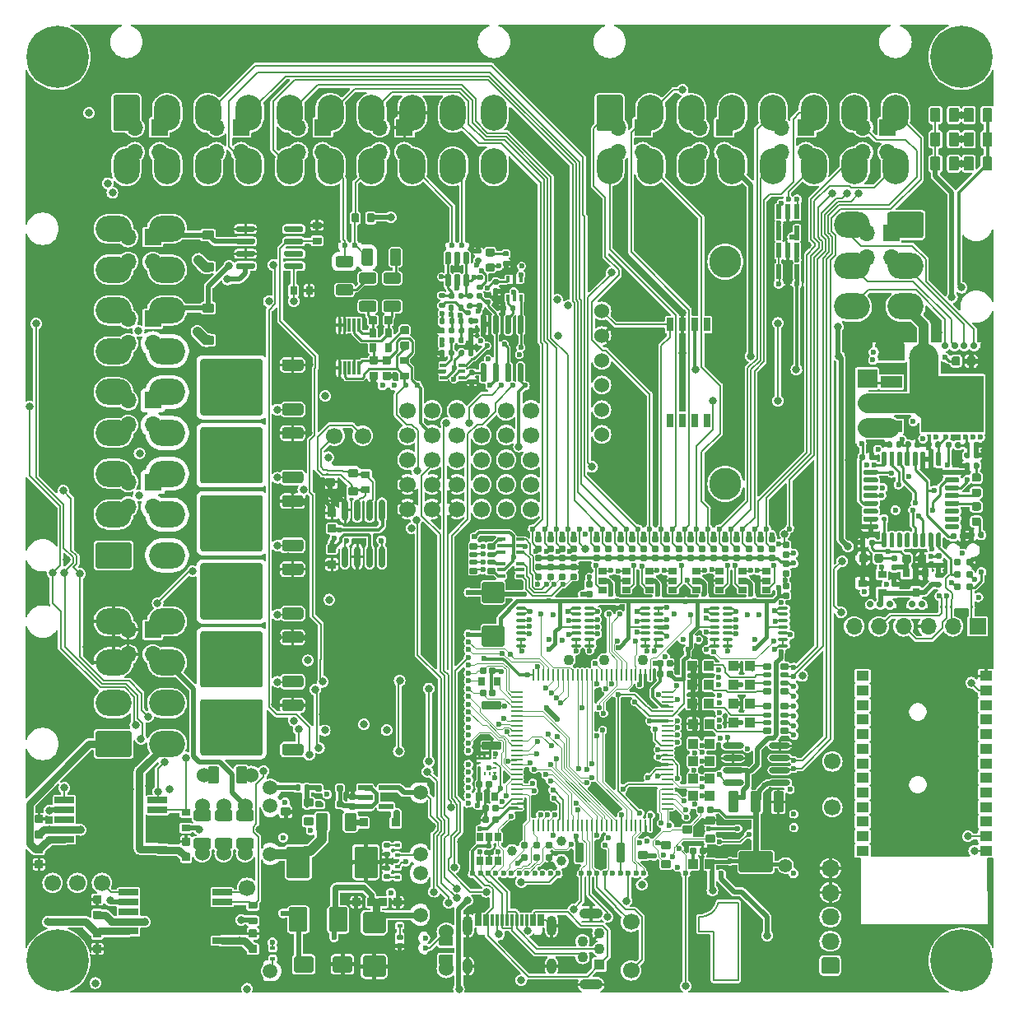
<source format=gtl>
G75*
G70*
%OFA0B0*%
%FSLAX25Y25*%
%IPPOS*%
%LPD*%
%AMOC8*
5,1,8,0,0,1.08239X$1,22.5*
%
%AMM1*
21,1,0.086610,0.073230,0.000000,0.000000,270.000000*
21,1,0.069290,0.090550,0.000000,0.000000,270.000000*
1,1,0.017320,-0.036610,-0.034650*
1,1,0.017320,-0.036610,0.034650*
1,1,0.017320,0.036610,0.034650*
1,1,0.017320,0.036610,-0.034650*
%
%AMM10*
21,1,0.015750,0.016540,0.000000,0.000000,270.000000*
21,1,0.012600,0.019680,0.000000,0.000000,270.000000*
1,1,0.003150,-0.008270,-0.006300*
1,1,0.003150,-0.008270,0.006300*
1,1,0.003150,0.008270,0.006300*
1,1,0.003150,0.008270,-0.006300*
%
%AMM11*
21,1,0.023620,0.018900,0.000000,0.000000,90.000000*
21,1,0.018900,0.023620,0.000000,0.000000,90.000000*
1,1,0.004720,0.009450,0.009450*
1,1,0.004720,0.009450,-0.009450*
1,1,0.004720,-0.009450,-0.009450*
1,1,0.004720,-0.009450,0.009450*
%
%AMM115*
21,1,0.021650,0.052760,0.000000,-0.000000,180.000000*
21,1,0.017320,0.057090,0.000000,-0.000000,180.000000*
1,1,0.004330,-0.008660,0.026380*
1,1,0.004330,0.008660,0.026380*
1,1,0.004330,0.008660,-0.026380*
1,1,0.004330,-0.008660,-0.026380*
%
%AMM12*
21,1,0.019680,0.019680,0.000000,0.000000,0.000000*
21,1,0.015750,0.023620,0.000000,0.000000,0.000000*
1,1,0.003940,0.007870,-0.009840*
1,1,0.003940,-0.007870,-0.009840*
1,1,0.003940,-0.007870,0.009840*
1,1,0.003940,0.007870,0.009840*
%
%AMM13*
21,1,0.019680,0.019680,0.000000,0.000000,270.000000*
21,1,0.015750,0.023620,0.000000,0.000000,270.000000*
1,1,0.003940,-0.009840,-0.007870*
1,1,0.003940,-0.009840,0.007870*
1,1,0.003940,0.009840,0.007870*
1,1,0.003940,0.009840,-0.007870*
%
%AMM183*
21,1,0.025590,0.026380,-0.000000,-0.000000,90.000000*
21,1,0.020470,0.031500,-0.000000,-0.000000,90.000000*
1,1,0.005120,0.013190,0.010240*
1,1,0.005120,0.013190,-0.010240*
1,1,0.005120,-0.013190,-0.010240*
1,1,0.005120,-0.013190,0.010240*
%
%AMM184*
21,1,0.017720,0.027950,-0.000000,-0.000000,90.000000*
21,1,0.014170,0.031500,-0.000000,-0.000000,90.000000*
1,1,0.003540,0.013980,0.007090*
1,1,0.003540,0.013980,-0.007090*
1,1,0.003540,-0.013980,-0.007090*
1,1,0.003540,-0.013980,0.007090*
%
%AMM185*
21,1,0.012600,0.028980,-0.000000,-0.000000,270.000000*
21,1,0.010080,0.031500,-0.000000,-0.000000,270.000000*
1,1,0.002520,-0.014490,-0.005040*
1,1,0.002520,-0.014490,0.005040*
1,1,0.002520,0.014490,0.005040*
1,1,0.002520,0.014490,-0.005040*
%
%AMM186*
21,1,0.023620,0.030710,-0.000000,-0.000000,0.000000*
21,1,0.018900,0.035430,-0.000000,-0.000000,0.000000*
1,1,0.004720,0.009450,-0.015350*
1,1,0.004720,-0.009450,-0.015350*
1,1,0.004720,-0.009450,0.015350*
1,1,0.004720,0.009450,0.015350*
%
%AMM187*
21,1,0.027560,0.018900,-0.000000,-0.000000,270.000000*
21,1,0.022840,0.023620,-0.000000,-0.000000,270.000000*
1,1,0.004720,-0.009450,-0.011420*
1,1,0.004720,-0.009450,0.011420*
1,1,0.004720,0.009450,0.011420*
1,1,0.004720,0.009450,-0.011420*
%
%AMM188*
21,1,0.031500,0.072440,-0.000000,-0.000000,270.000000*
21,1,0.025200,0.078740,-0.000000,-0.000000,270.000000*
1,1,0.006300,-0.036220,-0.012600*
1,1,0.006300,-0.036220,0.012600*
1,1,0.006300,0.036220,0.012600*
1,1,0.006300,0.036220,-0.012600*
%
%AMM189*
21,1,0.027560,0.018900,-0.000000,-0.000000,0.000000*
21,1,0.022840,0.023620,-0.000000,-0.000000,0.000000*
1,1,0.004720,0.011420,-0.009450*
1,1,0.004720,-0.011420,-0.009450*
1,1,0.004720,-0.011420,0.009450*
1,1,0.004720,0.011420,0.009450*
%
%AMM190*
21,1,0.023620,0.030710,-0.000000,-0.000000,90.000000*
21,1,0.018900,0.035430,-0.000000,-0.000000,90.000000*
1,1,0.004720,0.015350,0.009450*
1,1,0.004720,0.015350,-0.009450*
1,1,0.004720,-0.015350,-0.009450*
1,1,0.004720,-0.015350,0.009450*
%
%AMM191*
21,1,0.035430,0.030320,-0.000000,-0.000000,90.000000*
21,1,0.028350,0.037400,-0.000000,-0.000000,90.000000*
1,1,0.007090,0.015160,0.014170*
1,1,0.007090,0.015160,-0.014170*
1,1,0.007090,-0.015160,-0.014170*
1,1,0.007090,-0.015160,0.014170*
%
%AMM192*
21,1,0.043310,0.075980,-0.000000,-0.000000,180.000000*
21,1,0.034650,0.084650,-0.000000,-0.000000,180.000000*
1,1,0.008660,-0.017320,0.037990*
1,1,0.008660,0.017320,0.037990*
1,1,0.008660,0.017320,-0.037990*
1,1,0.008660,-0.017320,-0.037990*
%
%AMM193*
21,1,0.039370,0.035430,-0.000000,-0.000000,180.000000*
21,1,0.031500,0.043310,-0.000000,-0.000000,180.000000*
1,1,0.007870,-0.015750,0.017720*
1,1,0.007870,0.015750,0.017720*
1,1,0.007870,0.015750,-0.017720*
1,1,0.007870,-0.015750,-0.017720*
%
%AMM194*
21,1,0.027560,0.030710,-0.000000,-0.000000,180.000000*
21,1,0.022050,0.036220,-0.000000,-0.000000,180.000000*
1,1,0.005510,-0.011020,0.015350*
1,1,0.005510,0.011020,0.015350*
1,1,0.005510,0.011020,-0.015350*
1,1,0.005510,-0.011020,-0.015350*
%
%AMM195*
21,1,0.031500,0.072440,-0.000000,-0.000000,180.000000*
21,1,0.025200,0.078740,-0.000000,-0.000000,180.000000*
1,1,0.006300,-0.012600,0.036220*
1,1,0.006300,0.012600,0.036220*
1,1,0.006300,0.012600,-0.036220*
1,1,0.006300,-0.012600,-0.036220*
%
%AMM196*
21,1,0.137800,0.067720,-0.000000,-0.000000,180.000000*
21,1,0.120870,0.084650,-0.000000,-0.000000,180.000000*
1,1,0.016930,-0.060430,0.033860*
1,1,0.016930,0.060430,0.033860*
1,1,0.016930,0.060430,-0.033860*
1,1,0.016930,-0.060430,-0.033860*
%
%AMM197*
21,1,0.043310,0.075990,-0.000000,-0.000000,180.000000*
21,1,0.034650,0.084650,-0.000000,-0.000000,180.000000*
1,1,0.008660,-0.017320,0.037990*
1,1,0.008660,0.017320,0.037990*
1,1,0.008660,0.017320,-0.037990*
1,1,0.008660,-0.017320,-0.037990*
%
%AMM198*
21,1,0.086610,0.073230,-0.000000,-0.000000,270.000000*
21,1,0.069290,0.090550,-0.000000,-0.000000,270.000000*
1,1,0.017320,-0.036610,-0.034650*
1,1,0.017320,-0.036610,0.034650*
1,1,0.017320,0.036610,0.034650*
1,1,0.017320,0.036610,-0.034650*
%
%AMM2*
21,1,0.094490,0.111020,0.000000,0.000000,0.000000*
21,1,0.075590,0.129920,0.000000,0.000000,0.000000*
1,1,0.018900,0.037800,-0.055510*
1,1,0.018900,-0.037800,-0.055510*
1,1,0.018900,-0.037800,0.055510*
1,1,0.018900,0.037800,0.055510*
%
%AMM249*
21,1,0.035430,0.030320,0.000000,-0.000000,90.000000*
21,1,0.028350,0.037400,0.000000,-0.000000,90.000000*
1,1,0.007090,0.015160,0.014170*
1,1,0.007090,0.015160,-0.014170*
1,1,0.007090,-0.015160,-0.014170*
1,1,0.007090,-0.015160,0.014170*
%
%AMM250*
21,1,0.033470,0.026770,0.000000,-0.000000,270.000000*
21,1,0.026770,0.033470,0.000000,-0.000000,270.000000*
1,1,0.006690,-0.013390,-0.013390*
1,1,0.006690,-0.013390,0.013390*
1,1,0.006690,0.013390,0.013390*
1,1,0.006690,0.013390,-0.013390*
%
%AMM251*
21,1,0.027560,0.030710,0.000000,-0.000000,90.000000*
21,1,0.022050,0.036220,0.000000,-0.000000,90.000000*
1,1,0.005510,0.015350,0.011020*
1,1,0.005510,0.015350,-0.011020*
1,1,0.005510,-0.015350,-0.011020*
1,1,0.005510,-0.015350,0.011020*
%
%AMM3*
21,1,0.074800,0.083460,0.000000,0.000000,0.000000*
21,1,0.059840,0.098430,0.000000,0.000000,0.000000*
1,1,0.014960,0.029920,-0.041730*
1,1,0.014960,-0.029920,-0.041730*
1,1,0.014960,-0.029920,0.041730*
1,1,0.014960,0.029920,0.041730*
%
%AMM4*
21,1,0.078740,0.053540,0.000000,0.000000,180.000000*
21,1,0.065350,0.066930,0.000000,0.000000,180.000000*
1,1,0.013390,-0.032680,0.026770*
1,1,0.013390,0.032680,0.026770*
1,1,0.013390,0.032680,-0.026770*
1,1,0.013390,-0.032680,-0.026770*
%
%AMM5*
21,1,0.035430,0.030320,0.000000,0.000000,90.000000*
21,1,0.028350,0.037400,0.000000,0.000000,90.000000*
1,1,0.007090,0.015160,0.014170*
1,1,0.007090,0.015160,-0.014170*
1,1,0.007090,-0.015160,-0.014170*
1,1,0.007090,-0.015160,0.014170*
%
%AMM6*
21,1,0.021650,0.052760,0.000000,0.000000,270.000000*
21,1,0.017320,0.057090,0.000000,0.000000,270.000000*
1,1,0.004330,-0.026380,-0.008660*
1,1,0.004330,-0.026380,0.008660*
1,1,0.004330,0.026380,0.008660*
1,1,0.004330,0.026380,-0.008660*
%
%AMM7*
21,1,0.035830,0.026770,0.000000,0.000000,0.000000*
21,1,0.029130,0.033470,0.000000,0.000000,0.000000*
1,1,0.006690,0.014570,-0.013390*
1,1,0.006690,-0.014570,-0.013390*
1,1,0.006690,-0.014570,0.013390*
1,1,0.006690,0.014570,0.013390*
%
%AMM8*
21,1,0.070870,0.036220,0.000000,0.000000,90.000000*
21,1,0.061810,0.045280,0.000000,0.000000,90.000000*
1,1,0.009060,0.018110,0.030910*
1,1,0.009060,0.018110,-0.030910*
1,1,0.009060,-0.018110,-0.030910*
1,1,0.009060,-0.018110,0.030910*
%
%AMM9*
21,1,0.033470,0.026770,0.000000,0.000000,0.000000*
21,1,0.026770,0.033470,0.000000,0.000000,0.000000*
1,1,0.006690,0.013390,-0.013390*
1,1,0.006690,-0.013390,-0.013390*
1,1,0.006690,-0.013390,0.013390*
1,1,0.006690,0.013390,0.013390*
%
%ADD10C,0.00787*%
%ADD100C,0.01968*%
%ADD101C,0.01575*%
%ADD102M1*%
%ADD103M2*%
%ADD104M3*%
%ADD105M4*%
%ADD106M5*%
%ADD107M6*%
%ADD108M7*%
%ADD109M8*%
%ADD11R,0.06693X0.06693*%
%ADD110M9*%
%ADD111M10*%
%ADD112M11*%
%ADD113M12*%
%ADD114M13*%
%ADD115O,0.00787X0.40158*%
%ADD12O,0.06693X0.06693*%
%ADD13O,0.10630X0.14567*%
%ADD14C,0.06693*%
%ADD146C,0.01850*%
%ADD15C,0.02756*%
%ADD152R,0.02559X0.01575*%
%ADD153R,0.01575X0.02559*%
%ADD156R,0.03543X0.03150*%
%ADD158C,0.05118*%
%ADD16C,0.11811*%
%ADD160R,0.03150X0.03543*%
%ADD168C,0.03100*%
%ADD17R,0.11811X0.00984*%
%ADD171C,0.03900*%
%ADD18R,0.04331X0.00984*%
%ADD180O,0.04724X0.00866*%
%ADD181O,0.00866X0.04724*%
%ADD182O,0.04331X0.01181*%
%ADD185R,0.01378X0.00984*%
%ADD186R,0.00984X0.01378*%
%ADD19R,0.03858X0.00984*%
%ADD191O,0.08661X0.02362*%
%ADD199C,0.00492*%
%ADD20R,0.05709X0.00984*%
%ADD200C,0.01260*%
%ADD201C,0.05512*%
%ADD21R,0.00984X1.08661*%
%ADD22R,0.07677X0.00984*%
%ADD23R,0.03740X0.00984*%
%ADD24C,0.03150*%
%ADD25C,0.25197*%
%ADD26C,0.06000*%
%ADD265O,0.01968X0.00984*%
%ADD266O,0.00984X0.01968*%
%ADD27O,0.07283X0.06693*%
%ADD28C,0.02362*%
%ADD29R,0.24350X0.00984*%
%ADD296M115*%
%ADD30R,0.04390X0.00984*%
%ADD306R,0.01181X0.05512*%
%ADD307R,0.08661X0.04724*%
%ADD308R,0.25197X0.22835*%
%ADD309R,0.07874X0.07500*%
%ADD31R,0.00984X0.56201*%
%ADD310O,0.07874X0.07500*%
%ADD32R,0.00984X0.59449*%
%ADD33R,0.20374X0.00984*%
%ADD334O,0.02362X0.08661*%
%ADD34R,0.04331X0.04331*%
%ADD35C,0.04331*%
%ADD36O,0.09449X0.04331*%
%ADD37O,0.04823X0.00787*%
%ADD38O,0.00787X0.36614*%
%ADD39C,0.05906*%
%ADD392M183*%
%ADD393M184*%
%ADD394M185*%
%ADD395M186*%
%ADD396M187*%
%ADD397M188*%
%ADD398M189*%
%ADD399M190*%
%ADD40O,0.00787X0.12992*%
%ADD400M191*%
%ADD401M192*%
%ADD402M193*%
%ADD403M194*%
%ADD404M195*%
%ADD405M196*%
%ADD406M197*%
%ADD407M198*%
%ADD41O,0.00787X0.40157*%
%ADD42O,0.00787X0.01181*%
%ADD43O,0.66929X0.00787*%
%ADD44O,0.60630X0.00787*%
%ADD45O,0.00787X0.18898*%
%ADD459M249*%
%ADD46O,0.00787X0.10236*%
%ADD460M250*%
%ADD461M251*%
%ADD47O,0.00787X0.03937*%
%ADD48O,0.00787X0.05906*%
%ADD49O,0.22323X0.00787*%
%ADD50O,0.00787X0.43701*%
%ADD51O,0.01575X0.38583*%
%ADD52O,0.00984X0.01969*%
%ADD53O,0.26772X0.00787*%
%ADD54O,0.01969X0.00984*%
%ADD55O,0.14567X0.10630*%
%ADD56R,0.05118X0.03937*%
%ADD57R,0.07874X0.02559*%
%ADD58R,0.17717X0.31890*%
%ADD59R,0.00787X0.14567*%
%ADD60R,0.00787X0.01575*%
%ADD61R,0.00787X0.06299*%
%ADD62R,0.00787X0.38189*%
%ADD63R,0.00787X0.09055*%
%ADD64R,0.05512X0.00787*%
%ADD65R,0.25197X0.00787*%
%ADD66R,0.06693X0.00787*%
%ADD67R,0.12992X0.00787*%
%ADD68R,0.00787X0.27559*%
%ADD69R,0.00787X0.12992*%
%ADD70R,0.00787X0.24803*%
%ADD71R,0.01181X0.04528*%
%ADD72O,0.03937X0.08268*%
%ADD73O,0.03937X0.06299*%
%ADD74C,0.13000*%
%ADD75R,0.02717X0.05315*%
%ADD76C,0.01181*%
%ADD77C,0.03937*%
%ADD78C,0.01969*%
%ADD79C,0.00591*%
%ADD86C,0.00984*%
%ADD89C,0.00800*%
%ADD98C,0.07874*%
X0000000Y0000000D02*
%LPD*%
G01*
D10*
X0273622Y0025591D02*
X0273622Y0031496D01*
X0273622Y0025591D02*
X0279528Y0025591D01*
X0279528Y0025591D02*
X0279528Y0005906D01*
X0279528Y0005906D02*
X0289370Y0005906D01*
X0289370Y0037402D02*
X0281496Y0037402D01*
X0289370Y0005906D02*
X0289370Y0037402D01*
X0273622Y0031496D02*
G75*
G03*
X0281496Y0037402I0000309J0007791D01*
G01*
G36*
G01*
X0380906Y0334154D02*
X0380906Y0339075D01*
G75*
G02*
X0381299Y0339469I0000394J0000000D01*
G01*
X0384449Y0339469D01*
G75*
G02*
X0384843Y0339075I0000000J-000394D01*
G01*
X0384843Y0334154D01*
G75*
G02*
X0384449Y0333760I-000394J0000000D01*
G01*
X0381299Y0333760D01*
G75*
G02*
X0380906Y0334154I0000000J0000394D01*
G01*
G37*
G36*
G01*
X0388386Y0334154D02*
X0388386Y0339075D01*
G75*
G02*
X0388780Y0339469I0000394J0000000D01*
G01*
X0391929Y0339469D01*
G75*
G02*
X0392323Y0339075I0000000J-000394D01*
G01*
X0392323Y0334154D01*
G75*
G02*
X0391929Y0333760I-000394J0000000D01*
G01*
X0388780Y0333760D01*
G75*
G02*
X0388386Y0334154I0000000J0000394D01*
G01*
G37*
G36*
G01*
X0113287Y0295709D02*
X0113287Y0294528D01*
G75*
G02*
X0112697Y0293937I-000591J0000000D01*
G01*
X0106201Y0293937D01*
G75*
G02*
X0105610Y0294528I0000000J0000591D01*
G01*
X0105610Y0295709D01*
G75*
G02*
X0106201Y0296299I0000591J0000000D01*
G01*
X0112697Y0296299D01*
G75*
G02*
X0113287Y0295709I0000000J-000591D01*
G01*
G37*
G36*
G01*
X0113287Y0300709D02*
X0113287Y0299528D01*
G75*
G02*
X0112697Y0298937I-000591J0000000D01*
G01*
X0106201Y0298937D01*
G75*
G02*
X0105610Y0299528I0000000J0000591D01*
G01*
X0105610Y0300709D01*
G75*
G02*
X0106201Y0301299I0000591J0000000D01*
G01*
X0112697Y0301299D01*
G75*
G02*
X0113287Y0300709I0000000J-000591D01*
G01*
G37*
G36*
G01*
X0113287Y0305709D02*
X0113287Y0304528D01*
G75*
G02*
X0112697Y0303937I-000591J0000000D01*
G01*
X0106201Y0303937D01*
G75*
G02*
X0105610Y0304528I0000000J0000591D01*
G01*
X0105610Y0305709D01*
G75*
G02*
X0106201Y0306299I0000591J0000000D01*
G01*
X0112697Y0306299D01*
G75*
G02*
X0113287Y0305709I0000000J-000591D01*
G01*
G37*
G36*
G01*
X0113287Y0310709D02*
X0113287Y0309528D01*
G75*
G02*
X0112697Y0308937I-000591J0000000D01*
G01*
X0106201Y0308937D01*
G75*
G02*
X0105610Y0309528I0000000J0000591D01*
G01*
X0105610Y0310709D01*
G75*
G02*
X0106201Y0311299I0000591J0000000D01*
G01*
X0112697Y0311299D01*
G75*
G02*
X0113287Y0310709I0000000J-000591D01*
G01*
G37*
G36*
G01*
X0093799Y0310709D02*
X0093799Y0309528D01*
G75*
G02*
X0093209Y0308937I-000591J0000000D01*
G01*
X0086713Y0308937D01*
G75*
G02*
X0086122Y0309528I0000000J0000591D01*
G01*
X0086122Y0310709D01*
G75*
G02*
X0086713Y0311299I0000591J0000000D01*
G01*
X0093209Y0311299D01*
G75*
G02*
X0093799Y0310709I0000000J-000591D01*
G01*
G37*
G36*
G01*
X0093799Y0305709D02*
X0093799Y0304528D01*
G75*
G02*
X0093209Y0303937I-000591J0000000D01*
G01*
X0086713Y0303937D01*
G75*
G02*
X0086122Y0304528I0000000J0000591D01*
G01*
X0086122Y0305709D01*
G75*
G02*
X0086713Y0306299I0000591J0000000D01*
G01*
X0093209Y0306299D01*
G75*
G02*
X0093799Y0305709I0000000J-000591D01*
G01*
G37*
G36*
G01*
X0093799Y0300709D02*
X0093799Y0299528D01*
G75*
G02*
X0093209Y0298937I-000591J0000000D01*
G01*
X0086713Y0298937D01*
G75*
G02*
X0086122Y0299528I0000000J0000591D01*
G01*
X0086122Y0300709D01*
G75*
G02*
X0086713Y0301299I0000591J0000000D01*
G01*
X0093209Y0301299D01*
G75*
G02*
X0093799Y0300709I0000000J-000591D01*
G01*
G37*
G36*
G01*
X0093799Y0295709D02*
X0093799Y0294528D01*
G75*
G02*
X0093209Y0293937I-000591J0000000D01*
G01*
X0086713Y0293937D01*
G75*
G02*
X0086122Y0294528I0000000J0000591D01*
G01*
X0086122Y0295709D01*
G75*
G02*
X0086713Y0296299I0000591J0000000D01*
G01*
X0093209Y0296299D01*
G75*
G02*
X0093799Y0295709I0000000J-000591D01*
G01*
G37*
G36*
G01*
X0028583Y0040217D02*
X0031260Y0040217D01*
G75*
G02*
X0031594Y0039882I0000000J-000335D01*
G01*
X0031594Y0037205D01*
G75*
G02*
X0031260Y0036870I-000335J0000000D01*
G01*
X0028583Y0036870D01*
G75*
G02*
X0028248Y0037205I0000000J0000335D01*
G01*
X0028248Y0039882D01*
G75*
G02*
X0028583Y0040217I0000335J0000000D01*
G01*
G37*
G36*
G01*
X0028583Y0033996D02*
X0031260Y0033996D01*
G75*
G02*
X0031594Y0033661I0000000J-000335D01*
G01*
X0031594Y0030984D01*
G75*
G02*
X0031260Y0030650I-000335J0000000D01*
G01*
X0028583Y0030650D01*
G75*
G02*
X0028248Y0030984I0000000J0000335D01*
G01*
X0028248Y0033661D01*
G75*
G02*
X0028583Y0033996I0000335J0000000D01*
G01*
G37*
G36*
G01*
X0380906Y0343996D02*
X0380906Y0348917D01*
G75*
G02*
X0381299Y0349311I0000394J0000000D01*
G01*
X0384449Y0349311D01*
G75*
G02*
X0384843Y0348917I0000000J-000394D01*
G01*
X0384843Y0343996D01*
G75*
G02*
X0384449Y0343602I-000394J0000000D01*
G01*
X0381299Y0343602D01*
G75*
G02*
X0380906Y0343996I0000000J0000394D01*
G01*
G37*
G36*
G01*
X0388386Y0343996D02*
X0388386Y0348917D01*
G75*
G02*
X0388780Y0349311I0000394J0000000D01*
G01*
X0391929Y0349311D01*
G75*
G02*
X0392323Y0348917I0000000J-000394D01*
G01*
X0392323Y0343996D01*
G75*
G02*
X0391929Y0343602I-000394J0000000D01*
G01*
X0388780Y0343602D01*
G75*
G02*
X0388386Y0343996I0000000J0000394D01*
G01*
G37*
G36*
G01*
X0113386Y0155787D02*
X0113386Y0153031D01*
G75*
G02*
X0112402Y0152047I-000984J0000000D01*
G01*
X0105709Y0152047D01*
G75*
G02*
X0104724Y0153031I0000000J0000984D01*
G01*
X0104724Y0155787D01*
G75*
G02*
X0105709Y0156772I0000984J0000000D01*
G01*
X0112402Y0156772D01*
G75*
G02*
X0113386Y0155787I0000000J-000984D01*
G01*
G37*
G36*
G01*
X0096850Y0161811D02*
X0096850Y0152953D01*
G75*
G02*
X0095866Y0151969I-000984J0000000D01*
G01*
X0085827Y0151969D01*
G75*
G02*
X0084843Y0152953I0000000J0000984D01*
G01*
X0084843Y0161811D01*
G75*
G02*
X0085827Y0162795I0000984J0000000D01*
G01*
X0095866Y0162795D01*
G75*
G02*
X0096850Y0161811I0000000J-000984D01*
G01*
G37*
G36*
G01*
X0096850Y0173819D02*
X0096850Y0164961D01*
G75*
G02*
X0095866Y0163976I-000984J0000000D01*
G01*
X0085827Y0163976D01*
G75*
G02*
X0084843Y0164961I0000000J0000984D01*
G01*
X0084843Y0173819D01*
G75*
G02*
X0085827Y0174803I0000984J0000000D01*
G01*
X0095866Y0174803D01*
G75*
G02*
X0096850Y0173819I0000000J-000984D01*
G01*
G37*
G36*
G01*
X0096850Y0173819D02*
X0096850Y0152953D01*
G75*
G02*
X0095866Y0151969I-000984J0000000D01*
G01*
X0072638Y0151969D01*
G75*
G02*
X0071654Y0152953I0000000J0000984D01*
G01*
X0071654Y0173819D01*
G75*
G02*
X0072638Y0174803I0000984J0000000D01*
G01*
X0095866Y0174803D01*
G75*
G02*
X0096850Y0173819I0000000J-000984D01*
G01*
G37*
G36*
G01*
X0083661Y0161811D02*
X0083661Y0152953D01*
G75*
G02*
X0082677Y0151969I-000984J0000000D01*
G01*
X0072638Y0151969D01*
G75*
G02*
X0071654Y0152953I0000000J0000984D01*
G01*
X0071654Y0161811D01*
G75*
G02*
X0072638Y0162795I0000984J0000000D01*
G01*
X0082677Y0162795D01*
G75*
G02*
X0083661Y0161811I0000000J-000984D01*
G01*
G37*
G36*
G01*
X0083661Y0173819D02*
X0083661Y0164961D01*
G75*
G02*
X0082677Y0163976I-000984J0000000D01*
G01*
X0072638Y0163976D01*
G75*
G02*
X0071654Y0164961I0000000J0000984D01*
G01*
X0071654Y0173819D01*
G75*
G02*
X0072638Y0174803I0000984J0000000D01*
G01*
X0082677Y0174803D01*
G75*
G02*
X0083661Y0173819I0000000J-000984D01*
G01*
G37*
G36*
G01*
X0113386Y0173740D02*
X0113386Y0170984D01*
G75*
G02*
X0112402Y0170000I-000984J0000000D01*
G01*
X0105709Y0170000D01*
G75*
G02*
X0104724Y0170984I0000000J0000984D01*
G01*
X0104724Y0173740D01*
G75*
G02*
X0105709Y0174724I0000984J0000000D01*
G01*
X0112402Y0174724D01*
G75*
G02*
X0113386Y0173740I0000000J-000984D01*
G01*
G37*
D11*
X0052421Y0207677D03*
D12*
X0042421Y0207677D03*
X0052421Y0197677D03*
X0042421Y0197677D03*
G36*
G01*
X0232087Y0350886D02*
X0232087Y0363484D01*
G75*
G02*
X0233071Y0364469I0000984J0000000D01*
G01*
X0241732Y0364469D01*
G75*
G02*
X0242717Y0363484I0000000J-000984D01*
G01*
X0242717Y0350886D01*
G75*
G02*
X0241732Y0349902I-000984J0000000D01*
G01*
X0233071Y0349902D01*
G75*
G02*
X0232087Y0350886I0000000J0000984D01*
G01*
G37*
D13*
X0253937Y0357185D03*
X0270472Y0357185D03*
X0287008Y0357185D03*
X0303543Y0357185D03*
X0320079Y0357185D03*
X0336614Y0357185D03*
X0353150Y0357185D03*
X0237402Y0335531D03*
X0253937Y0335531D03*
X0270472Y0335531D03*
X0287008Y0335531D03*
X0303543Y0335531D03*
X0320079Y0335531D03*
X0336614Y0335531D03*
X0353150Y0335531D03*
D14*
X0327559Y0075984D03*
D11*
X0052421Y0240748D03*
D12*
X0042421Y0240748D03*
X0052421Y0230748D03*
X0042421Y0230748D03*
D15*
X0384941Y0262795D03*
X0373130Y0262795D03*
X0377067Y0262795D03*
X0381004Y0262795D03*
D16*
X0364665Y0257874D03*
D17*
X0350886Y0264272D03*
D18*
X0338287Y0156594D03*
D19*
X0355374Y0156594D03*
X0368366Y0156594D03*
D20*
X0388386Y0156594D03*
D21*
X0336614Y0210433D03*
X0390748Y0210433D03*
D22*
X0339961Y0264272D03*
D23*
X0389370Y0264272D03*
G36*
G01*
X0340650Y0193701D02*
X0345571Y0193701D01*
G75*
G02*
X0346063Y0193209I0000000J-000492D01*
G01*
X0346063Y0192224D01*
G75*
G02*
X0345571Y0191732I-000492J0000000D01*
G01*
X0340650Y0191732D01*
G75*
G02*
X0340157Y0192224I0000000J0000492D01*
G01*
X0340157Y0193209D01*
G75*
G02*
X0340650Y0193701I0000492J0000000D01*
G01*
G37*
G36*
G01*
X0351181Y0187106D02*
X0352165Y0187106D01*
G75*
G02*
X0352657Y0186614I0000000J-000492D01*
G01*
X0352657Y0181693D01*
G75*
G02*
X0352165Y0181201I-000492J0000000D01*
G01*
X0351181Y0181201D01*
G75*
G02*
X0350689Y0181693I0000000J0000492D01*
G01*
X0350689Y0186614D01*
G75*
G02*
X0351181Y0187106I0000492J0000000D01*
G01*
G37*
G36*
G01*
X0340650Y0190551D02*
X0345571Y0190551D01*
G75*
G02*
X0346063Y0190059I0000000J-000492D01*
G01*
X0346063Y0189075D01*
G75*
G02*
X0345571Y0188583I-000492J0000000D01*
G01*
X0340650Y0188583D01*
G75*
G02*
X0340157Y0189075I0000000J0000492D01*
G01*
X0340157Y0190059D01*
G75*
G02*
X0340650Y0190551I0000492J0000000D01*
G01*
G37*
G36*
G01*
X0350689Y0189272D02*
X0350689Y0190256D01*
G75*
G02*
X0351181Y0190748I0000492J0000000D01*
G01*
X0352165Y0190748D01*
G75*
G02*
X0352657Y0190256I0000000J-000492D01*
G01*
X0352657Y0189272D01*
G75*
G02*
X0352165Y0188780I-000492J0000000D01*
G01*
X0351181Y0188780D01*
G75*
G02*
X0350689Y0189272I0000000J0000492D01*
G01*
G37*
G36*
G01*
X0348031Y0193701D02*
X0349016Y0193701D01*
G75*
G02*
X0349508Y0193209I0000000J-000492D01*
G01*
X0349508Y0192224D01*
G75*
G02*
X0349016Y0191732I-000492J0000000D01*
G01*
X0348031Y0191732D01*
G75*
G02*
X0347539Y0192224I0000000J0000492D01*
G01*
X0347539Y0193209D01*
G75*
G02*
X0348031Y0193701I0000492J0000000D01*
G01*
G37*
G36*
G01*
X0348031Y0187106D02*
X0349016Y0187106D01*
G75*
G02*
X0349508Y0186614I0000000J-000492D01*
G01*
X0349508Y0181693D01*
G75*
G02*
X0349016Y0181201I-000492J0000000D01*
G01*
X0348031Y0181201D01*
G75*
G02*
X0347539Y0181693I0000000J0000492D01*
G01*
X0347539Y0186614D01*
G75*
G02*
X0348031Y0187106I0000492J0000000D01*
G01*
G37*
D15*
X0346949Y0158106D03*
X0350886Y0158106D03*
X0363862Y0158106D03*
X0359862Y0158106D03*
G36*
G01*
X0371752Y0156102D02*
X0371752Y0156102D01*
G75*
G02*
X0371260Y0156594I0000000J0000492D01*
G01*
X0371260Y0157579D01*
G75*
G02*
X0371752Y0158071I0000492J0000000D01*
G01*
X0371752Y0158071D01*
G75*
G02*
X0372244Y0157579I0000000J-000492D01*
G01*
X0372244Y0156594D01*
G75*
G02*
X0371752Y0156102I-000492J0000000D01*
G01*
G37*
G36*
G01*
X0373720Y0156102D02*
X0373720Y0156102D01*
G75*
G02*
X0373228Y0156594I0000000J0000492D01*
G01*
X0373228Y0157579D01*
G75*
G02*
X0373720Y0158071I0000492J0000000D01*
G01*
X0373720Y0158071D01*
G75*
G02*
X0374213Y0157579I0000000J-000492D01*
G01*
X0374213Y0156594D01*
G75*
G02*
X0373720Y0156102I-000492J0000000D01*
G01*
G37*
G36*
G01*
X0375689Y0156102D02*
X0375689Y0156102D01*
G75*
G02*
X0375197Y0156594I0000000J0000492D01*
G01*
X0375197Y0157579D01*
G75*
G02*
X0375689Y0158071I0000492J0000000D01*
G01*
X0375689Y0158071D01*
G75*
G02*
X0376181Y0157579I0000000J-000492D01*
G01*
X0376181Y0156594D01*
G75*
G02*
X0375689Y0156102I-000492J0000000D01*
G01*
G37*
G36*
G01*
X0383957Y0156102D02*
X0383957Y0156102D01*
G75*
G02*
X0383465Y0156594I0000000J0000492D01*
G01*
X0383465Y0157579D01*
G75*
G02*
X0383957Y0158071I0000492J0000000D01*
G01*
X0383957Y0158071D01*
G75*
G02*
X0384449Y0157579I0000000J-000492D01*
G01*
X0384449Y0156594D01*
G75*
G02*
X0383957Y0156102I-000492J0000000D01*
G01*
G37*
X0343012Y0158106D03*
G36*
G01*
X0036417Y0350886D02*
X0036417Y0363484D01*
G75*
G02*
X0037402Y0364469I0000984J0000000D01*
G01*
X0046063Y0364469D01*
G75*
G02*
X0047047Y0363484I0000000J-000984D01*
G01*
X0047047Y0350886D01*
G75*
G02*
X0046063Y0349902I-000984J0000000D01*
G01*
X0037402Y0349902D01*
G75*
G02*
X0036417Y0350886I0000000J0000984D01*
G01*
G37*
D13*
X0058268Y0357185D03*
X0074803Y0357185D03*
X0091339Y0357185D03*
X0107874Y0357185D03*
X0124409Y0357185D03*
X0140945Y0357185D03*
X0157480Y0357185D03*
X0174016Y0357185D03*
X0190551Y0357185D03*
X0041732Y0335531D03*
X0058268Y0335531D03*
X0074803Y0335531D03*
X0091339Y0335531D03*
X0107874Y0335531D03*
X0124409Y0335531D03*
X0140945Y0335531D03*
X0157480Y0335531D03*
X0174016Y0335531D03*
X0190551Y0335531D03*
G36*
G01*
X0113386Y0238465D02*
X0113386Y0235709D01*
G75*
G02*
X0112402Y0234724I-000984J0000000D01*
G01*
X0105709Y0234724D01*
G75*
G02*
X0104724Y0235709I0000000J0000984D01*
G01*
X0104724Y0238465D01*
G75*
G02*
X0105709Y0239449I0000984J0000000D01*
G01*
X0112402Y0239449D01*
G75*
G02*
X0113386Y0238465I0000000J-000984D01*
G01*
G37*
G36*
G01*
X0096850Y0244488D02*
X0096850Y0235630D01*
G75*
G02*
X0095866Y0234646I-000984J0000000D01*
G01*
X0085827Y0234646D01*
G75*
G02*
X0084843Y0235630I0000000J0000984D01*
G01*
X0084843Y0244488D01*
G75*
G02*
X0085827Y0245472I0000984J0000000D01*
G01*
X0095866Y0245472D01*
G75*
G02*
X0096850Y0244488I0000000J-000984D01*
G01*
G37*
G36*
G01*
X0096850Y0256496D02*
X0096850Y0247638D01*
G75*
G02*
X0095866Y0246654I-000984J0000000D01*
G01*
X0085827Y0246654D01*
G75*
G02*
X0084843Y0247638I0000000J0000984D01*
G01*
X0084843Y0256496D01*
G75*
G02*
X0085827Y0257480I0000984J0000000D01*
G01*
X0095866Y0257480D01*
G75*
G02*
X0096850Y0256496I0000000J-000984D01*
G01*
G37*
G36*
G01*
X0096850Y0256496D02*
X0096850Y0235630D01*
G75*
G02*
X0095866Y0234646I-000984J0000000D01*
G01*
X0072638Y0234646D01*
G75*
G02*
X0071654Y0235630I0000000J0000984D01*
G01*
X0071654Y0256496D01*
G75*
G02*
X0072638Y0257480I0000984J0000000D01*
G01*
X0095866Y0257480D01*
G75*
G02*
X0096850Y0256496I0000000J-000984D01*
G01*
G37*
G36*
G01*
X0083661Y0244488D02*
X0083661Y0235630D01*
G75*
G02*
X0082677Y0234646I-000984J0000000D01*
G01*
X0072638Y0234646D01*
G75*
G02*
X0071654Y0235630I0000000J0000984D01*
G01*
X0071654Y0244488D01*
G75*
G02*
X0072638Y0245472I0000984J0000000D01*
G01*
X0082677Y0245472D01*
G75*
G02*
X0083661Y0244488I0000000J-000984D01*
G01*
G37*
G36*
G01*
X0083661Y0256496D02*
X0083661Y0247638D01*
G75*
G02*
X0082677Y0246654I-000984J0000000D01*
G01*
X0072638Y0246654D01*
G75*
G02*
X0071654Y0247638I0000000J0000984D01*
G01*
X0071654Y0256496D01*
G75*
G02*
X0072638Y0257480I0000984J0000000D01*
G01*
X0082677Y0257480D01*
G75*
G02*
X0083661Y0256496I0000000J-000984D01*
G01*
G37*
G36*
G01*
X0113386Y0256417D02*
X0113386Y0253661D01*
G75*
G02*
X0112402Y0252677I-000984J0000000D01*
G01*
X0105709Y0252677D01*
G75*
G02*
X0104724Y0253661I0000000J0000984D01*
G01*
X0104724Y0256417D01*
G75*
G02*
X0105709Y0257402I0000984J0000000D01*
G01*
X0112402Y0257402D01*
G75*
G02*
X0113386Y0256417I0000000J-000984D01*
G01*
G37*
G36*
G01*
X0113386Y0210906D02*
X0113386Y0208150D01*
G75*
G02*
X0112402Y0207165I-000984J0000000D01*
G01*
X0105709Y0207165D01*
G75*
G02*
X0104724Y0208150I0000000J0000984D01*
G01*
X0104724Y0210906D01*
G75*
G02*
X0105709Y0211890I0000984J0000000D01*
G01*
X0112402Y0211890D01*
G75*
G02*
X0113386Y0210906I0000000J-000984D01*
G01*
G37*
G36*
G01*
X0096850Y0216929D02*
X0096850Y0208071D01*
G75*
G02*
X0095866Y0207087I-000984J0000000D01*
G01*
X0085827Y0207087D01*
G75*
G02*
X0084843Y0208071I0000000J0000984D01*
G01*
X0084843Y0216929D01*
G75*
G02*
X0085827Y0217913I0000984J0000000D01*
G01*
X0095866Y0217913D01*
G75*
G02*
X0096850Y0216929I0000000J-000984D01*
G01*
G37*
G36*
G01*
X0096850Y0228937D02*
X0096850Y0220079D01*
G75*
G02*
X0095866Y0219094I-000984J0000000D01*
G01*
X0085827Y0219094D01*
G75*
G02*
X0084843Y0220079I0000000J0000984D01*
G01*
X0084843Y0228937D01*
G75*
G02*
X0085827Y0229921I0000984J0000000D01*
G01*
X0095866Y0229921D01*
G75*
G02*
X0096850Y0228937I0000000J-000984D01*
G01*
G37*
G36*
G01*
X0096850Y0228937D02*
X0096850Y0208071D01*
G75*
G02*
X0095866Y0207087I-000984J0000000D01*
G01*
X0072638Y0207087D01*
G75*
G02*
X0071654Y0208071I0000000J0000984D01*
G01*
X0071654Y0228937D01*
G75*
G02*
X0072638Y0229921I0000984J0000000D01*
G01*
X0095866Y0229921D01*
G75*
G02*
X0096850Y0228937I0000000J-000984D01*
G01*
G37*
G36*
G01*
X0083661Y0216929D02*
X0083661Y0208071D01*
G75*
G02*
X0082677Y0207087I-000984J0000000D01*
G01*
X0072638Y0207087D01*
G75*
G02*
X0071654Y0208071I0000000J0000984D01*
G01*
X0071654Y0216929D01*
G75*
G02*
X0072638Y0217913I0000984J0000000D01*
G01*
X0082677Y0217913D01*
G75*
G02*
X0083661Y0216929I0000000J-000984D01*
G01*
G37*
G36*
G01*
X0083661Y0228937D02*
X0083661Y0220079D01*
G75*
G02*
X0082677Y0219094I-000984J0000000D01*
G01*
X0072638Y0219094D01*
G75*
G02*
X0071654Y0220079I0000000J0000984D01*
G01*
X0071654Y0228937D01*
G75*
G02*
X0072638Y0229921I0000984J0000000D01*
G01*
X0082677Y0229921D01*
G75*
G02*
X0083661Y0228937I0000000J-000984D01*
G01*
G37*
G36*
G01*
X0113386Y0228858D02*
X0113386Y0226102D01*
G75*
G02*
X0112402Y0225118I-000984J0000000D01*
G01*
X0105709Y0225118D01*
G75*
G02*
X0104724Y0226102I0000000J0000984D01*
G01*
X0104724Y0228858D01*
G75*
G02*
X0105709Y0229843I0000984J0000000D01*
G01*
X0112402Y0229843D01*
G75*
G02*
X0113386Y0228858I0000000J-000984D01*
G01*
G37*
D11*
X0154291Y0351280D03*
D12*
X0144291Y0351280D03*
X0154291Y0341280D03*
X0144291Y0341280D03*
D14*
X0125984Y0226378D03*
G36*
G01*
X0091575Y0026437D02*
X0094252Y0026437D01*
G75*
G02*
X0094587Y0026102I0000000J-000335D01*
G01*
X0094587Y0023425D01*
G75*
G02*
X0094252Y0023091I-000335J0000000D01*
G01*
X0091575Y0023091D01*
G75*
G02*
X0091240Y0023425I0000000J0000335D01*
G01*
X0091240Y0026102D01*
G75*
G02*
X0091575Y0026437I0000335J0000000D01*
G01*
G37*
G36*
G01*
X0091575Y0020217D02*
X0094252Y0020217D01*
G75*
G02*
X0094587Y0019882I0000000J-000335D01*
G01*
X0094587Y0017205D01*
G75*
G02*
X0094252Y0016870I-000335J0000000D01*
G01*
X0091575Y0016870D01*
G75*
G02*
X0091240Y0017205I0000000J0000335D01*
G01*
X0091240Y0019882D01*
G75*
G02*
X0091575Y0020217I0000335J0000000D01*
G01*
G37*
G36*
G01*
X0142057Y0316201D02*
X0142057Y0313130D01*
G75*
G02*
X0141781Y0312854I-000276J0000000D01*
G01*
X0139577Y0312854D01*
G75*
G02*
X0139301Y0313130I0000000J0000276D01*
G01*
X0139301Y0316201D01*
G75*
G02*
X0139577Y0316476I0000276J0000000D01*
G01*
X0141781Y0316476D01*
G75*
G02*
X0142057Y0316201I0000000J-000276D01*
G01*
G37*
G36*
G01*
X0135758Y0316201D02*
X0135758Y0313130D01*
G75*
G02*
X0135482Y0312854I-000276J0000000D01*
G01*
X0133278Y0312854D01*
G75*
G02*
X0133002Y0313130I0000000J0000276D01*
G01*
X0133002Y0316201D01*
G75*
G02*
X0133278Y0316476I0000276J0000000D01*
G01*
X0135482Y0316476D01*
G75*
G02*
X0135758Y0316201I0000000J-000276D01*
G01*
G37*
X0137402Y0226378D03*
G36*
G01*
X0064508Y0063681D02*
X0067185Y0063681D01*
G75*
G02*
X0067520Y0063346I0000000J-000335D01*
G01*
X0067520Y0060669D01*
G75*
G02*
X0067185Y0060335I-000335J0000000D01*
G01*
X0064508Y0060335D01*
G75*
G02*
X0064173Y0060669I0000000J0000335D01*
G01*
X0064173Y0063346D01*
G75*
G02*
X0064508Y0063681I0000335J0000000D01*
G01*
G37*
G36*
G01*
X0064508Y0057461D02*
X0067185Y0057461D01*
G75*
G02*
X0067520Y0057126I0000000J-000335D01*
G01*
X0067520Y0054449D01*
G75*
G02*
X0067185Y0054114I-000335J0000000D01*
G01*
X0064508Y0054114D01*
G75*
G02*
X0064173Y0054449I0000000J0000335D01*
G01*
X0064173Y0057126D01*
G75*
G02*
X0064508Y0057461I0000335J0000000D01*
G01*
G37*
X0021811Y0045276D03*
D24*
X0004331Y0379921D03*
X0007098Y0386603D03*
X0007098Y0373240D03*
X0013780Y0389370D03*
D25*
X0013780Y0379921D03*
D24*
X0013780Y0370472D03*
X0020461Y0386603D03*
X0020461Y0373240D03*
X0023228Y0379921D03*
X0370472Y0379921D03*
X0373240Y0386603D03*
X0373240Y0373240D03*
X0379921Y0389370D03*
D25*
X0379921Y0379921D03*
D24*
X0379921Y0370472D03*
X0386603Y0386603D03*
X0386603Y0373240D03*
X0389370Y0379921D03*
D26*
X0072441Y0076575D03*
G36*
G01*
X0068898Y0071280D02*
X0068898Y0073996D01*
G75*
G02*
X0069803Y0074902I0000906J0000000D01*
G01*
X0075079Y0074902D01*
G75*
G02*
X0075984Y0073996I0000000J-000906D01*
G01*
X0075984Y0071280D01*
G75*
G02*
X0075079Y0070374I-000906J0000000D01*
G01*
X0069803Y0070374D01*
G75*
G02*
X0068898Y0071280I0000000J0000906D01*
G01*
G37*
G36*
G01*
X0068898Y0059862D02*
X0068898Y0062579D01*
G75*
G02*
X0069803Y0063484I0000906J0000000D01*
G01*
X0075079Y0063484D01*
G75*
G02*
X0075984Y0062579I0000000J-000906D01*
G01*
X0075984Y0059862D01*
G75*
G02*
X0075079Y0058957I-000906J0000000D01*
G01*
X0069803Y0058957D01*
G75*
G02*
X0068898Y0059862I0000000J0000906D01*
G01*
G37*
X0072441Y0057283D03*
G36*
G01*
X0367323Y0334154D02*
X0367323Y0339075D01*
G75*
G02*
X0367717Y0339469I0000394J0000000D01*
G01*
X0370866Y0339469D01*
G75*
G02*
X0371260Y0339075I0000000J-000394D01*
G01*
X0371260Y0334154D01*
G75*
G02*
X0370866Y0333760I-000394J0000000D01*
G01*
X0367717Y0333760D01*
G75*
G02*
X0367323Y0334154I0000000J0000394D01*
G01*
G37*
G36*
G01*
X0374803Y0334154D02*
X0374803Y0339075D01*
G75*
G02*
X0375197Y0339469I0000394J0000000D01*
G01*
X0378347Y0339469D01*
G75*
G02*
X0378740Y0339075I0000000J-000394D01*
G01*
X0378740Y0334154D01*
G75*
G02*
X0378347Y0333760I-000394J0000000D01*
G01*
X0375197Y0333760D01*
G75*
G02*
X0374803Y0334154I0000000J0000394D01*
G01*
G37*
G36*
G01*
X0004961Y0072894D02*
X0007638Y0072894D01*
G75*
G02*
X0007972Y0072559I0000000J-000335D01*
G01*
X0007972Y0069882D01*
G75*
G02*
X0007638Y0069547I-000335J0000000D01*
G01*
X0004961Y0069547D01*
G75*
G02*
X0004626Y0069882I0000000J0000335D01*
G01*
X0004626Y0072559D01*
G75*
G02*
X0004961Y0072894I0000335J0000000D01*
G01*
G37*
G36*
G01*
X0004961Y0066673D02*
X0007638Y0066673D01*
G75*
G02*
X0007972Y0066339I0000000J-000335D01*
G01*
X0007972Y0063661D01*
G75*
G02*
X0007638Y0063327I-000335J0000000D01*
G01*
X0004961Y0063327D01*
G75*
G02*
X0004626Y0063661I0000000J0000335D01*
G01*
X0004626Y0066339D01*
G75*
G02*
X0004961Y0066673I0000335J0000000D01*
G01*
G37*
G36*
G01*
X0329429Y0008465D02*
X0324114Y0008465D01*
G75*
G02*
X0323130Y0009449I0000000J0000984D01*
G01*
X0323130Y0014173D01*
G75*
G02*
X0324114Y0015157I0000984J0000000D01*
G01*
X0329429Y0015157D01*
G75*
G02*
X0330413Y0014173I0000000J-000984D01*
G01*
X0330413Y0009449D01*
G75*
G02*
X0329429Y0008465I-000984J0000000D01*
G01*
G37*
D27*
X0326772Y0021654D03*
X0326772Y0031496D03*
X0326772Y0041339D03*
X0326772Y0051181D03*
D14*
X0246063Y0029528D03*
D24*
X0004331Y0013780D03*
X0007098Y0020461D03*
X0007098Y0007098D03*
X0013780Y0023228D03*
D25*
X0013780Y0013780D03*
D24*
X0013780Y0004331D03*
X0020461Y0020461D03*
X0020461Y0007098D03*
X0023228Y0013780D03*
D28*
X0193602Y0246752D03*
X0188878Y0246752D03*
X0198327Y0246752D03*
X0203051Y0246752D03*
D29*
X0192549Y0304429D03*
D30*
X0168730Y0304429D03*
D31*
X0204232Y0276821D03*
D32*
X0167028Y0275197D03*
D33*
X0176722Y0245965D03*
D28*
X0177618Y0303543D03*
X0173681Y0303543D03*
G36*
G01*
X0117126Y0286772D02*
X0117126Y0283701D01*
G75*
G02*
X0116850Y0283425I-000276J0000000D01*
G01*
X0114646Y0283425D01*
G75*
G02*
X0114370Y0283701I0000000J0000276D01*
G01*
X0114370Y0286772D01*
G75*
G02*
X0114646Y0287047I0000276J0000000D01*
G01*
X0116850Y0287047D01*
G75*
G02*
X0117126Y0286772I0000000J-000276D01*
G01*
G37*
G36*
G01*
X0110827Y0286772D02*
X0110827Y0283701D01*
G75*
G02*
X0110551Y0283425I-000276J0000000D01*
G01*
X0108346Y0283425D01*
G75*
G02*
X0108071Y0283701I0000000J0000276D01*
G01*
X0108071Y0286772D01*
G75*
G02*
X0108346Y0287047I0000276J0000000D01*
G01*
X0110551Y0287047D01*
G75*
G02*
X0110827Y0286772I0000000J-000276D01*
G01*
G37*
D14*
X0011811Y0045276D03*
D34*
X0233268Y0012205D03*
D35*
X0226378Y0015354D03*
X0233268Y0018504D03*
X0226378Y0021654D03*
X0233268Y0024803D03*
D36*
X0229823Y0004134D03*
X0229823Y0032874D03*
D26*
X0081102Y0076575D03*
G36*
G01*
X0077559Y0071280D02*
X0077559Y0073996D01*
G75*
G02*
X0078465Y0074902I0000906J0000000D01*
G01*
X0083740Y0074902D01*
G75*
G02*
X0084646Y0073996I0000000J-000906D01*
G01*
X0084646Y0071280D01*
G75*
G02*
X0083740Y0070374I-000906J0000000D01*
G01*
X0078465Y0070374D01*
G75*
G02*
X0077559Y0071280I0000000J0000906D01*
G01*
G37*
G36*
G01*
X0077559Y0059862D02*
X0077559Y0062579D01*
G75*
G02*
X0078465Y0063484I0000906J0000000D01*
G01*
X0083740Y0063484D01*
G75*
G02*
X0084646Y0062579I0000000J-000906D01*
G01*
X0084646Y0059862D01*
G75*
G02*
X0083740Y0058957I-000906J0000000D01*
G01*
X0078465Y0058957D01*
G75*
G02*
X0077559Y0059862I0000000J0000906D01*
G01*
G37*
X0081102Y0057283D03*
D28*
X0313287Y0287894D03*
D37*
X0305512Y0322933D03*
D38*
X0315650Y0305020D03*
X0303445Y0305020D03*
D28*
X0309547Y0287894D03*
X0305807Y0287894D03*
X0309744Y0322146D03*
X0313287Y0322146D03*
G36*
G01*
X0031260Y0016870D02*
X0028583Y0016870D01*
G75*
G02*
X0028248Y0017205I0000000J0000335D01*
G01*
X0028248Y0019882D01*
G75*
G02*
X0028583Y0020217I0000335J0000000D01*
G01*
X0031260Y0020217D01*
G75*
G02*
X0031594Y0019882I0000000J-000335D01*
G01*
X0031594Y0017205D01*
G75*
G02*
X0031260Y0016870I-000335J0000000D01*
G01*
G37*
G36*
G01*
X0031260Y0023091D02*
X0028583Y0023091D01*
G75*
G02*
X0028248Y0023425I0000000J0000335D01*
G01*
X0028248Y0026102D01*
G75*
G02*
X0028583Y0026437I0000335J0000000D01*
G01*
X0031260Y0026437D01*
G75*
G02*
X0031594Y0026102I0000000J-000335D01*
G01*
X0031594Y0023425D01*
G75*
G02*
X0031260Y0023091I-000335J0000000D01*
G01*
G37*
D14*
X0090551Y0043307D03*
D39*
X0160925Y0081988D03*
X0160925Y0056791D03*
X0160925Y0049311D03*
X0160925Y0032382D03*
D28*
X0162697Y0022933D03*
X0162697Y0018996D03*
D40*
X0097343Y0066831D03*
D41*
X0097343Y0033366D03*
D42*
X0097343Y0005413D03*
D43*
X0130413Y0005217D03*
D44*
X0133563Y0086319D03*
D39*
X0160925Y0007776D03*
D42*
X0163484Y0086122D03*
D45*
X0163484Y0069587D03*
D46*
X0163484Y0040650D03*
D47*
X0163484Y0026870D03*
D48*
X0163484Y0013878D03*
D39*
X0099902Y0083760D03*
X0099902Y0076476D03*
X0099902Y0056988D03*
X0099902Y0009547D03*
G36*
G01*
X0113386Y0100669D02*
X0113386Y0097913D01*
G75*
G02*
X0112402Y0096929I-000984J0000000D01*
G01*
X0105709Y0096929D01*
G75*
G02*
X0104724Y0097913I0000000J0000984D01*
G01*
X0104724Y0100669D01*
G75*
G02*
X0105709Y0101654I0000984J0000000D01*
G01*
X0112402Y0101654D01*
G75*
G02*
X0113386Y0100669I0000000J-000984D01*
G01*
G37*
G36*
G01*
X0096850Y0106693D02*
X0096850Y0097835D01*
G75*
G02*
X0095866Y0096850I-000984J0000000D01*
G01*
X0085827Y0096850D01*
G75*
G02*
X0084843Y0097835I0000000J0000984D01*
G01*
X0084843Y0106693D01*
G75*
G02*
X0085827Y0107677I0000984J0000000D01*
G01*
X0095866Y0107677D01*
G75*
G02*
X0096850Y0106693I0000000J-000984D01*
G01*
G37*
G36*
G01*
X0096850Y0118701D02*
X0096850Y0109843D01*
G75*
G02*
X0095866Y0108858I-000984J0000000D01*
G01*
X0085827Y0108858D01*
G75*
G02*
X0084843Y0109843I0000000J0000984D01*
G01*
X0084843Y0118701D01*
G75*
G02*
X0085827Y0119685I0000984J0000000D01*
G01*
X0095866Y0119685D01*
G75*
G02*
X0096850Y0118701I0000000J-000984D01*
G01*
G37*
G36*
G01*
X0096850Y0118701D02*
X0096850Y0097835D01*
G75*
G02*
X0095866Y0096850I-000984J0000000D01*
G01*
X0072638Y0096850D01*
G75*
G02*
X0071654Y0097835I0000000J0000984D01*
G01*
X0071654Y0118701D01*
G75*
G02*
X0072638Y0119685I0000984J0000000D01*
G01*
X0095866Y0119685D01*
G75*
G02*
X0096850Y0118701I0000000J-000984D01*
G01*
G37*
G36*
G01*
X0083661Y0106693D02*
X0083661Y0097835D01*
G75*
G02*
X0082677Y0096850I-000984J0000000D01*
G01*
X0072638Y0096850D01*
G75*
G02*
X0071654Y0097835I0000000J0000984D01*
G01*
X0071654Y0106693D01*
G75*
G02*
X0072638Y0107677I0000984J0000000D01*
G01*
X0082677Y0107677D01*
G75*
G02*
X0083661Y0106693I0000000J-000984D01*
G01*
G37*
G36*
G01*
X0083661Y0118701D02*
X0083661Y0109843D01*
G75*
G02*
X0082677Y0108858I-000984J0000000D01*
G01*
X0072638Y0108858D01*
G75*
G02*
X0071654Y0109843I0000000J0000984D01*
G01*
X0071654Y0118701D01*
G75*
G02*
X0072638Y0119685I0000984J0000000D01*
G01*
X0082677Y0119685D01*
G75*
G02*
X0083661Y0118701I0000000J-000984D01*
G01*
G37*
G36*
G01*
X0113386Y0118622D02*
X0113386Y0115866D01*
G75*
G02*
X0112402Y0114882I-000984J0000000D01*
G01*
X0105709Y0114882D01*
G75*
G02*
X0104724Y0115866I0000000J0000984D01*
G01*
X0104724Y0118622D01*
G75*
G02*
X0105709Y0119606I0000984J0000000D01*
G01*
X0112402Y0119606D01*
G75*
G02*
X0113386Y0118622I0000000J-000984D01*
G01*
G37*
D49*
X0136860Y0214469D03*
D50*
X0147638Y0192913D03*
D51*
X0121654Y0190157D03*
D52*
X0121654Y0171949D03*
D53*
X0134498Y0171260D03*
D54*
X0121850Y0212697D03*
X0121850Y0210728D03*
D28*
X0125984Y0184941D03*
X0128051Y0188386D03*
X0131004Y0183760D03*
X0144980Y0184055D03*
G36*
G01*
X0064311Y0075236D02*
X0067382Y0075236D01*
G75*
G02*
X0067657Y0074961I0000000J-000276D01*
G01*
X0067657Y0072756D01*
G75*
G02*
X0067382Y0072480I-000276J0000000D01*
G01*
X0064311Y0072480D01*
G75*
G02*
X0064035Y0072756I0000000J0000276D01*
G01*
X0064035Y0074961D01*
G75*
G02*
X0064311Y0075236I0000276J0000000D01*
G01*
G37*
G36*
G01*
X0064311Y0068937D02*
X0067382Y0068937D01*
G75*
G02*
X0067657Y0068661I0000000J-000276D01*
G01*
X0067657Y0066457D01*
G75*
G02*
X0067382Y0066181I-000276J0000000D01*
G01*
X0064311Y0066181D01*
G75*
G02*
X0064035Y0066457I0000000J0000276D01*
G01*
X0064035Y0068661D01*
G75*
G02*
X0064311Y0068937I0000276J0000000D01*
G01*
G37*
D11*
X0316890Y0351280D03*
D12*
X0306890Y0351280D03*
X0316890Y0341280D03*
X0306890Y0341280D03*
G36*
G01*
X0042815Y0172638D02*
X0030217Y0172638D01*
G75*
G02*
X0029232Y0173622I0000000J0000984D01*
G01*
X0029232Y0182283D01*
G75*
G02*
X0030217Y0183268I0000984J0000000D01*
G01*
X0042815Y0183268D01*
G75*
G02*
X0043799Y0182283I0000000J-000984D01*
G01*
X0043799Y0173622D01*
G75*
G02*
X0042815Y0172638I-000984J0000000D01*
G01*
G37*
D55*
X0036516Y0194488D03*
X0036516Y0211024D03*
X0036516Y0227559D03*
X0036516Y0244094D03*
X0036516Y0260630D03*
X0036516Y0277165D03*
X0036516Y0293701D03*
X0036516Y0310236D03*
X0058169Y0177953D03*
X0058169Y0194488D03*
X0058169Y0211024D03*
X0058169Y0227559D03*
X0058169Y0244094D03*
X0058169Y0260630D03*
X0058169Y0277165D03*
X0058169Y0293701D03*
X0058169Y0310236D03*
G36*
G01*
X0113386Y0183346D02*
X0113386Y0180591D01*
G75*
G02*
X0112402Y0179606I-000984J0000000D01*
G01*
X0105709Y0179606D01*
G75*
G02*
X0104724Y0180591I0000000J0000984D01*
G01*
X0104724Y0183346D01*
G75*
G02*
X0105709Y0184331I0000984J0000000D01*
G01*
X0112402Y0184331D01*
G75*
G02*
X0113386Y0183346I0000000J-000984D01*
G01*
G37*
G36*
G01*
X0096850Y0189370D02*
X0096850Y0180512D01*
G75*
G02*
X0095866Y0179528I-000984J0000000D01*
G01*
X0085827Y0179528D01*
G75*
G02*
X0084843Y0180512I0000000J0000984D01*
G01*
X0084843Y0189370D01*
G75*
G02*
X0085827Y0190354I0000984J0000000D01*
G01*
X0095866Y0190354D01*
G75*
G02*
X0096850Y0189370I0000000J-000984D01*
G01*
G37*
G36*
G01*
X0096850Y0201378D02*
X0096850Y0192520D01*
G75*
G02*
X0095866Y0191535I-000984J0000000D01*
G01*
X0085827Y0191535D01*
G75*
G02*
X0084843Y0192520I0000000J0000984D01*
G01*
X0084843Y0201378D01*
G75*
G02*
X0085827Y0202362I0000984J0000000D01*
G01*
X0095866Y0202362D01*
G75*
G02*
X0096850Y0201378I0000000J-000984D01*
G01*
G37*
G36*
G01*
X0096850Y0201378D02*
X0096850Y0180512D01*
G75*
G02*
X0095866Y0179528I-000984J0000000D01*
G01*
X0072638Y0179528D01*
G75*
G02*
X0071654Y0180512I0000000J0000984D01*
G01*
X0071654Y0201378D01*
G75*
G02*
X0072638Y0202362I0000984J0000000D01*
G01*
X0095866Y0202362D01*
G75*
G02*
X0096850Y0201378I0000000J-000984D01*
G01*
G37*
G36*
G01*
X0083661Y0189370D02*
X0083661Y0180512D01*
G75*
G02*
X0082677Y0179528I-000984J0000000D01*
G01*
X0072638Y0179528D01*
G75*
G02*
X0071654Y0180512I0000000J0000984D01*
G01*
X0071654Y0189370D01*
G75*
G02*
X0072638Y0190354I0000984J0000000D01*
G01*
X0082677Y0190354D01*
G75*
G02*
X0083661Y0189370I0000000J-000984D01*
G01*
G37*
G36*
G01*
X0083661Y0201378D02*
X0083661Y0192520D01*
G75*
G02*
X0082677Y0191535I-000984J0000000D01*
G01*
X0072638Y0191535D01*
G75*
G02*
X0071654Y0192520I0000000J0000984D01*
G01*
X0071654Y0201378D01*
G75*
G02*
X0072638Y0202362I0000984J0000000D01*
G01*
X0082677Y0202362D01*
G75*
G02*
X0083661Y0201378I0000000J-000984D01*
G01*
G37*
G36*
G01*
X0113386Y0201299D02*
X0113386Y0198543D01*
G75*
G02*
X0112402Y0197559I-000984J0000000D01*
G01*
X0105709Y0197559D01*
G75*
G02*
X0104724Y0198543I0000000J0000984D01*
G01*
X0104724Y0201299D01*
G75*
G02*
X0105709Y0202283I0000984J0000000D01*
G01*
X0112402Y0202283D01*
G75*
G02*
X0113386Y0201299I0000000J-000984D01*
G01*
G37*
D56*
X0389764Y0058268D03*
X0389764Y0064173D03*
X0389764Y0070079D03*
X0389764Y0075984D03*
X0389764Y0081890D03*
X0389764Y0087795D03*
X0389764Y0093701D03*
X0389764Y0099606D03*
X0389764Y0105512D03*
X0389764Y0111417D03*
X0389764Y0117323D03*
X0389764Y0123228D03*
X0389764Y0129134D03*
X0339764Y0129134D03*
X0339764Y0123228D03*
X0339764Y0117323D03*
X0339764Y0111417D03*
X0339764Y0105512D03*
X0339764Y0099606D03*
X0339764Y0093701D03*
X0339764Y0087795D03*
X0339764Y0081890D03*
X0339764Y0075984D03*
X0339764Y0070079D03*
X0339764Y0064173D03*
X0339764Y0058268D03*
D11*
X0349961Y0351280D03*
D12*
X0339961Y0351280D03*
X0349961Y0341280D03*
X0339961Y0341280D03*
G36*
G01*
X0350886Y0317126D02*
X0363484Y0317126D01*
G75*
G02*
X0364469Y0316142I0000000J-000984D01*
G01*
X0364469Y0307480D01*
G75*
G02*
X0363484Y0306496I-000984J0000000D01*
G01*
X0350886Y0306496D01*
G75*
G02*
X0349902Y0307480I0000000J0000984D01*
G01*
X0349902Y0316142D01*
G75*
G02*
X0350886Y0317126I0000984J0000000D01*
G01*
G37*
D55*
X0357185Y0295276D03*
X0357185Y0278740D03*
X0335531Y0311811D03*
X0335531Y0295276D03*
X0335531Y0278740D03*
G36*
G01*
X0367323Y0353839D02*
X0367323Y0358760D01*
G75*
G02*
X0367717Y0359154I0000394J0000000D01*
G01*
X0370866Y0359154D01*
G75*
G02*
X0371260Y0358760I0000000J-000394D01*
G01*
X0371260Y0353839D01*
G75*
G02*
X0370866Y0353445I-000394J0000000D01*
G01*
X0367717Y0353445D01*
G75*
G02*
X0367323Y0353839I0000000J0000394D01*
G01*
G37*
G36*
G01*
X0374803Y0353839D02*
X0374803Y0358760D01*
G75*
G02*
X0375197Y0359154I0000394J0000000D01*
G01*
X0378347Y0359154D01*
G75*
G02*
X0378740Y0358760I0000000J-000394D01*
G01*
X0378740Y0353839D01*
G75*
G02*
X0378347Y0353445I-000394J0000000D01*
G01*
X0375197Y0353445D01*
G75*
G02*
X0374803Y0353839I0000000J0000394D01*
G01*
G37*
D11*
X0121220Y0351280D03*
D12*
X0111220Y0351280D03*
X0121220Y0341280D03*
X0111220Y0341280D03*
D26*
X0089764Y0076575D03*
G36*
G01*
X0086220Y0071280D02*
X0086220Y0073996D01*
G75*
G02*
X0087126Y0074902I0000906J0000000D01*
G01*
X0092402Y0074902D01*
G75*
G02*
X0093307Y0073996I0000000J-000906D01*
G01*
X0093307Y0071280D01*
G75*
G02*
X0092402Y0070374I-000906J0000000D01*
G01*
X0087126Y0070374D01*
G75*
G02*
X0086220Y0071280I0000000J0000906D01*
G01*
G37*
G36*
G01*
X0086220Y0059862D02*
X0086220Y0062579D01*
G75*
G02*
X0087126Y0063484I0000906J0000000D01*
G01*
X0092402Y0063484D01*
G75*
G02*
X0093307Y0062579I0000000J-000906D01*
G01*
X0093307Y0059862D01*
G75*
G02*
X0092402Y0058957I-000906J0000000D01*
G01*
X0087126Y0058957D01*
G75*
G02*
X0086220Y0059862I0000000J0000906D01*
G01*
G37*
X0089764Y0057283D03*
D14*
X0155512Y0196693D03*
X0155512Y0206693D03*
X0155512Y0216693D03*
X0155512Y0226693D03*
X0155512Y0236693D03*
X0165512Y0196693D03*
X0165512Y0206693D03*
X0165512Y0216693D03*
X0165512Y0226693D03*
X0165512Y0236693D03*
X0175512Y0196693D03*
X0175512Y0206693D03*
X0175512Y0216693D03*
X0175512Y0226693D03*
X0175512Y0236693D03*
X0246063Y0009843D03*
D26*
X0171160Y0025491D03*
G36*
G01*
X0168699Y0023699D02*
X0173621Y0023699D01*
G75*
G02*
X0174014Y0023306I0000000J-000394D01*
G01*
X0174014Y0020156D01*
G75*
G02*
X0173621Y0019762I-000394J0000000D01*
G01*
X0168699Y0019762D01*
G75*
G02*
X0168306Y0020156I0000000J0000394D01*
G01*
X0168306Y0023306D01*
G75*
G02*
X0168699Y0023699I0000394J0000000D01*
G01*
G37*
G36*
G01*
X0168699Y0016219D02*
X0173621Y0016219D01*
G75*
G02*
X0174014Y0015825I0000000J-000394D01*
G01*
X0174014Y0012676D01*
G75*
G02*
X0173621Y0012282I-000394J0000000D01*
G01*
X0168699Y0012282D01*
G75*
G02*
X0168306Y0012676I0000000J0000394D01*
G01*
X0168306Y0015825D01*
G75*
G02*
X0168699Y0016219I0000394J0000000D01*
G01*
G37*
X0171160Y0010491D03*
G36*
G01*
X0117362Y0312992D02*
X0120433Y0312992D01*
G75*
G02*
X0120709Y0312717I0000000J-000276D01*
G01*
X0120709Y0310512D01*
G75*
G02*
X0120433Y0310236I-000276J0000000D01*
G01*
X0117362Y0310236D01*
G75*
G02*
X0117087Y0310512I0000000J0000276D01*
G01*
X0117087Y0312717D01*
G75*
G02*
X0117362Y0312992I0000276J0000000D01*
G01*
G37*
G36*
G01*
X0117362Y0306693D02*
X0120433Y0306693D01*
G75*
G02*
X0120709Y0306417I0000000J-000276D01*
G01*
X0120709Y0304213D01*
G75*
G02*
X0120433Y0303937I-000276J0000000D01*
G01*
X0117362Y0303937D01*
G75*
G02*
X0117087Y0304213I0000000J0000276D01*
G01*
X0117087Y0306417D01*
G75*
G02*
X0117362Y0306693I0000276J0000000D01*
G01*
G37*
G36*
G01*
X0076811Y0292913D02*
X0072795Y0292913D01*
G75*
G02*
X0072441Y0293268I0000000J0000354D01*
G01*
X0072441Y0296102D01*
G75*
G02*
X0072795Y0296457I0000354J0000000D01*
G01*
X0076811Y0296457D01*
G75*
G02*
X0077165Y0296102I0000000J-000354D01*
G01*
X0077165Y0293268D01*
G75*
G02*
X0076811Y0292913I-000354J0000000D01*
G01*
G37*
G36*
G01*
X0076811Y0305906D02*
X0072795Y0305906D01*
G75*
G02*
X0072441Y0306260I0000000J0000354D01*
G01*
X0072441Y0309094D01*
G75*
G02*
X0072795Y0309449I0000354J0000000D01*
G01*
X0076811Y0309449D01*
G75*
G02*
X0077165Y0309094I0000000J-000354D01*
G01*
X0077165Y0306260D01*
G75*
G02*
X0076811Y0305906I-000354J0000000D01*
G01*
G37*
G36*
G01*
X0380906Y0353839D02*
X0380906Y0358760D01*
G75*
G02*
X0381299Y0359154I0000394J0000000D01*
G01*
X0384449Y0359154D01*
G75*
G02*
X0384843Y0358760I0000000J-000394D01*
G01*
X0384843Y0353839D01*
G75*
G02*
X0384449Y0353445I-000394J0000000D01*
G01*
X0381299Y0353445D01*
G75*
G02*
X0380906Y0353839I0000000J0000394D01*
G01*
G37*
G36*
G01*
X0388386Y0353839D02*
X0388386Y0358760D01*
G75*
G02*
X0388780Y0359154I0000394J0000000D01*
G01*
X0391929Y0359154D01*
G75*
G02*
X0392323Y0358760I0000000J-000394D01*
G01*
X0392323Y0353839D01*
G75*
G02*
X0391929Y0353445I-000394J0000000D01*
G01*
X0388780Y0353445D01*
G75*
G02*
X0388386Y0353839I0000000J0000394D01*
G01*
G37*
G36*
G01*
X0367323Y0343996D02*
X0367323Y0348917D01*
G75*
G02*
X0367717Y0349311I0000394J0000000D01*
G01*
X0370866Y0349311D01*
G75*
G02*
X0371260Y0348917I0000000J-000394D01*
G01*
X0371260Y0343996D01*
G75*
G02*
X0370866Y0343602I-000394J0000000D01*
G01*
X0367717Y0343602D01*
G75*
G02*
X0367323Y0343996I0000000J0000394D01*
G01*
G37*
G36*
G01*
X0374803Y0343996D02*
X0374803Y0348917D01*
G75*
G02*
X0375197Y0349311I0000394J0000000D01*
G01*
X0378347Y0349311D01*
G75*
G02*
X0378740Y0348917I0000000J-000394D01*
G01*
X0378740Y0343996D01*
G75*
G02*
X0378347Y0343602I-000394J0000000D01*
G01*
X0375197Y0343602D01*
G75*
G02*
X0374803Y0343996I0000000J0000394D01*
G01*
G37*
D57*
X0016535Y0078740D03*
X0016535Y0074803D03*
X0016535Y0070866D03*
X0016535Y0066929D03*
X0016535Y0062992D03*
X0016535Y0059055D03*
X0054331Y0059055D03*
X0054331Y0062992D03*
X0054331Y0066929D03*
X0054331Y0070866D03*
X0054331Y0074803D03*
X0054331Y0078740D03*
D58*
X0035433Y0068898D03*
D57*
X0042618Y0041496D03*
X0042618Y0037559D03*
X0042618Y0033622D03*
X0042618Y0029685D03*
X0042618Y0025748D03*
X0042618Y0021811D03*
X0080413Y0021811D03*
X0080413Y0025748D03*
X0080413Y0029685D03*
X0080413Y0033622D03*
X0080413Y0037559D03*
X0080413Y0041496D03*
D58*
X0061516Y0031654D03*
D11*
X0351437Y0308465D03*
D12*
X0341437Y0308465D03*
X0351437Y0298465D03*
X0341437Y0298465D03*
G36*
G01*
X0042815Y0096260D02*
X0030217Y0096260D01*
G75*
G02*
X0029232Y0097244I0000000J0000984D01*
G01*
X0029232Y0105906D01*
G75*
G02*
X0030217Y0106890I0000984J0000000D01*
G01*
X0042815Y0106890D01*
G75*
G02*
X0043799Y0105906I0000000J-000984D01*
G01*
X0043799Y0097244D01*
G75*
G02*
X0042815Y0096260I-000984J0000000D01*
G01*
G37*
D55*
X0036516Y0118110D03*
X0036516Y0134646D03*
X0036516Y0151181D03*
X0058169Y0101575D03*
X0058169Y0118110D03*
X0058169Y0134646D03*
X0058169Y0151181D03*
D14*
X0327559Y0094488D03*
D28*
X0180315Y0162992D03*
X0180315Y0146063D03*
X0180315Y0142913D03*
X0180315Y0139764D03*
X0180315Y0136614D03*
X0180315Y0133465D03*
X0180315Y0130315D03*
X0180315Y0127165D03*
X0180315Y0124016D03*
X0180315Y0120866D03*
X0180315Y0117717D03*
X0180315Y0114567D03*
X0180315Y0111417D03*
X0180315Y0108268D03*
X0180315Y0105118D03*
X0180315Y0101969D03*
X0180315Y0098819D03*
X0180315Y0093307D03*
X0180315Y0090158D03*
X0180315Y0087008D03*
X0180315Y0083858D03*
X0180315Y0080709D03*
X0180315Y0077559D03*
D59*
X0312598Y0058465D03*
D60*
X0312598Y0070472D03*
D59*
X0312598Y0082480D03*
D61*
X0312598Y0100000D03*
D62*
X0312598Y0153740D03*
D63*
X0312598Y0185236D03*
D64*
X0305512Y0189370D03*
D65*
X0297244Y0048425D03*
D66*
X0273425Y0048425D03*
D67*
X0259646Y0048425D03*
D64*
X0221260Y0048425D03*
D65*
X0191732Y0189370D03*
D68*
X0179528Y0061811D03*
D60*
X0179528Y0096063D03*
D69*
X0179528Y0154528D03*
D70*
X0179528Y0177362D03*
D28*
X0181890Y0049213D03*
X0185039Y0049213D03*
X0188189Y0049213D03*
X0191339Y0049213D03*
X0194488Y0049213D03*
X0197638Y0049213D03*
X0200787Y0049213D03*
X0203937Y0049213D03*
X0207087Y0049213D03*
X0210236Y0049213D03*
X0213386Y0049213D03*
X0216535Y0049213D03*
X0225984Y0049213D03*
X0229134Y0049213D03*
X0232283Y0049213D03*
X0235433Y0049213D03*
X0238583Y0049213D03*
X0241732Y0049213D03*
X0244882Y0049213D03*
X0248032Y0049213D03*
X0251181Y0049213D03*
X0268110Y0049213D03*
X0278740Y0049213D03*
X0282677Y0049213D03*
X0311811Y0049213D03*
X0206299Y0188583D03*
X0211024Y0188583D03*
X0215748Y0188583D03*
X0220472Y0188583D03*
X0225197Y0188583D03*
X0229921Y0188583D03*
X0234646Y0188583D03*
X0239370Y0188583D03*
X0244094Y0188583D03*
X0248819Y0188583D03*
X0253543Y0188583D03*
X0258268Y0188583D03*
X0262992Y0188583D03*
X0267717Y0188583D03*
X0272441Y0188583D03*
X0277165Y0188583D03*
X0281890Y0188583D03*
X0286614Y0188583D03*
X0291339Y0188583D03*
X0296063Y0188583D03*
X0300787Y0188583D03*
X0310236Y0188583D03*
X0311811Y0178740D03*
X0311811Y0174803D03*
X0311811Y0132677D03*
X0311811Y0128740D03*
X0311811Y0124803D03*
X0311811Y0120866D03*
X0311811Y0116929D03*
X0311811Y0112992D03*
X0311811Y0109055D03*
X0311811Y0105118D03*
X0311811Y0094882D03*
X0311811Y0091732D03*
X0311811Y0073228D03*
X0311811Y0067717D03*
G36*
G01*
X0113386Y0128228D02*
X0113386Y0125472D01*
G75*
G02*
X0112402Y0124488I-000984J0000000D01*
G01*
X0105709Y0124488D01*
G75*
G02*
X0104724Y0125472I0000000J0000984D01*
G01*
X0104724Y0128228D01*
G75*
G02*
X0105709Y0129213I0000984J0000000D01*
G01*
X0112402Y0129213D01*
G75*
G02*
X0113386Y0128228I0000000J-000984D01*
G01*
G37*
G36*
G01*
X0096850Y0134252D02*
X0096850Y0125394D01*
G75*
G02*
X0095866Y0124409I-000984J0000000D01*
G01*
X0085827Y0124409D01*
G75*
G02*
X0084843Y0125394I0000000J0000984D01*
G01*
X0084843Y0134252D01*
G75*
G02*
X0085827Y0135236I0000984J0000000D01*
G01*
X0095866Y0135236D01*
G75*
G02*
X0096850Y0134252I0000000J-000984D01*
G01*
G37*
G36*
G01*
X0096850Y0146260D02*
X0096850Y0137402D01*
G75*
G02*
X0095866Y0136417I-000984J0000000D01*
G01*
X0085827Y0136417D01*
G75*
G02*
X0084843Y0137402I0000000J0000984D01*
G01*
X0084843Y0146260D01*
G75*
G02*
X0085827Y0147244I0000984J0000000D01*
G01*
X0095866Y0147244D01*
G75*
G02*
X0096850Y0146260I0000000J-000984D01*
G01*
G37*
G36*
G01*
X0096850Y0146260D02*
X0096850Y0125394D01*
G75*
G02*
X0095866Y0124409I-000984J0000000D01*
G01*
X0072638Y0124409D01*
G75*
G02*
X0071654Y0125394I0000000J0000984D01*
G01*
X0071654Y0146260D01*
G75*
G02*
X0072638Y0147244I0000984J0000000D01*
G01*
X0095866Y0147244D01*
G75*
G02*
X0096850Y0146260I0000000J-000984D01*
G01*
G37*
G36*
G01*
X0083661Y0134252D02*
X0083661Y0125394D01*
G75*
G02*
X0082677Y0124409I-000984J0000000D01*
G01*
X0072638Y0124409D01*
G75*
G02*
X0071654Y0125394I0000000J0000984D01*
G01*
X0071654Y0134252D01*
G75*
G02*
X0072638Y0135236I0000984J0000000D01*
G01*
X0082677Y0135236D01*
G75*
G02*
X0083661Y0134252I0000000J-000984D01*
G01*
G37*
G36*
G01*
X0083661Y0146260D02*
X0083661Y0137402D01*
G75*
G02*
X0082677Y0136417I-000984J0000000D01*
G01*
X0072638Y0136417D01*
G75*
G02*
X0071654Y0137402I0000000J0000984D01*
G01*
X0071654Y0146260D01*
G75*
G02*
X0072638Y0147244I0000984J0000000D01*
G01*
X0082677Y0147244D01*
G75*
G02*
X0083661Y0146260I0000000J-000984D01*
G01*
G37*
G36*
G01*
X0113386Y0146181D02*
X0113386Y0143425D01*
G75*
G02*
X0112402Y0142441I-000984J0000000D01*
G01*
X0105709Y0142441D01*
G75*
G02*
X0104724Y0143425I0000000J0000984D01*
G01*
X0104724Y0146181D01*
G75*
G02*
X0105709Y0147165I0000984J0000000D01*
G01*
X0112402Y0147165D01*
G75*
G02*
X0113386Y0146181I0000000J-000984D01*
G01*
G37*
D11*
X0250748Y0351280D03*
D12*
X0240748Y0351280D03*
X0250748Y0341280D03*
X0240748Y0341280D03*
D71*
X0183661Y0030197D03*
X0186811Y0030197D03*
X0191929Y0030197D03*
X0195866Y0030197D03*
X0197835Y0030197D03*
X0201772Y0030197D03*
X0206890Y0030197D03*
X0210039Y0030197D03*
X0208858Y0030197D03*
X0205709Y0030197D03*
X0203740Y0030197D03*
X0199803Y0030197D03*
X0193898Y0030197D03*
X0189961Y0030197D03*
X0187992Y0030197D03*
X0184843Y0030197D03*
D72*
X0179843Y0027972D03*
D73*
X0179843Y0011516D03*
D72*
X0213858Y0027972D03*
D73*
X0213858Y0011516D03*
D24*
X0370472Y0013780D03*
X0373240Y0020461D03*
X0373240Y0007098D03*
X0379921Y0023228D03*
D25*
X0379921Y0013780D03*
D24*
X0379921Y0004331D03*
X0386603Y0020461D03*
X0386603Y0007098D03*
X0389370Y0013780D03*
D28*
X0150098Y0246752D03*
X0145374Y0246752D03*
X0154823Y0246752D03*
X0159547Y0246752D03*
D29*
X0149045Y0304429D03*
D30*
X0125226Y0304429D03*
D31*
X0160728Y0276821D03*
D32*
X0123524Y0275197D03*
D33*
X0133219Y0245965D03*
D28*
X0134114Y0303543D03*
X0130177Y0303543D03*
D11*
X0055079Y0351280D03*
D12*
X0045079Y0351280D03*
X0055079Y0341280D03*
X0045079Y0341280D03*
D11*
X0052421Y0306890D03*
D12*
X0042421Y0306890D03*
X0052421Y0296890D03*
X0042421Y0296890D03*
D26*
X0073031Y0088976D03*
G36*
G01*
X0078327Y0085433D02*
X0075610Y0085433D01*
G75*
G02*
X0074705Y0086339I0000000J0000906D01*
G01*
X0074705Y0091614D01*
G75*
G02*
X0075610Y0092520I0000906J0000000D01*
G01*
X0078327Y0092520D01*
G75*
G02*
X0079232Y0091614I0000000J-000906D01*
G01*
X0079232Y0086339D01*
G75*
G02*
X0078327Y0085433I-000906J0000000D01*
G01*
G37*
G36*
G01*
X0089744Y0085433D02*
X0087028Y0085433D01*
G75*
G02*
X0086122Y0086339I0000000J0000906D01*
G01*
X0086122Y0091614D01*
G75*
G02*
X0087028Y0092520I0000906J0000000D01*
G01*
X0089744Y0092520D01*
G75*
G02*
X0090650Y0091614I0000000J-000906D01*
G01*
X0090650Y0086339D01*
G75*
G02*
X0089744Y0085433I-000906J0000000D01*
G01*
G37*
X0092323Y0088976D03*
D11*
X0088150Y0351280D03*
D12*
X0078150Y0351280D03*
X0088150Y0341280D03*
X0078150Y0341280D03*
G36*
G01*
X0076811Y0263386D02*
X0072795Y0263386D01*
G75*
G02*
X0072441Y0263740I0000000J0000354D01*
G01*
X0072441Y0266575D01*
G75*
G02*
X0072795Y0266929I0000354J0000000D01*
G01*
X0076811Y0266929D01*
G75*
G02*
X0077165Y0266575I0000000J-000354D01*
G01*
X0077165Y0263740D01*
G75*
G02*
X0076811Y0263386I-000354J0000000D01*
G01*
G37*
G36*
G01*
X0076811Y0276378D02*
X0072795Y0276378D01*
G75*
G02*
X0072441Y0276732I0000000J0000354D01*
G01*
X0072441Y0279567D01*
G75*
G02*
X0072795Y0279921I0000354J0000000D01*
G01*
X0076811Y0279921D01*
G75*
G02*
X0077165Y0279567I0000000J-000354D01*
G01*
X0077165Y0276732D01*
G75*
G02*
X0076811Y0276378I-000354J0000000D01*
G01*
G37*
D11*
X0386417Y0149213D03*
D12*
X0376417Y0149213D03*
X0366417Y0149213D03*
X0356417Y0149213D03*
X0346417Y0149213D03*
X0336417Y0149213D03*
D11*
X0052421Y0273819D03*
D12*
X0042421Y0273819D03*
X0052421Y0263819D03*
X0042421Y0263819D03*
D11*
X0052421Y0147835D03*
D12*
X0042421Y0147835D03*
X0052421Y0137835D03*
X0042421Y0137835D03*
G36*
G01*
X0091378Y0037598D02*
X0094449Y0037598D01*
G75*
G02*
X0094724Y0037323I0000000J-000276D01*
G01*
X0094724Y0035118D01*
G75*
G02*
X0094449Y0034843I-000276J0000000D01*
G01*
X0091378Y0034843D01*
G75*
G02*
X0091102Y0035118I0000000J0000276D01*
G01*
X0091102Y0037323D01*
G75*
G02*
X0091378Y0037598I0000276J0000000D01*
G01*
G37*
G36*
G01*
X0091378Y0031299D02*
X0094449Y0031299D01*
G75*
G02*
X0094724Y0031024I0000000J-000276D01*
G01*
X0094724Y0028819D01*
G75*
G02*
X0094449Y0028543I-000276J0000000D01*
G01*
X0091378Y0028543D01*
G75*
G02*
X0091102Y0028819I0000000J0000276D01*
G01*
X0091102Y0031024D01*
G75*
G02*
X0091378Y0031299I0000276J0000000D01*
G01*
G37*
D11*
X0283819Y0351280D03*
D12*
X0273819Y0351280D03*
X0283819Y0341280D03*
X0273819Y0341280D03*
D74*
X0284265Y0296969D03*
X0284265Y0206969D03*
D75*
X0276863Y0271427D03*
X0276863Y0232677D03*
X0271863Y0232677D03*
X0266863Y0232677D03*
X0261863Y0232677D03*
D26*
X0234265Y0276969D03*
D75*
X0261863Y0271427D03*
X0266863Y0271427D03*
D26*
X0234265Y0266969D03*
D75*
X0271863Y0271427D03*
D26*
X0234265Y0256969D03*
X0234265Y0246969D03*
X0234265Y0236969D03*
X0234265Y0226969D03*
D14*
X0031811Y0045276D03*
G36*
G01*
X0007638Y0051122D02*
X0004961Y0051122D01*
G75*
G02*
X0004626Y0051457I0000000J0000335D01*
G01*
X0004626Y0054134D01*
G75*
G02*
X0004961Y0054469I0000335J0000000D01*
G01*
X0007638Y0054469D01*
G75*
G02*
X0007972Y0054134I0000000J-000335D01*
G01*
X0007972Y0051457D01*
G75*
G02*
X0007638Y0051122I-000335J0000000D01*
G01*
G37*
G36*
G01*
X0007638Y0057343D02*
X0004961Y0057343D01*
G75*
G02*
X0004626Y0057677I0000000J0000335D01*
G01*
X0004626Y0060354D01*
G75*
G02*
X0004961Y0060689I0000335J0000000D01*
G01*
X0007638Y0060689D01*
G75*
G02*
X0007972Y0060354I0000000J-000335D01*
G01*
X0007972Y0057677D01*
G75*
G02*
X0007638Y0057343I-000335J0000000D01*
G01*
G37*
X0185512Y0196693D03*
X0185512Y0206693D03*
X0185512Y0216693D03*
X0185512Y0226693D03*
X0185512Y0236693D03*
X0195512Y0196693D03*
X0195512Y0206693D03*
X0195512Y0216693D03*
X0195512Y0226693D03*
X0195512Y0236693D03*
X0205512Y0196693D03*
X0205512Y0206693D03*
X0205512Y0216693D03*
X0205512Y0226693D03*
X0205512Y0236693D03*
D24*
X0090157Y0321654D03*
X0252756Y0320866D03*
X0140157Y0217717D03*
X0299606Y0225984D03*
X0096654Y0300197D03*
X0155906Y0095276D03*
X0061417Y0046063D03*
X0035827Y0082677D03*
X0143307Y0308661D03*
X0094094Y0013386D03*
X0162795Y0349803D03*
X0035433Y0020472D03*
X0012598Y0329724D03*
X0048425Y0046457D03*
X0391339Y0267717D03*
X0316142Y0205118D03*
X0007032Y0132040D03*
X0029466Y0058743D03*
X0027559Y0049606D03*
X0258268Y0046063D03*
X0314961Y0100000D03*
X0009409Y0265476D03*
X0061417Y0021654D03*
X0144144Y0142590D03*
X0130315Y0242913D03*
X0364173Y0003937D03*
X0085827Y0283071D03*
X0024803Y0002756D03*
X0201575Y0308268D03*
X0009817Y0196122D03*
X0207087Y0013386D03*
X0054331Y0045669D03*
X0168110Y0308661D03*
X0311024Y0238189D03*
X0259644Y0349449D03*
X0124409Y0142913D03*
X0389370Y0362205D03*
X0026772Y0315945D03*
X0208661Y0003937D03*
X0108661Y0232283D03*
X0026224Y0306932D03*
X0028346Y0082677D03*
X0115354Y0227559D03*
X0250000Y0277165D03*
X0310236Y0003937D03*
X0099213Y0387402D03*
X0053543Y0021654D03*
X0176772Y0177165D03*
X0386614Y0294094D03*
X0305155Y0200787D03*
X0190157Y0002756D03*
X0164173Y0158268D03*
X0166142Y0037795D03*
X0194488Y0321260D03*
X0264173Y0298031D03*
X0328965Y0346625D03*
X0114145Y0199576D03*
X0119488Y0280709D03*
X0022244Y0265551D03*
X0006299Y0361417D03*
X0022531Y0219184D03*
X0183071Y0021260D03*
X0231102Y0288976D03*
X0009606Y0216929D03*
X0123622Y0167717D03*
X0391339Y0154331D03*
X0315748Y0063386D03*
X0022441Y0252756D03*
X0101969Y0117717D03*
X0066659Y0289409D03*
X0053543Y0012992D03*
X0346063Y0267323D03*
X0102362Y0227559D03*
X0035827Y0058661D03*
X0095669Y0066929D03*
X0119291Y0295669D03*
X0338976Y0004331D03*
X0305512Y0191535D03*
X0378346Y0094882D03*
X0125197Y0309843D03*
X0069291Y0021654D03*
X0177397Y0096694D03*
X0081890Y0270472D03*
X0315354Y0033465D03*
X0137598Y0099803D03*
X0224803Y0354331D03*
X0271654Y0387402D03*
X0087008Y0025984D03*
X0082677Y0300000D03*
X0070079Y0318898D03*
X0245669Y0286220D03*
X0097638Y0313780D03*
X0050787Y0084646D03*
X0115986Y0115712D03*
X0032677Y0008268D03*
X0187008Y0013386D03*
X0009877Y0078504D03*
X0165748Y0014567D03*
X0043228Y0083108D03*
X0151575Y0135039D03*
X0163780Y0272047D03*
X0002642Y0031383D03*
X0190157Y0202756D03*
X0288583Y0319685D03*
X0156299Y0133071D03*
X0025456Y0140919D03*
X0131890Y0349449D03*
X0200394Y0203150D03*
X0104331Y0261614D03*
X0022441Y0196260D03*
X0022539Y0184252D03*
X0266929Y0259843D03*
X0219291Y0046457D03*
X0061417Y0012992D03*
X0218504Y0315748D03*
X0150394Y0188583D03*
X0041798Y0045997D03*
X0145472Y0125984D03*
X0164173Y0247244D03*
X0011024Y0055118D03*
X0314961Y0138189D03*
X0058346Y0269370D03*
X0150394Y0169291D03*
X0108661Y0149213D03*
X0107087Y0177443D03*
X0239370Y0212205D03*
X0334252Y0388583D03*
X0380709Y0153543D03*
X0084843Y0315157D03*
X0054724Y0053937D03*
X0242126Y0246063D03*
X0266863Y0276378D03*
X0022244Y0230512D03*
X0314567Y0184252D03*
X0070472Y0346850D03*
X0004088Y0164957D03*
X0102165Y0199567D03*
X0381496Y0140945D03*
X0026573Y0161693D03*
X0218898Y0024016D03*
X0331890Y0107480D03*
X0177165Y0061811D03*
X0354331Y0081890D03*
X0102362Y0177559D03*
X0102362Y0172047D03*
X0017559Y0176104D03*
X0206299Y0321260D03*
X0314567Y0170079D03*
X0114961Y0144488D03*
X0370472Y0131890D03*
X0004331Y0321260D03*
X0337008Y0266929D03*
X0207480Y0255118D03*
X0333071Y0262992D03*
X0022835Y0083071D03*
X0219685Y0002756D03*
X0009409Y0250984D03*
X0333465Y0170079D03*
X0118898Y0263386D03*
X0356693Y0267323D03*
X0032480Y0143110D03*
X0186220Y0308661D03*
X0348622Y0154528D03*
X0109055Y0121654D03*
X0053731Y0373394D03*
X0245669Y0229921D03*
X0094488Y0005906D03*
X0047638Y0252362D03*
X0351575Y0267323D03*
X0132714Y0167514D03*
X0333071Y0128346D03*
X0074803Y0046850D03*
X0370472Y0268110D03*
X0009409Y0230512D03*
X0215354Y0386614D03*
X0155118Y0308268D03*
X0355512Y0132283D03*
X0206299Y0292520D03*
X0043307Y0058661D03*
X0159843Y0319291D03*
X0172028Y0386176D03*
X0315354Y0087402D03*
X0334252Y0216535D03*
X0037721Y0051238D03*
X0068898Y0012992D03*
X0387165Y0341373D03*
X0229921Y0321260D03*
X0328346Y0085827D03*
X0102362Y0255315D03*
X0307087Y0216142D03*
X0164173Y0139764D03*
X0163780Y0295276D03*
X0046063Y0301969D03*
X0109055Y0204331D03*
X0303543Y0045669D03*
X0165891Y0026829D03*
X0089764Y0050787D03*
X0350787Y0115748D03*
X0024803Y0328346D03*
X0248031Y0259449D03*
X0103150Y0144882D03*
X0061614Y0063583D03*
X0025197Y0038583D03*
X0242126Y0314567D03*
X0315354Y0077953D03*
X0165354Y0068110D03*
X0286614Y0275197D03*
X0176378Y0151181D03*
X0200394Y0352756D03*
X0057087Y0386614D03*
X0317581Y0303605D03*
X0315748Y0070472D03*
X0079528Y0016929D03*
X0044094Y0012992D03*
X0389764Y0133858D03*
X0031769Y0161978D03*
X0121260Y0113583D03*
X0002362Y0298425D03*
X0165354Y0174409D03*
X0083901Y0003870D03*
X0129134Y0217717D03*
X0089173Y0275984D03*
X0273228Y0045669D03*
X0129331Y0117126D03*
X0034093Y0165842D03*
X0115748Y0255315D03*
X0329134Y0003543D03*
X0010630Y0066929D03*
X0023130Y0066772D03*
X0049213Y0029528D03*
X0035433Y0029921D03*
X0009843Y0029528D03*
X0087402Y0021878D03*
X0200682Y0222065D03*
X0379921Y0286417D03*
X0272047Y0253150D03*
X0331102Y0154856D03*
X0331549Y0175622D03*
X0312992Y0253150D03*
X0175390Y0042964D03*
X0230315Y0213780D03*
X0238189Y0292480D03*
X0250394Y0044488D03*
X0383858Y0126378D03*
X0166339Y0041732D03*
X0244060Y0037992D03*
X0070472Y0268504D03*
X0070866Y0297638D03*
X0082677Y0289764D03*
X0083325Y0295270D03*
X0029134Y0004724D03*
X0148819Y0314961D03*
X0026575Y0357185D03*
X0329724Y0270669D03*
X0330315Y0258661D03*
X0294488Y0258661D03*
X0375984Y0282480D03*
X0333959Y0181496D03*
X0379921Y0346457D03*
X0266929Y0366535D03*
X0379921Y0356299D03*
X0379921Y0336614D03*
X0086453Y0108192D03*
X0078388Y0108310D03*
X0092126Y0140551D03*
X0087008Y0135433D03*
X0077953Y0171260D03*
X0077953Y0164567D03*
X0077953Y0190551D03*
X0074400Y0196555D03*
X0073819Y0226181D03*
X0078150Y0221850D03*
X0078346Y0250000D03*
X0074410Y0253937D03*
X0192520Y0024409D03*
X0204308Y0025927D03*
X0174606Y0051693D03*
X0301181Y0024016D03*
X0268110Y0003543D03*
X0180551Y0231693D03*
X0173031Y0075984D03*
X0171260Y0231496D03*
X0097215Y0090643D03*
X0172244Y0037205D03*
X0163651Y0090352D03*
X0164173Y0094488D03*
X0164173Y0124016D03*
X0152362Y0127165D03*
X0152041Y0098663D03*
X0065748Y0096063D03*
X0121260Y0126772D03*
X0109449Y0280906D03*
X0099409Y0280906D03*
X0050394Y0112598D03*
X0022857Y0170437D03*
X0016142Y0204134D03*
X0122047Y0107087D03*
X0046703Y0202258D03*
X0047047Y0219291D03*
X0137899Y0109542D03*
X0045385Y0109120D03*
X0011811Y0170866D03*
X0002559Y0238189D03*
X0046654Y0268898D03*
X0147080Y0107139D03*
X0016480Y0171063D03*
X0047638Y0103543D03*
X0005118Y0271850D03*
X0118110Y0123622D03*
X0119685Y0100000D03*
X0101142Y0295652D03*
X0115748Y0097244D03*
X0054528Y0082283D03*
X0057087Y0094096D03*
X0016535Y0083858D03*
X0216142Y0281496D03*
X0220609Y0279073D03*
X0216367Y0266904D03*
X0176378Y0002362D03*
X0090551Y0002362D03*
X0279046Y0042208D03*
X0071260Y0066929D03*
X0010655Y0074692D03*
X0179722Y0038209D03*
X0035039Y0038189D03*
X0088189Y0030315D03*
X0059055Y0083071D03*
X0068466Y0171527D03*
X0054331Y0158661D03*
X0157087Y0188976D03*
X0305512Y0272047D03*
X0279134Y0240551D03*
X0305512Y0240551D03*
X0115157Y0135433D03*
X0123819Y0160039D03*
X0113386Y0204528D03*
X0123425Y0217717D03*
X0122244Y0242520D03*
X0102756Y0237008D03*
X0102953Y0209421D03*
X0102953Y0181852D03*
X0102953Y0153915D03*
X0102953Y0126734D03*
X0111417Y0107482D03*
X0222789Y0034646D03*
X0382480Y0064173D03*
X0236614Y0031496D03*
X0385039Y0058268D03*
X0327552Y0324665D03*
X0201575Y0005906D03*
X0201575Y0045669D03*
X0109449Y0111024D03*
X0315354Y0129134D03*
X0034094Y0328679D03*
X0333465Y0324665D03*
X0036024Y0324801D03*
X0338189Y0324409D03*
X0187498Y0041711D03*
X0159449Y0212205D03*
X0175392Y0039224D03*
X0159133Y0192280D03*
D10*
X0211634Y0030197D02*
X0213858Y0027972D01*
X0208858Y0030197D02*
X0211634Y0030197D01*
D24*
X0006299Y0065000D02*
X0008228Y0066929D01*
X0022972Y0066929D02*
X0023130Y0066772D01*
X0016535Y0066929D02*
X0010630Y0066929D01*
X0008228Y0066929D02*
X0010630Y0066929D01*
X0016535Y0066929D02*
X0022972Y0066929D01*
X0016535Y0062992D02*
X0010138Y0062992D01*
X0002362Y0077337D02*
X0026600Y0101575D01*
X0010138Y0062617D02*
X0008683Y0061161D01*
X0010138Y0062992D02*
X0010138Y0062617D01*
X0008683Y0061161D02*
X0008445Y0061161D01*
X0004724Y0059016D02*
X0006299Y0059016D01*
X0008445Y0061161D02*
X0006299Y0059016D01*
X0002362Y0061378D02*
X0002362Y0077337D01*
X0002362Y0061378D02*
X0004724Y0059016D01*
X0026600Y0101575D02*
X0036516Y0101575D01*
X0047244Y0059055D02*
X0047008Y0059291D01*
X0047008Y0090413D02*
X0058169Y0101575D01*
X0054331Y0059055D02*
X0054724Y0058661D01*
X0054331Y0059055D02*
X0047244Y0059055D01*
X0054724Y0058661D02*
X0062972Y0058661D01*
X0047008Y0059291D02*
X0047008Y0090413D01*
X0062972Y0058661D02*
X0065846Y0055787D01*
X0033032Y0032323D02*
X0035433Y0029921D01*
X0042618Y0029685D02*
X0049055Y0029685D01*
X0029921Y0032323D02*
X0033032Y0032323D01*
X0035669Y0029685D02*
X0035433Y0029921D01*
X0049055Y0029685D02*
X0049213Y0029528D01*
X0042618Y0029685D02*
X0035669Y0029685D01*
X0025157Y0029528D02*
X0009843Y0029528D01*
X0030906Y0025748D02*
X0029921Y0024764D01*
X0042618Y0025748D02*
X0030906Y0025748D01*
X0029921Y0024764D02*
X0025157Y0029528D01*
X0087335Y0021811D02*
X0087402Y0021878D01*
X0089579Y0021878D02*
X0087402Y0021878D01*
X0080413Y0021811D02*
X0087335Y0021811D01*
X0092913Y0018543D02*
X0089579Y0021878D01*
D76*
X0390354Y0336614D02*
X0390354Y0356299D01*
X0378799Y0325059D02*
X0390354Y0336614D01*
X0160728Y0245571D02*
X0160728Y0231476D01*
X0379921Y0286417D02*
X0378799Y0287539D01*
D10*
X0328346Y0172420D02*
X0331549Y0175622D01*
X0328346Y0157612D02*
X0328346Y0172420D01*
D76*
X0160728Y0231476D02*
X0165512Y0226693D01*
X0313287Y0287894D02*
X0313287Y0253445D01*
X0159547Y0246752D02*
X0160728Y0245571D01*
X0271863Y0253334D02*
X0271863Y0271427D01*
D10*
X0331102Y0154856D02*
X0328346Y0157612D01*
D76*
X0313287Y0253445D02*
X0312992Y0253150D01*
X0203051Y0246752D02*
X0200682Y0244383D01*
X0200682Y0244383D02*
X0200682Y0222065D01*
X0378799Y0287539D02*
X0378799Y0325059D01*
X0272047Y0253150D02*
X0271863Y0253334D01*
D10*
X0170472Y0129114D02*
X0170472Y0072851D01*
X0238189Y0291926D02*
X0228680Y0282416D01*
X0172047Y0064944D02*
X0170669Y0063566D01*
X0389764Y0123228D02*
X0387008Y0123228D01*
X0228680Y0215415D02*
X0230315Y0213780D01*
X0168701Y0186493D02*
X0168701Y0130886D01*
X0170669Y0047684D02*
X0175390Y0042964D01*
X0165512Y0216693D02*
X0165512Y0214649D01*
X0170472Y0072851D02*
X0172047Y0071276D01*
X0161181Y0210318D02*
X0161181Y0194013D01*
X0168701Y0130886D02*
X0170472Y0129114D01*
X0161181Y0194013D02*
X0168701Y0186493D01*
X0387008Y0123228D02*
X0383858Y0126378D01*
X0170669Y0063566D02*
X0170669Y0047684D01*
X0228680Y0282416D02*
X0228680Y0215415D01*
X0172047Y0071276D02*
X0172047Y0064944D01*
X0238189Y0292480D02*
X0238189Y0291926D01*
X0165512Y0214649D02*
X0161181Y0210318D01*
X0160925Y0081988D02*
X0162166Y0081988D01*
X0166040Y0042086D02*
X0166339Y0041787D01*
X0164961Y0079193D02*
X0164961Y0072517D01*
X0166040Y0064783D02*
X0166040Y0042086D01*
X0244882Y0038814D02*
X0244060Y0037992D01*
X0162166Y0081988D02*
X0164961Y0079193D01*
X0167913Y0069564D02*
X0167913Y0066657D01*
X0166339Y0041787D02*
X0166339Y0041732D01*
X0167913Y0066657D02*
X0166040Y0064783D01*
X0244882Y0049213D02*
X0244882Y0038814D01*
X0164961Y0072517D02*
X0167913Y0069564D01*
D77*
X0073819Y0294685D02*
X0070866Y0297638D01*
X0074803Y0265157D02*
X0073819Y0265157D01*
X0073819Y0265157D02*
X0070472Y0268504D01*
X0074803Y0294685D02*
X0073819Y0294685D01*
D78*
X0087402Y0289764D02*
X0089961Y0292323D01*
X0089961Y0292323D02*
X0089961Y0295118D01*
X0082677Y0289764D02*
X0087402Y0289764D01*
X0074803Y0307677D02*
X0060728Y0307677D01*
X0060728Y0307677D02*
X0058169Y0310236D01*
X0077362Y0305118D02*
X0074803Y0307677D01*
X0089961Y0305118D02*
X0077362Y0305118D01*
X0074803Y0278150D02*
X0059154Y0278150D01*
X0074803Y0278150D02*
X0074803Y0286747D01*
X0059154Y0278150D02*
X0058169Y0277165D01*
X0074803Y0286747D02*
X0083325Y0295270D01*
X0140974Y0314961D02*
X0140679Y0314665D01*
X0148819Y0314961D02*
X0140974Y0314961D01*
D10*
X0224546Y0280704D02*
X0224546Y0277443D01*
X0224546Y0277443D02*
X0224409Y0277306D01*
X0223819Y0336743D02*
X0223819Y0281431D01*
X0091339Y0357185D02*
X0106201Y0372047D01*
X0223819Y0281431D02*
X0224546Y0280704D01*
X0188515Y0372047D02*
X0223819Y0336743D01*
X0224409Y0277306D02*
X0224409Y0203543D01*
X0106201Y0372047D02*
X0188515Y0372047D01*
X0224409Y0203543D02*
X0239370Y0188583D01*
X0311811Y0329212D02*
X0306910Y0324311D01*
X0306910Y0324311D02*
X0302264Y0324311D01*
X0314272Y0357185D02*
X0311811Y0354724D01*
X0299803Y0256460D02*
X0296063Y0252720D01*
X0311811Y0354724D02*
X0311811Y0329212D01*
X0320079Y0357185D02*
X0314272Y0357185D01*
X0296063Y0193307D02*
X0291339Y0188583D01*
X0299803Y0321850D02*
X0299803Y0256460D01*
X0302264Y0324311D02*
X0299803Y0321850D01*
X0296063Y0252720D02*
X0296063Y0193307D01*
X0300787Y0201201D02*
X0318701Y0219114D01*
X0300787Y0188583D02*
X0300787Y0201201D01*
X0335115Y0326969D02*
X0344587Y0326969D01*
X0322047Y0304675D02*
X0321299Y0305423D01*
X0318701Y0219114D02*
X0318701Y0299157D01*
X0318701Y0299157D02*
X0322047Y0302503D01*
X0344587Y0326969D02*
X0353150Y0335531D01*
X0334474Y0327610D02*
X0335115Y0326969D01*
X0321299Y0305455D02*
X0320276Y0306478D01*
X0322047Y0302503D02*
X0322047Y0304675D01*
X0326354Y0327610D02*
X0334474Y0327610D01*
X0320276Y0321531D02*
X0326354Y0327610D01*
X0321299Y0305423D02*
X0321299Y0305455D01*
X0320276Y0306478D02*
X0320276Y0321531D01*
X0320669Y0304104D02*
X0320669Y0303074D01*
X0297441Y0199803D02*
X0297441Y0189961D01*
X0319921Y0304852D02*
X0320669Y0304104D01*
X0318898Y0322102D02*
X0318898Y0305908D01*
X0317323Y0299727D02*
X0317323Y0219685D01*
X0297441Y0189961D02*
X0296063Y0188583D01*
X0336614Y0335531D02*
X0332327Y0335531D01*
X0319921Y0304884D02*
X0319921Y0304852D01*
X0320669Y0303074D02*
X0317323Y0299727D01*
X0318898Y0305908D02*
X0319921Y0304884D01*
X0317323Y0219685D02*
X0297441Y0199803D01*
X0332327Y0335531D02*
X0318898Y0322102D01*
X0328937Y0307529D02*
X0328189Y0308277D01*
X0327264Y0309234D02*
X0327264Y0314420D01*
X0363484Y0346850D02*
X0353150Y0357185D01*
X0311811Y0091732D02*
X0315032Y0091732D01*
X0326870Y0103570D02*
X0326870Y0297582D01*
X0328189Y0308277D02*
X0328189Y0308309D01*
X0330952Y0318108D02*
X0351251Y0318108D01*
X0315032Y0091732D02*
X0326870Y0103570D01*
X0327264Y0314420D02*
X0330952Y0318108D01*
X0351251Y0318108D02*
X0363484Y0330342D01*
X0328937Y0299649D02*
X0328937Y0307529D01*
X0326870Y0297582D02*
X0328937Y0299649D01*
X0328189Y0308309D02*
X0327264Y0309234D01*
X0363484Y0330342D02*
X0363484Y0346850D01*
X0336614Y0355217D02*
X0336614Y0357185D01*
X0327559Y0306958D02*
X0326811Y0307706D01*
X0332577Y0319880D02*
X0350517Y0319880D01*
X0325886Y0315427D02*
X0330338Y0319879D01*
X0325886Y0308663D02*
X0325886Y0315427D01*
X0326811Y0307738D02*
X0325886Y0308663D01*
X0361713Y0341831D02*
X0357280Y0346264D01*
X0330338Y0319879D02*
X0332576Y0319879D01*
X0327559Y0300220D02*
X0327559Y0306958D01*
X0326811Y0307706D02*
X0326811Y0307738D01*
X0361713Y0331076D02*
X0361713Y0341831D01*
X0345567Y0346264D02*
X0336614Y0355217D01*
X0325098Y0297759D02*
X0327559Y0300220D01*
X0311811Y0094882D02*
X0315676Y0094882D01*
X0357280Y0346264D02*
X0345567Y0346264D01*
X0325098Y0104304D02*
X0325098Y0297759D01*
X0332576Y0319879D02*
X0332577Y0319880D01*
X0315676Y0094882D02*
X0325098Y0104304D01*
X0350517Y0319880D02*
X0361713Y0331076D01*
D78*
X0375984Y0324803D02*
X0369291Y0331496D01*
X0329724Y0259252D02*
X0329724Y0270669D01*
X0333959Y0181496D02*
X0331102Y0184352D01*
X0294488Y0258661D02*
X0294488Y0328051D01*
X0369291Y0331496D02*
X0369291Y0336614D01*
D10*
X0369291Y0356299D02*
X0369291Y0336614D01*
D78*
X0331102Y0257874D02*
X0330315Y0258661D01*
X0331102Y0184352D02*
X0331102Y0257874D01*
X0294488Y0328051D02*
X0287008Y0335531D01*
X0375984Y0282480D02*
X0375984Y0324803D01*
X0330315Y0258661D02*
X0329724Y0259252D01*
D10*
X0294685Y0253290D02*
X0294685Y0196654D01*
X0294685Y0196654D02*
X0286614Y0188583D01*
X0298425Y0330413D02*
X0298425Y0257031D01*
X0298425Y0257031D02*
X0294685Y0253290D01*
X0303543Y0335531D02*
X0298425Y0330413D01*
X0225787Y0206890D02*
X0225787Y0276735D01*
X0083268Y0362008D02*
X0083268Y0343602D01*
X0225787Y0276735D02*
X0225924Y0276872D01*
X0225197Y0337314D02*
X0188889Y0373622D01*
X0225197Y0282002D02*
X0225197Y0337314D01*
X0188889Y0373622D02*
X0094882Y0373622D01*
X0094882Y0373622D02*
X0083268Y0362008D01*
X0244094Y0188583D02*
X0225787Y0206890D01*
X0083268Y0343602D02*
X0091339Y0335531D01*
X0225924Y0276872D02*
X0225924Y0281275D01*
X0225924Y0281275D02*
X0225197Y0282002D01*
X0223031Y0277877D02*
X0223031Y0277877D01*
X0223031Y0277877D02*
X0223168Y0278013D01*
X0101181Y0361811D02*
X0101181Y0342224D01*
X0223031Y0275594D02*
X0223031Y0276735D01*
X0109843Y0370472D02*
X0101181Y0361811D01*
X0223031Y0276736D02*
X0223031Y0277877D01*
X0222441Y0280860D02*
X0222441Y0336172D01*
X0222441Y0336172D02*
X0188141Y0370472D01*
X0223031Y0276735D02*
X0223031Y0276736D01*
X0101181Y0342224D02*
X0107874Y0335531D01*
X0223168Y0280133D02*
X0222441Y0280860D01*
X0223031Y0200197D02*
X0223031Y0275594D01*
X0223168Y0278013D02*
X0223168Y0280133D01*
X0234646Y0188583D02*
X0223031Y0200197D01*
X0188141Y0370472D02*
X0109843Y0370472D01*
X0223031Y0275594D02*
X0223031Y0275594D01*
X0226575Y0315869D02*
X0226575Y0339173D01*
X0227302Y0315142D02*
X0226575Y0315869D01*
X0227302Y0276301D02*
X0227302Y0315142D01*
X0189370Y0376378D02*
X0093996Y0376378D01*
X0093996Y0376378D02*
X0074803Y0357185D01*
X0226575Y0339173D02*
X0189370Y0376378D01*
X0227165Y0210236D02*
X0227165Y0276165D01*
X0227165Y0276165D02*
X0227302Y0276301D01*
X0248819Y0188583D02*
X0227165Y0210236D01*
X0253543Y0243325D02*
X0253543Y0188583D01*
X0237402Y0357185D02*
X0230981Y0350765D01*
X0230981Y0327680D02*
X0235630Y0323031D01*
X0234646Y0260953D02*
X0235915Y0260953D01*
X0241142Y0291420D02*
X0230281Y0280559D01*
X0230281Y0280559D02*
X0230281Y0265318D01*
X0230281Y0265318D02*
X0234646Y0260953D01*
X0235630Y0299052D02*
X0241142Y0293540D01*
X0230981Y0350765D02*
X0230981Y0327680D01*
X0241142Y0293540D02*
X0241142Y0291420D01*
X0235915Y0260953D02*
X0253543Y0243325D01*
X0235630Y0323031D02*
X0235630Y0299052D01*
X0274521Y0219816D02*
X0274521Y0199889D01*
D79*
X0382874Y0346457D02*
X0379921Y0346457D01*
X0376772Y0346457D02*
X0379921Y0346457D01*
D10*
X0253937Y0335531D02*
X0274521Y0314948D01*
X0274521Y0254295D02*
X0282087Y0246729D01*
X0282087Y0227382D02*
X0274521Y0219816D01*
X0277165Y0197244D02*
X0277165Y0188583D01*
X0282087Y0246729D02*
X0282087Y0227382D01*
X0274521Y0314948D02*
X0274521Y0254295D01*
X0274521Y0199889D02*
X0277165Y0197244D01*
D79*
X0382874Y0356299D02*
X0379921Y0356299D01*
D10*
X0269488Y0277372D02*
X0269488Y0190354D01*
D79*
X0376772Y0356299D02*
X0379921Y0356299D01*
D10*
X0263287Y0366535D02*
X0253937Y0357185D01*
X0266929Y0366535D02*
X0263287Y0366535D01*
X0246063Y0300797D02*
X0269488Y0277372D01*
X0253937Y0357185D02*
X0246063Y0349311D01*
X0246063Y0349311D02*
X0246063Y0300797D01*
X0269488Y0190354D02*
X0267717Y0188583D01*
X0211024Y0188583D02*
X0212205Y0189764D01*
X0176625Y0365453D02*
X0149213Y0365453D01*
X0210827Y0264928D02*
X0210827Y0330158D01*
X0210827Y0330158D02*
X0194823Y0346161D01*
X0212205Y0189764D02*
X0212205Y0263550D01*
X0212205Y0263550D02*
X0210827Y0264928D01*
X0186800Y0346161D02*
X0180315Y0352647D01*
X0149213Y0365453D02*
X0140945Y0357185D01*
X0180315Y0361763D02*
X0176625Y0365453D01*
X0180315Y0352647D02*
X0180315Y0361763D01*
X0194823Y0346161D02*
X0186800Y0346161D01*
X0181693Y0353218D02*
X0181693Y0362334D01*
X0181693Y0362334D02*
X0177196Y0366831D01*
X0187371Y0347539D02*
X0181693Y0353218D01*
X0215748Y0261955D02*
X0212205Y0265498D01*
X0134055Y0366831D02*
X0124409Y0357185D01*
X0195394Y0347539D02*
X0187371Y0347539D01*
X0177196Y0366831D02*
X0134055Y0366831D01*
X0215748Y0188583D02*
X0215748Y0261955D01*
X0212205Y0265498D02*
X0212205Y0330728D01*
X0212205Y0330728D02*
X0195394Y0347539D01*
X0213583Y0266069D02*
X0213583Y0331299D01*
X0220472Y0259179D02*
X0213583Y0266069D01*
X0213583Y0331299D02*
X0195965Y0348917D01*
X0220472Y0188583D02*
X0220472Y0259179D01*
X0177471Y0368504D02*
X0119193Y0368504D01*
X0183071Y0353788D02*
X0183071Y0362904D01*
X0195965Y0348917D02*
X0187942Y0348917D01*
X0183071Y0362904D02*
X0177471Y0368504D01*
X0119193Y0368504D02*
X0107874Y0357185D01*
X0187942Y0348917D02*
X0183071Y0353788D01*
X0264304Y0189895D02*
X0262992Y0188583D01*
X0237402Y0302008D02*
X0264304Y0275106D01*
X0237402Y0335531D02*
X0237402Y0302008D01*
X0264304Y0275106D02*
X0264304Y0189895D01*
X0193406Y0344783D02*
X0184449Y0344783D01*
X0210236Y0192520D02*
X0210236Y0263569D01*
D79*
X0382874Y0336614D02*
X0379921Y0336614D01*
D10*
X0206299Y0188583D02*
X0210236Y0192520D01*
X0174016Y0355217D02*
X0174016Y0357185D01*
X0210236Y0263569D02*
X0209449Y0264357D01*
X0209449Y0264357D02*
X0209449Y0328740D01*
X0209449Y0328740D02*
X0193406Y0344783D01*
X0184449Y0344783D02*
X0174016Y0355217D01*
D79*
X0376772Y0336614D02*
X0379921Y0336614D01*
D10*
X0309744Y0322146D02*
X0309744Y0325197D01*
X0309744Y0325197D02*
X0320079Y0335531D01*
X0293307Y0253861D02*
X0293307Y0200000D01*
X0303543Y0357185D02*
X0297047Y0350689D01*
X0297047Y0350689D02*
X0297047Y0257601D01*
X0293307Y0200000D02*
X0281890Y0188583D01*
X0297047Y0257601D02*
X0293307Y0253861D01*
X0129528Y0330413D02*
X0124409Y0335531D01*
X0129528Y0305863D02*
X0129528Y0330413D01*
X0130177Y0303543D02*
X0130177Y0305214D01*
X0130177Y0305214D02*
X0129528Y0305863D01*
X0359991Y0303346D02*
X0339173Y0303346D01*
X0365453Y0288912D02*
X0365453Y0297885D01*
X0384941Y0262795D02*
X0384941Y0269424D01*
X0335531Y0306988D02*
X0335531Y0311811D01*
X0339173Y0303346D02*
X0335531Y0306988D01*
X0384941Y0269424D02*
X0365453Y0288912D01*
X0365453Y0297885D02*
X0359991Y0303346D01*
X0342224Y0285433D02*
X0335531Y0278740D01*
X0361369Y0285433D02*
X0342224Y0285433D01*
X0373130Y0273672D02*
X0361369Y0285433D01*
X0373130Y0262795D02*
X0373130Y0273672D01*
X0360236Y0288976D02*
X0341831Y0288976D01*
X0377067Y0262795D02*
X0375689Y0264173D01*
X0375689Y0273524D02*
X0360236Y0288976D01*
X0375689Y0264173D02*
X0375689Y0273524D01*
X0341831Y0288976D02*
X0335531Y0295276D01*
X0357185Y0295231D02*
X0357185Y0295276D01*
X0381004Y0262795D02*
X0381004Y0271412D01*
X0381004Y0271412D02*
X0357185Y0295231D01*
D77*
X0364665Y0257874D02*
X0364665Y0271260D01*
X0364665Y0271260D02*
X0357185Y0278740D01*
D10*
X0386417Y0149213D02*
X0383957Y0151673D01*
X0383957Y0151673D02*
X0383957Y0157087D01*
X0375689Y0157087D02*
X0375689Y0149941D01*
X0375689Y0149941D02*
X0376417Y0149213D01*
X0372087Y0151006D02*
X0372087Y0148465D01*
X0373720Y0152640D02*
X0372087Y0151006D01*
X0373720Y0157087D02*
X0373720Y0152640D01*
X0361535Y0144094D02*
X0356417Y0149213D01*
X0367717Y0144094D02*
X0361535Y0144094D01*
X0372087Y0148465D02*
X0367717Y0144094D01*
X0370866Y0153543D02*
X0371752Y0154429D01*
X0346417Y0149213D02*
X0346926Y0149213D01*
X0371752Y0154429D02*
X0371752Y0157087D01*
X0351257Y0153543D02*
X0370866Y0153543D01*
X0346926Y0149213D02*
X0351257Y0153543D01*
X0236614Y0015551D02*
X0233268Y0012205D01*
X0206890Y0033248D02*
X0207087Y0033445D01*
X0207087Y0033445D02*
X0220372Y0033445D01*
X0234572Y0027953D02*
X0236614Y0025911D01*
X0188130Y0023757D02*
X0204505Y0007382D01*
X0190057Y0042771D02*
X0190057Y0035116D01*
X0225864Y0027953D02*
X0234572Y0027953D01*
X0186832Y0044270D02*
X0188558Y0044270D01*
X0190057Y0035116D02*
X0186811Y0031870D01*
X0206890Y0030197D02*
X0205709Y0030197D01*
X0204505Y0007382D02*
X0228445Y0007382D01*
X0228445Y0007382D02*
X0233268Y0012205D01*
X0186811Y0030197D02*
X0187992Y0030197D01*
X0206890Y0030197D02*
X0206890Y0033248D01*
X0186811Y0031870D02*
X0186811Y0030197D01*
X0236614Y0025911D02*
X0236614Y0015551D01*
X0220372Y0033445D02*
X0225864Y0027953D01*
X0188558Y0044270D02*
X0190057Y0042771D01*
X0188130Y0030059D02*
X0188130Y0023757D01*
X0181890Y0049213D02*
X0186832Y0044270D01*
X0187992Y0030197D02*
X0188130Y0030059D01*
X0197835Y0028524D02*
X0197933Y0028425D01*
X0193898Y0027146D02*
X0194094Y0026949D01*
X0189129Y0045648D02*
X0188604Y0045648D01*
X0188604Y0045648D02*
X0185039Y0049213D01*
X0225000Y0016732D02*
X0226378Y0015354D01*
X0193898Y0030197D02*
X0193898Y0040880D01*
X0197835Y0030197D02*
X0197835Y0028524D01*
X0197933Y0026011D02*
X0207212Y0016732D01*
X0207212Y0016732D02*
X0225000Y0016732D01*
X0194094Y0026949D02*
X0197638Y0026949D01*
X0193898Y0040880D02*
X0189129Y0045648D01*
X0197638Y0026949D02*
X0197835Y0027146D01*
X0193898Y0030197D02*
X0193898Y0027146D01*
X0197835Y0027146D02*
X0197835Y0030197D01*
X0197933Y0028425D02*
X0197933Y0026011D01*
X0195866Y0030197D02*
X0195866Y0041535D01*
X0199705Y0026745D02*
X0207946Y0018504D01*
X0199262Y0033593D02*
X0196211Y0033593D01*
X0195866Y0033248D02*
X0195866Y0030197D01*
X0195866Y0041535D02*
X0188189Y0049213D01*
X0199803Y0028524D02*
X0199705Y0028425D01*
X0199803Y0030197D02*
X0199803Y0028524D01*
X0196211Y0033593D02*
X0195866Y0033248D01*
X0199705Y0028425D02*
X0199705Y0026745D01*
X0207946Y0018504D02*
X0233268Y0018504D01*
X0199803Y0033051D02*
X0199262Y0033593D01*
X0199803Y0030197D02*
X0199803Y0033051D01*
X0191929Y0030197D02*
X0191929Y0025000D01*
X0191929Y0025000D02*
X0192520Y0024409D01*
X0203740Y0026495D02*
X0204308Y0025927D01*
X0203740Y0030197D02*
X0203740Y0026495D01*
X0174803Y0080236D02*
X0176969Y0078070D01*
X0174606Y0063658D02*
X0174606Y0051693D01*
X0176969Y0066021D02*
X0174606Y0063658D01*
X0180315Y0136614D02*
X0174803Y0131102D01*
X0174803Y0131102D02*
X0174803Y0080236D01*
X0176969Y0078070D02*
X0176969Y0066021D01*
D78*
X0301181Y0024016D02*
X0301181Y0031496D01*
X0282677Y0046850D02*
X0282677Y0049213D01*
X0301181Y0031496D02*
X0290945Y0041732D01*
X0287795Y0041732D02*
X0282677Y0046850D01*
X0290945Y0041732D02*
X0287795Y0041732D01*
D10*
X0268110Y0003543D02*
X0268110Y0003543D01*
X0268110Y0049213D02*
X0268110Y0003543D01*
X0162697Y0018996D02*
X0164665Y0018996D01*
X0164665Y0018996D02*
X0171260Y0025591D01*
X0134380Y0328967D02*
X0134380Y0314665D01*
X0134114Y0314400D02*
X0134380Y0314665D01*
X0140945Y0335531D02*
X0134380Y0328967D01*
X0134114Y0303543D02*
X0134114Y0314400D01*
X0173681Y0303543D02*
X0173681Y0319331D01*
X0173681Y0319331D02*
X0157480Y0335531D01*
X0177618Y0331929D02*
X0174016Y0335531D01*
X0177618Y0303543D02*
X0177618Y0331929D01*
X0193602Y0246752D02*
X0189843Y0242992D01*
X0171260Y0231496D02*
X0170276Y0230512D01*
X0172047Y0129488D02*
X0172047Y0079094D01*
X0170276Y0131260D02*
X0172047Y0129488D01*
X0180551Y0237857D02*
X0180551Y0231693D01*
X0172047Y0079094D02*
X0173031Y0078110D01*
X0170276Y0230512D02*
X0170276Y0131260D01*
X0189843Y0242992D02*
X0185686Y0242992D01*
X0173031Y0078110D02*
X0173031Y0075984D01*
X0185686Y0242992D02*
X0180551Y0237857D01*
X0167595Y0044291D02*
X0172244Y0039643D01*
X0093110Y0067989D02*
X0093110Y0065869D01*
X0092913Y0036220D02*
X0091575Y0037559D01*
X0172244Y0039643D02*
X0172244Y0037205D01*
X0169291Y0066086D02*
X0167595Y0064390D01*
X0095079Y0063901D02*
X0095079Y0038386D01*
X0094291Y0085236D02*
X0094291Y0069170D01*
X0169291Y0070135D02*
X0169291Y0066086D01*
X0091575Y0037559D02*
X0080413Y0037559D01*
X0167543Y0071883D02*
X0169291Y0070135D01*
X0167595Y0064390D02*
X0167595Y0044291D01*
X0093110Y0065869D02*
X0095079Y0063901D01*
X0095079Y0038386D02*
X0092913Y0036220D01*
X0097215Y0090643D02*
X0097215Y0088160D01*
X0094291Y0069170D02*
X0093110Y0067989D01*
X0097215Y0088160D02*
X0094291Y0085236D01*
X0167543Y0086460D02*
X0167543Y0071883D01*
X0163651Y0090352D02*
X0167543Y0086460D01*
D79*
X0035591Y0041496D02*
X0031811Y0045276D01*
D10*
X0164173Y0094488D02*
X0164173Y0124016D01*
X0164173Y0124016D02*
X0164173Y0124016D01*
D79*
X0042618Y0041496D02*
X0035591Y0041496D01*
D10*
X0065748Y0073957D02*
X0065748Y0096063D01*
X0151969Y0098735D02*
X0152041Y0098663D01*
X0065846Y0073858D02*
X0065748Y0073957D01*
X0151969Y0126772D02*
X0151969Y0098735D01*
X0065846Y0073858D02*
X0064902Y0074803D01*
X0064902Y0074803D02*
X0054331Y0074803D01*
X0152362Y0127165D02*
X0151969Y0126772D01*
X0118307Y0253861D02*
X0118307Y0258661D01*
X0120315Y0135745D02*
X0120472Y0135903D01*
X0103937Y0302224D02*
X0106831Y0305118D01*
X0117913Y0253468D02*
X0118307Y0253861D01*
X0121260Y0126772D02*
X0120315Y0127717D01*
X0117126Y0153374D02*
X0117126Y0202310D01*
X0103937Y0273031D02*
X0103937Y0302224D01*
X0106831Y0305118D02*
X0109449Y0305118D01*
X0120472Y0150028D02*
X0117126Y0153374D01*
X0120315Y0127717D02*
X0120315Y0135745D01*
X0118898Y0305315D02*
X0109646Y0305315D01*
X0115984Y0203451D02*
X0115984Y0224570D01*
X0117126Y0202310D02*
X0115984Y0203451D01*
X0120472Y0135903D02*
X0120472Y0150028D01*
X0109646Y0305315D02*
X0109449Y0305118D01*
X0118307Y0258661D02*
X0103937Y0273031D01*
X0117913Y0226499D02*
X0117913Y0253468D01*
X0115984Y0224570D02*
X0117913Y0226499D01*
X0109449Y0285236D02*
X0109449Y0280906D01*
X0109449Y0285236D02*
X0109449Y0295118D01*
X0022857Y0170437D02*
X0022857Y0136985D01*
X0042717Y0127165D02*
X0047835Y0122047D01*
X0022857Y0136985D02*
X0032677Y0127165D01*
X0021535Y0174457D02*
X0021535Y0177751D01*
X0047835Y0115157D02*
X0047835Y0122047D01*
X0021535Y0177751D02*
X0019290Y0179997D01*
X0050394Y0112598D02*
X0047835Y0115157D01*
X0019290Y0179997D02*
X0019290Y0200985D01*
X0022857Y0170437D02*
X0020186Y0173108D01*
X0032677Y0127165D02*
X0042717Y0127165D01*
X0020186Y0173108D02*
X0021535Y0174457D01*
X0019290Y0200985D02*
X0016142Y0204134D01*
X0011811Y0158530D02*
X0011811Y0170866D01*
X0015157Y0155184D02*
X0011811Y0158530D01*
X0041093Y0124409D02*
X0031142Y0124409D01*
X0005315Y0207480D02*
X0002559Y0210236D01*
X0015157Y0140394D02*
X0015157Y0155184D01*
X0044783Y0109722D02*
X0044783Y0120719D01*
X0045385Y0109120D02*
X0044783Y0109722D01*
X0044783Y0120719D02*
X0041093Y0124409D01*
X0031142Y0124409D02*
X0015157Y0140394D01*
X0014961Y0197835D02*
X0005315Y0207480D01*
X0014961Y0179921D02*
X0014961Y0197835D01*
X0014961Y0174016D02*
X0014961Y0179921D01*
X0011811Y0170866D02*
X0014961Y0174016D01*
X0002559Y0210236D02*
X0002559Y0238189D01*
X0016732Y0170810D02*
X0016480Y0171063D01*
X0020157Y0175028D02*
X0020157Y0177181D01*
X0041664Y0125787D02*
X0031713Y0125787D01*
X0016339Y0198405D02*
X0005118Y0209626D01*
X0005118Y0209626D02*
X0005118Y0271850D01*
X0048228Y0104134D02*
X0048228Y0109952D01*
X0047638Y0103543D02*
X0048228Y0104134D01*
X0020157Y0177181D02*
X0016339Y0181000D01*
X0016339Y0181000D02*
X0016339Y0198405D01*
X0046161Y0121290D02*
X0041664Y0125787D01*
X0016732Y0140768D02*
X0016732Y0170810D01*
X0048228Y0109952D02*
X0046161Y0112019D01*
X0016480Y0171063D02*
X0016480Y0171350D01*
X0016480Y0171350D02*
X0020157Y0175028D01*
X0031713Y0125787D02*
X0016732Y0140768D01*
X0046161Y0112019D02*
X0046161Y0121290D01*
X0118701Y0100984D02*
X0118701Y0123031D01*
X0119685Y0100000D02*
X0118701Y0100984D01*
X0118701Y0123031D02*
X0118110Y0123622D01*
X0099409Y0277231D02*
X0102008Y0279829D01*
X0115748Y0097244D02*
X0115748Y0108343D01*
X0110509Y0113583D02*
X0102483Y0113583D01*
X0099409Y0116657D02*
X0099409Y0277231D01*
X0102483Y0113583D02*
X0099409Y0116657D01*
X0115748Y0108343D02*
X0110509Y0113583D01*
X0102008Y0294786D02*
X0101142Y0295652D01*
X0102008Y0279829D02*
X0102008Y0294786D01*
X0054528Y0091537D02*
X0054528Y0082283D01*
X0054528Y0078937D02*
X0054331Y0078740D01*
X0057087Y0094096D02*
X0054528Y0091537D01*
X0054528Y0082283D02*
X0054528Y0078937D01*
X0016535Y0078740D02*
X0016535Y0083858D01*
X0080413Y0041496D02*
X0088740Y0041496D01*
X0088740Y0041496D02*
X0090551Y0043307D01*
X0343110Y0189567D02*
X0343110Y0192717D01*
D78*
X0176378Y0002362D02*
X0176250Y0002490D01*
X0092913Y0029921D02*
X0092520Y0030315D01*
X0035669Y0037559D02*
X0035039Y0038189D01*
X0176250Y0034736D02*
X0179722Y0038209D01*
X0010766Y0074803D02*
X0010655Y0074692D01*
X0278740Y0042513D02*
X0279046Y0042208D01*
X0042618Y0037559D02*
X0035669Y0037559D01*
X0176250Y0002490D02*
X0176250Y0034736D01*
X0092520Y0030315D02*
X0088189Y0030315D01*
X0278740Y0049213D02*
X0278740Y0042513D01*
X0016535Y0074803D02*
X0010766Y0074803D01*
X0070630Y0067559D02*
X0071260Y0066929D01*
X0065846Y0067559D02*
X0070630Y0067559D01*
D10*
X0067196Y0171527D02*
X0068466Y0171527D01*
X0054331Y0158661D02*
X0067196Y0171527D01*
X0261863Y0266401D02*
X0261863Y0271427D01*
X0261863Y0271427D02*
X0239806Y0271427D01*
X0258268Y0262805D02*
X0261863Y0266401D01*
X0258268Y0188583D02*
X0258268Y0262805D01*
X0239806Y0271427D02*
X0234265Y0276969D01*
X0272441Y0222271D02*
X0279206Y0229035D01*
X0279206Y0229035D02*
X0279206Y0240479D01*
X0305512Y0272047D02*
X0305512Y0240551D01*
X0305512Y0272047D02*
X0305512Y0272047D01*
X0279206Y0240479D02*
X0279134Y0240551D01*
X0272441Y0188583D02*
X0272441Y0222271D01*
X0108976Y0237008D02*
X0109055Y0237087D01*
X0102756Y0237008D02*
X0108976Y0237008D01*
X0109055Y0209528D02*
X0108949Y0209421D01*
X0108949Y0209421D02*
X0102953Y0209421D01*
X0108938Y0181852D02*
X0102953Y0181852D01*
X0109055Y0181969D02*
X0108938Y0181852D01*
X0109055Y0154409D02*
X0108561Y0153915D01*
X0108561Y0153915D02*
X0102953Y0153915D01*
X0108938Y0126734D02*
X0102953Y0126734D01*
X0109055Y0126850D02*
X0108938Y0126734D01*
X0111417Y0107482D02*
X0111417Y0101654D01*
X0111417Y0101654D02*
X0109055Y0099291D01*
X0389764Y0064173D02*
X0382480Y0064173D01*
X0225984Y0049213D02*
X0225984Y0037841D01*
X0225984Y0037841D02*
X0222789Y0034646D01*
X0229134Y0049213D02*
X0229134Y0040576D01*
X0229134Y0040576D02*
X0236614Y0033096D01*
X0236614Y0033096D02*
X0236614Y0031496D01*
X0389764Y0058268D02*
X0385039Y0058268D01*
X0246063Y0029528D02*
X0239961Y0035630D01*
X0239961Y0035936D02*
X0232283Y0043613D01*
X0232283Y0043613D02*
X0232283Y0049213D01*
X0239961Y0035630D02*
X0239961Y0035936D01*
X0250394Y0014173D02*
X0246063Y0009843D01*
X0235433Y0049213D02*
X0235433Y0042824D01*
X0235433Y0042824D02*
X0243808Y0034449D01*
X0243808Y0034449D02*
X0247365Y0034449D01*
X0250394Y0031420D02*
X0250394Y0014173D01*
X0247365Y0034449D02*
X0250394Y0031420D01*
X0120472Y0220866D02*
X0125984Y0226378D01*
X0120472Y0213780D02*
X0120472Y0220866D01*
X0121555Y0212697D02*
X0120472Y0213780D01*
X0121850Y0212697D02*
X0121555Y0212697D01*
X0133071Y0230709D02*
X0137402Y0226378D01*
X0121850Y0210728D02*
X0121063Y0210728D01*
X0119094Y0212697D02*
X0119094Y0225787D01*
X0124016Y0230709D02*
X0133071Y0230709D01*
X0119094Y0225787D02*
X0124016Y0230709D01*
X0121063Y0210728D02*
X0119094Y0212697D01*
X0322677Y0306026D02*
X0321752Y0306951D01*
X0320079Y0298586D02*
X0323425Y0301932D01*
X0323425Y0305246D02*
X0322677Y0305994D01*
X0323425Y0301932D02*
X0323425Y0305246D01*
X0321752Y0306951D02*
X0321752Y0318865D01*
X0310236Y0188583D02*
X0310236Y0208689D01*
X0321752Y0318865D02*
X0327552Y0324665D01*
X0310236Y0208689D02*
X0320079Y0218532D01*
X0322677Y0305994D02*
X0322677Y0306026D01*
X0320079Y0218532D02*
X0320079Y0298586D01*
X0212992Y0045669D02*
X0201575Y0045669D01*
X0216535Y0049213D02*
X0212992Y0045669D01*
D78*
X0084547Y0081791D02*
X0084547Y0089272D01*
X0068898Y0096457D02*
X0068898Y0123917D01*
X0079528Y0094291D02*
X0071063Y0094291D01*
X0068898Y0123917D02*
X0058169Y0134646D01*
X0084547Y0089272D02*
X0079528Y0094291D01*
X0089764Y0076575D02*
X0084547Y0081791D01*
X0071063Y0094291D02*
X0068898Y0096457D01*
D10*
X0329196Y0322635D02*
X0331434Y0322635D01*
X0321457Y0298015D02*
X0324803Y0301362D01*
X0321457Y0140860D02*
X0321457Y0298015D01*
X0323130Y0316569D02*
X0329196Y0322635D01*
X0324055Y0306564D02*
X0324055Y0306596D01*
X0324803Y0301362D02*
X0324803Y0305816D01*
X0311811Y0132677D02*
X0313274Y0132677D01*
X0323130Y0307522D02*
X0323130Y0316569D01*
X0324803Y0305816D02*
X0324055Y0306564D01*
X0313274Y0132677D02*
X0321457Y0140860D01*
X0324055Y0306596D02*
X0323130Y0307522D01*
X0331434Y0322635D02*
X0333465Y0324665D01*
X0332005Y0321257D02*
X0332006Y0321258D01*
X0311811Y0129265D02*
X0323720Y0141175D01*
X0332006Y0321258D02*
X0335037Y0321258D01*
X0335037Y0321258D02*
X0338189Y0324409D01*
X0325433Y0307135D02*
X0325433Y0307167D01*
X0325433Y0307167D02*
X0324508Y0308092D01*
X0323720Y0298330D02*
X0326181Y0300791D01*
X0329767Y0321257D02*
X0332005Y0321257D01*
X0326181Y0300791D02*
X0326181Y0306387D01*
X0326181Y0306387D02*
X0325433Y0307135D01*
X0324508Y0308092D02*
X0324508Y0315998D01*
X0311811Y0128740D02*
X0311811Y0129265D01*
X0323720Y0141175D02*
X0323720Y0298330D01*
X0324508Y0315998D02*
X0329767Y0321257D01*
X0172047Y0054764D02*
X0172047Y0050469D01*
X0179843Y0192441D02*
X0173425Y0186024D01*
X0179843Y0227148D02*
X0179843Y0192441D01*
X0173425Y0186024D02*
X0173425Y0079665D01*
X0173228Y0055945D02*
X0172047Y0054764D01*
X0175591Y0077044D02*
X0175591Y0066591D01*
X0180805Y0041711D02*
X0187498Y0041711D01*
X0173228Y0064229D02*
X0173228Y0055945D01*
X0174409Y0078681D02*
X0174409Y0078225D01*
X0191181Y0236238D02*
X0185967Y0231024D01*
X0198327Y0246752D02*
X0191181Y0239606D01*
X0173425Y0079665D02*
X0174409Y0078681D01*
X0191181Y0239606D02*
X0191181Y0236238D01*
X0183718Y0231024D02*
X0179843Y0227148D01*
X0185967Y0231024D02*
X0183718Y0231024D01*
X0175591Y0066591D02*
X0173228Y0064229D01*
X0172047Y0050469D02*
X0180805Y0041711D01*
X0174409Y0078225D02*
X0175591Y0077044D01*
X0159843Y0228487D02*
X0159843Y0212598D01*
X0169094Y0128150D02*
X0169094Y0072280D01*
X0159843Y0212598D02*
X0159449Y0212205D01*
X0159646Y0191768D02*
X0159646Y0137598D01*
X0169291Y0064137D02*
X0169291Y0045325D01*
X0151181Y0243110D02*
X0151181Y0234899D01*
X0170669Y0065515D02*
X0169291Y0064137D01*
X0154823Y0246752D02*
X0151181Y0243110D01*
X0169094Y0072280D02*
X0170669Y0070705D01*
X0169291Y0045325D02*
X0175392Y0039224D01*
X0170669Y0070705D02*
X0170669Y0065515D01*
X0151181Y0234899D02*
X0155057Y0231024D01*
X0159646Y0137598D02*
X0169094Y0128150D01*
X0159133Y0192280D02*
X0159646Y0191768D01*
X0157306Y0231024D02*
X0159843Y0228487D01*
X0155057Y0231024D02*
X0157306Y0231024D01*
G36*
X0045294Y0102997D02*
G01*
X0045338Y0102917D01*
X0045545Y0102418D01*
X0045573Y0102351D01*
X0045732Y0102144D01*
X0045932Y0101883D01*
X0045952Y0101857D01*
X0046446Y0101478D01*
X0046446Y0101478D01*
X0046446Y0101478D01*
X0047021Y0101240D01*
X0047021Y0101240D01*
X0047484Y0101179D01*
X0047638Y0101159D01*
X0047638Y0101159D01*
X0047638Y0101159D01*
X0047761Y0101175D01*
X0048255Y0101240D01*
X0048830Y0101478D01*
X0049324Y0101857D01*
X0049398Y0101954D01*
X0049596Y0102090D01*
X0049837Y0102084D01*
X0050028Y0101937D01*
X0050097Y0101706D01*
X0050097Y0101701D01*
X0050085Y0101408D01*
X0050082Y0101328D01*
X0050200Y0100350D01*
X0050200Y0100350D01*
X0050475Y0099403D01*
X0050475Y0099403D01*
X0050484Y0099383D01*
X0050897Y0098513D01*
X0050897Y0098513D01*
X0050897Y0098513D01*
X0051066Y0098267D01*
X0051135Y0098036D01*
X0051055Y0097809D01*
X0051021Y0097770D01*
X0045464Y0092213D01*
X0045425Y0092179D01*
X0045322Y0092100D01*
X0045322Y0092100D01*
X0045106Y0091818D01*
X0044943Y0091606D01*
X0044943Y0091606D01*
X0044705Y0091031D01*
X0044705Y0091031D01*
X0044626Y0090434D01*
X0044623Y0090413D01*
X0044631Y0090352D01*
X0044640Y0090284D01*
X0044644Y0090233D01*
X0044644Y0059472D01*
X0044640Y0059421D01*
X0044623Y0059291D01*
X0044663Y0058993D01*
X0044663Y0058993D01*
X0044705Y0058674D01*
X0044705Y0058674D01*
X0044943Y0058099D01*
X0044943Y0058099D01*
X0045223Y0057734D01*
X0045322Y0057605D01*
X0045322Y0057605D01*
X0045415Y0057534D01*
X0045487Y0057462D01*
X0045558Y0057369D01*
X0045558Y0057369D01*
X0045558Y0057369D01*
X0045997Y0057032D01*
X0045997Y0057032D01*
X0046052Y0056990D01*
X0046052Y0056990D01*
X0046147Y0056951D01*
X0046627Y0056752D01*
X0047089Y0056691D01*
X0047244Y0056671D01*
X0047244Y0056671D01*
X0047244Y0056671D01*
X0047374Y0056688D01*
X0047425Y0056691D01*
X0053276Y0056691D01*
X0053506Y0056617D01*
X0053514Y0056610D01*
X0053532Y0056596D01*
X0053532Y0056596D01*
X0053961Y0056419D01*
X0054107Y0056358D01*
X0054569Y0056297D01*
X0054724Y0056277D01*
X0054724Y0056277D01*
X0054724Y0056277D01*
X0054854Y0056294D01*
X0054905Y0056297D01*
X0061832Y0056297D01*
X0062061Y0056223D01*
X0062107Y0056183D01*
X0063270Y0055021D01*
X0063379Y0054806D01*
X0063384Y0054745D01*
X0063384Y0054281D01*
X0063384Y0054281D01*
X0063395Y0054187D01*
X0063496Y0053957D01*
X0063564Y0053803D01*
X0063862Y0053505D01*
X0064054Y0053421D01*
X0064246Y0053336D01*
X0064263Y0053334D01*
X0064340Y0053325D01*
X0067353Y0053325D01*
X0067447Y0053336D01*
X0067831Y0053505D01*
X0068128Y0053803D01*
X0068298Y0054187D01*
X0068309Y0054281D01*
X0068309Y0055419D01*
X0068383Y0055648D01*
X0068578Y0055790D01*
X0068819Y0055790D01*
X0069014Y0055648D01*
X0069043Y0055603D01*
X0069275Y0055168D01*
X0069275Y0055168D01*
X0069547Y0054836D01*
X0069748Y0054591D01*
X0070325Y0054117D01*
X0070984Y0053766D01*
X0071372Y0053648D01*
X0071698Y0053549D01*
X0071698Y0053549D01*
X0072441Y0053476D01*
X0072441Y0053476D01*
X0072441Y0053476D01*
X0073184Y0053549D01*
X0073184Y0053549D01*
X0073898Y0053766D01*
X0074556Y0054117D01*
X0075133Y0054591D01*
X0075607Y0055168D01*
X0075959Y0055826D01*
X0076175Y0056541D01*
X0076175Y0056541D01*
X0076249Y0057283D01*
X0076249Y0057283D01*
X0076175Y0058026D01*
X0076175Y0058026D01*
X0076122Y0058203D01*
X0076127Y0058444D01*
X0076263Y0058630D01*
X0076291Y0058650D01*
X0076458Y0058877D01*
X0076654Y0059017D01*
X0076895Y0059015D01*
X0077085Y0058877D01*
X0077182Y0058746D01*
X0077253Y0058650D01*
X0077280Y0058630D01*
X0077420Y0058434D01*
X0077421Y0058203D01*
X0077368Y0058026D01*
X0077368Y0058026D01*
X0077295Y0057283D01*
X0077295Y0057283D01*
X0077368Y0056541D01*
X0077368Y0056541D01*
X0077584Y0055826D01*
X0077585Y0055826D01*
X0077840Y0055349D01*
X0077936Y0055168D01*
X0077936Y0055168D01*
X0077936Y0055168D01*
X0078208Y0054836D01*
X0078410Y0054591D01*
X0078987Y0054117D01*
X0079645Y0053766D01*
X0080034Y0053648D01*
X0080360Y0053549D01*
X0080360Y0053549D01*
X0081102Y0053476D01*
X0081102Y0053476D01*
X0081102Y0053476D01*
X0081845Y0053549D01*
X0081845Y0053549D01*
X0082560Y0053766D01*
X0083218Y0054117D01*
X0083795Y0054591D01*
X0084268Y0055168D01*
X0084620Y0055826D01*
X0084837Y0056541D01*
X0084837Y0056541D01*
X0084910Y0057283D01*
X0084910Y0057283D01*
X0084837Y0058026D01*
X0084837Y0058026D01*
X0084783Y0058203D01*
X0084788Y0058444D01*
X0084925Y0058630D01*
X0084952Y0058650D01*
X0085119Y0058877D01*
X0085315Y0059017D01*
X0085556Y0059015D01*
X0085747Y0058877D01*
X0085843Y0058746D01*
X0085914Y0058650D01*
X0085941Y0058630D01*
X0086081Y0058434D01*
X0086083Y0058203D01*
X0086029Y0058026D01*
X0086029Y0058026D01*
X0085956Y0057283D01*
X0085956Y0057283D01*
X0086029Y0056541D01*
X0086029Y0056541D01*
X0086246Y0055826D01*
X0086246Y0055826D01*
X0086501Y0055349D01*
X0086598Y0055168D01*
X0086598Y0055168D01*
X0086598Y0055168D01*
X0086870Y0054836D01*
X0087071Y0054591D01*
X0087648Y0054117D01*
X0088307Y0053766D01*
X0088695Y0053648D01*
X0089021Y0053549D01*
X0089021Y0053549D01*
X0089764Y0053476D01*
X0089764Y0053476D01*
X0089764Y0053476D01*
X0090507Y0053549D01*
X0090507Y0053549D01*
X0091221Y0053766D01*
X0091879Y0054117D01*
X0092456Y0054591D01*
X0092930Y0055168D01*
X0093162Y0055603D01*
X0093336Y0055770D01*
X0093574Y0055803D01*
X0093787Y0055689D01*
X0093892Y0055472D01*
X0093896Y0055419D01*
X0093896Y0046737D01*
X0093821Y0046508D01*
X0093626Y0046366D01*
X0093385Y0046366D01*
X0093259Y0046435D01*
X0093115Y0046553D01*
X0092860Y0046763D01*
X0092142Y0047147D01*
X0091362Y0047383D01*
X0091362Y0047383D01*
X0090551Y0047463D01*
X0090551Y0047463D01*
X0089740Y0047383D01*
X0089740Y0047383D01*
X0088961Y0047147D01*
X0088242Y0046763D01*
X0087613Y0046246D01*
X0087613Y0046246D01*
X0087096Y0045616D01*
X0086712Y0044897D01*
X0086475Y0044118D01*
X0086475Y0044118D01*
X0086395Y0043307D01*
X0086395Y0043307D01*
X0086415Y0043107D01*
X0086363Y0042872D01*
X0086183Y0042712D01*
X0086027Y0042679D01*
X0085494Y0042679D01*
X0085265Y0042754D01*
X0085124Y0042948D01*
X0085112Y0042993D01*
X0085099Y0043060D01*
X0085094Y0043084D01*
X0084919Y0043345D01*
X0084919Y0043345D01*
X0084658Y0043519D01*
X0084658Y0043519D01*
X0084658Y0043519D01*
X0084658Y0043519D01*
X0084428Y0043565D01*
X0084428Y0043565D01*
X0076399Y0043565D01*
X0076399Y0043565D01*
X0076399Y0043565D01*
X0076168Y0043519D01*
X0076168Y0043519D01*
X0075907Y0043345D01*
X0075907Y0043345D01*
X0075733Y0043084D01*
X0075733Y0043084D01*
X0075687Y0042853D01*
X0075687Y0042853D01*
X0075687Y0040139D01*
X0075687Y0040139D01*
X0075733Y0039909D01*
X0075733Y0039909D01*
X0075843Y0039744D01*
X0075908Y0039512D01*
X0075843Y0039311D01*
X0075733Y0039147D01*
X0075733Y0039147D01*
X0075687Y0038916D01*
X0075687Y0038916D01*
X0075687Y0036202D01*
X0075687Y0036202D01*
X0075733Y0035972D01*
X0075733Y0035972D01*
X0075871Y0035765D01*
X0075907Y0035710D01*
X0076168Y0035536D01*
X0076337Y0035502D01*
X0076399Y0035490D01*
X0076399Y0035490D01*
X0076399Y0035490D01*
X0076399Y0035490D01*
X0084428Y0035490D01*
X0084428Y0035490D01*
X0084658Y0035536D01*
X0084919Y0035710D01*
X0085094Y0035972D01*
X0085104Y0036021D01*
X0085112Y0036062D01*
X0085230Y0036272D01*
X0085448Y0036373D01*
X0085494Y0036376D01*
X0089923Y0036376D01*
X0090152Y0036302D01*
X0090294Y0036107D01*
X0090313Y0035986D01*
X0090313Y0035013D01*
X0090375Y0034703D01*
X0090610Y0034350D01*
X0090962Y0034115D01*
X0091273Y0034053D01*
X0091273Y0034053D01*
X0094554Y0034053D01*
X0094554Y0034053D01*
X0094864Y0034115D01*
X0095217Y0034350D01*
X0095452Y0034703D01*
X0095514Y0035013D01*
X0095514Y0036986D01*
X0095588Y0037215D01*
X0095628Y0037262D01*
X0095734Y0037368D01*
X0095778Y0037400D01*
X0095775Y0037404D01*
X0095804Y0037425D01*
X0095804Y0037425D01*
X0095929Y0037562D01*
X0095941Y0037575D01*
X0095993Y0037627D01*
X0095993Y0037627D01*
X0096027Y0037669D01*
X0096058Y0037704D01*
X0096102Y0037752D01*
X0096116Y0037788D01*
X0096158Y0037868D01*
X0096180Y0037900D01*
X0096205Y0038009D01*
X0096221Y0038060D01*
X0096262Y0038165D01*
X0096262Y0038203D01*
X0096272Y0038293D01*
X0096281Y0038330D01*
X0096266Y0038441D01*
X0096262Y0038495D01*
X0096262Y0054435D01*
X0096336Y0054664D01*
X0096531Y0054806D01*
X0096772Y0054806D01*
X0096953Y0054682D01*
X0097243Y0054329D01*
X0097254Y0054315D01*
X0097342Y0054091D01*
X0097343Y0054068D01*
X0097343Y0012467D01*
X0097268Y0012238D01*
X0097254Y0012220D01*
X0096775Y0011636D01*
X0096775Y0011636D01*
X0096428Y0010986D01*
X0096428Y0010986D01*
X0096214Y0010281D01*
X0096214Y0010281D01*
X0096141Y0009547D01*
X0096141Y0009547D01*
X0096214Y0008814D01*
X0096214Y0008814D01*
X0096428Y0008108D01*
X0096428Y0008108D01*
X0096775Y0007458D01*
X0096775Y0007458D01*
X0096775Y0007458D01*
X0097211Y0006927D01*
X0097254Y0006875D01*
X0097342Y0006650D01*
X0097343Y0006627D01*
X0097343Y0005217D01*
X0097343Y0005217D01*
X0163484Y0005217D01*
X0163484Y0005217D01*
X0163484Y0016947D01*
X0163559Y0017176D01*
X0163663Y0017275D01*
X0163708Y0017304D01*
X0164000Y0017492D01*
X0164157Y0017672D01*
X0164363Y0017797D01*
X0164463Y0017801D01*
X0164463Y0017802D01*
X0164684Y0017813D01*
X0164702Y0017813D01*
X0164775Y0017813D01*
X0164775Y0017813D01*
X0164775Y0017813D01*
X0164829Y0017819D01*
X0164941Y0017824D01*
X0164976Y0017840D01*
X0165062Y0017867D01*
X0165100Y0017874D01*
X0165195Y0017933D01*
X0165243Y0017958D01*
X0165346Y0018003D01*
X0165373Y0018030D01*
X0165443Y0018086D01*
X0165476Y0018107D01*
X0165544Y0018196D01*
X0165579Y0018237D01*
X0167032Y0019690D01*
X0167247Y0019799D01*
X0167484Y0019761D01*
X0167655Y0019591D01*
X0167664Y0019571D01*
X0167706Y0019476D01*
X0168019Y0019163D01*
X0168424Y0018984D01*
X0168523Y0018973D01*
X0173797Y0018973D01*
X0173896Y0018984D01*
X0173919Y0018995D01*
X0173929Y0018999D01*
X0174169Y0019023D01*
X0174377Y0018902D01*
X0174474Y0018682D01*
X0174476Y0018642D01*
X0174476Y0017339D01*
X0174402Y0017110D01*
X0174207Y0016968D01*
X0173966Y0016968D01*
X0173929Y0016982D01*
X0173896Y0016997D01*
X0173896Y0016997D01*
X0173896Y0016997D01*
X0173797Y0017008D01*
X0168523Y0017008D01*
X0168523Y0017008D01*
X0168424Y0016997D01*
X0168019Y0016818D01*
X0167706Y0016505D01*
X0167528Y0016101D01*
X0167516Y0016002D01*
X0167516Y0012499D01*
X0167516Y0012499D01*
X0167528Y0012400D01*
X0167528Y0012400D01*
X0167618Y0012195D01*
X0167643Y0011955D01*
X0167635Y0011924D01*
X0167425Y0011233D01*
X0167425Y0011233D01*
X0167352Y0010491D01*
X0167352Y0010491D01*
X0167425Y0009748D01*
X0167425Y0009748D01*
X0167642Y0009033D01*
X0167642Y0009033D01*
X0167868Y0008611D01*
X0167994Y0008375D01*
X0167994Y0008375D01*
X0167994Y0008375D01*
X0168213Y0008108D01*
X0168467Y0007798D01*
X0168790Y0007534D01*
X0169004Y0007358D01*
X0169044Y0007325D01*
X0169703Y0006973D01*
X0170200Y0006822D01*
X0170417Y0006756D01*
X0170417Y0006756D01*
X0171160Y0006683D01*
X0171160Y0006683D01*
X0171160Y0006683D01*
X0171903Y0006756D01*
X0171903Y0006756D01*
X0172013Y0006790D01*
X0172617Y0006973D01*
X0173275Y0007325D01*
X0173839Y0007787D01*
X0174064Y0007875D01*
X0174297Y0007814D01*
X0174449Y0007628D01*
X0174476Y0007486D01*
X0174476Y0003900D01*
X0174402Y0003671D01*
X0174396Y0003662D01*
X0174313Y0003554D01*
X0174075Y0002979D01*
X0174075Y0002979D01*
X0173993Y0002362D01*
X0173993Y0002362D01*
X0174075Y0001745D01*
X0174075Y0001745D01*
X0174247Y0001328D01*
X0174266Y0001088D01*
X0174140Y0000883D01*
X0173918Y0000791D01*
X0173887Y0000789D01*
X0093042Y0000789D01*
X0092813Y0000864D01*
X0092671Y0001059D01*
X0092671Y0001300D01*
X0092682Y0001328D01*
X0092854Y0001745D01*
X0092854Y0001745D01*
X0092855Y0001745D01*
X0092936Y0002362D01*
X0092855Y0002979D01*
X0092693Y0003370D01*
X0092616Y0003554D01*
X0092616Y0003554D01*
X0092237Y0004048D01*
X0092237Y0004048D01*
X0092237Y0004048D01*
X0092237Y0004048D01*
X0092237Y0004048D01*
X0091743Y0004427D01*
X0091168Y0004666D01*
X0091168Y0004666D01*
X0090551Y0004747D01*
X0090551Y0004747D01*
X0089934Y0004666D01*
X0089934Y0004666D01*
X0089359Y0004427D01*
X0089359Y0004427D01*
X0088865Y0004048D01*
X0088865Y0004048D01*
X0088486Y0003554D01*
X0088486Y0003554D01*
X0088248Y0002979D01*
X0088248Y0002979D01*
X0088167Y0002362D01*
X0088167Y0002362D01*
X0088248Y0001745D01*
X0088248Y0001745D01*
X0088420Y0001328D01*
X0088439Y0001088D01*
X0088314Y0000883D01*
X0088091Y0000791D01*
X0088060Y0000789D01*
X0019357Y0000789D01*
X0019127Y0000864D01*
X0018986Y0001059D01*
X0018986Y0001300D01*
X0019127Y0001494D01*
X0019193Y0001533D01*
X0020060Y0001934D01*
X0021304Y0002682D01*
X0022459Y0003561D01*
X0023513Y0004559D01*
X0023654Y0004724D01*
X0026749Y0004724D01*
X0026831Y0004107D01*
X0026831Y0004107D01*
X0027069Y0003532D01*
X0027069Y0003532D01*
X0027261Y0003281D01*
X0027448Y0003038D01*
X0027942Y0002659D01*
X0028517Y0002421D01*
X0028964Y0002362D01*
X0029134Y0002340D01*
X0029134Y0002340D01*
X0029134Y0002340D01*
X0029304Y0002362D01*
X0029751Y0002421D01*
X0030326Y0002659D01*
X0030820Y0003038D01*
X0031199Y0003532D01*
X0031437Y0004107D01*
X0031518Y0004724D01*
X0031437Y0005342D01*
X0031426Y0005369D01*
X0031199Y0005917D01*
X0031199Y0005917D01*
X0030820Y0006411D01*
X0030820Y0006411D01*
X0030820Y0006411D01*
X0030820Y0006411D01*
X0030820Y0006411D01*
X0030465Y0006683D01*
X0030326Y0006790D01*
X0030326Y0006790D01*
X0030326Y0006790D01*
X0029751Y0007028D01*
X0029751Y0007028D01*
X0029134Y0007109D01*
X0029134Y0007109D01*
X0028517Y0007028D01*
X0028517Y0007028D01*
X0027942Y0006790D01*
X0027942Y0006790D01*
X0027448Y0006411D01*
X0027448Y0006411D01*
X0027069Y0005917D01*
X0027069Y0005917D01*
X0026831Y0005342D01*
X0026831Y0005342D01*
X0026749Y0004724D01*
X0026749Y0004724D01*
X0023654Y0004724D01*
X0024453Y0005666D01*
X0025268Y0006867D01*
X0025948Y0008150D01*
X0026485Y0009499D01*
X0026493Y0009525D01*
X0026671Y0010168D01*
X0026874Y0010897D01*
X0027108Y0012330D01*
X0027187Y0013780D01*
X0027108Y0015229D01*
X0026937Y0016273D01*
X0026974Y0016511D01*
X0027143Y0016682D01*
X0027381Y0016721D01*
X0027596Y0016613D01*
X0027638Y0016563D01*
X0027938Y0016263D01*
X0028321Y0016094D01*
X0028415Y0016083D01*
X0028415Y0016083D01*
X0029331Y0016083D01*
X0029331Y0016083D01*
X0030512Y0016083D01*
X0030512Y0016083D01*
X0031427Y0016083D01*
X0031427Y0016083D01*
X0031521Y0016094D01*
X0031905Y0016263D01*
X0032202Y0016560D01*
X0032371Y0016943D01*
X0032382Y0017037D01*
X0032382Y0017037D01*
X0032382Y0017953D01*
X0032382Y0017953D01*
X0030512Y0017953D01*
X0030512Y0017953D01*
X0030512Y0016083D01*
X0029331Y0016083D01*
X0029331Y0017953D01*
X0029331Y0017953D01*
X0027461Y0017953D01*
X0027461Y0017953D01*
X0027461Y0017408D01*
X0027386Y0017179D01*
X0027191Y0017037D01*
X0026950Y0017037D01*
X0026756Y0017179D01*
X0026695Y0017304D01*
X0026485Y0018060D01*
X0026485Y0018061D01*
X0026485Y0018061D01*
X0026058Y0019134D01*
X0027461Y0019134D01*
X0027461Y0019134D01*
X0029331Y0019134D01*
X0029331Y0019134D01*
X0030512Y0019134D01*
X0030512Y0019134D01*
X0032382Y0019134D01*
X0032382Y0019134D01*
X0032382Y0020049D01*
X0032382Y0020049D01*
X0032371Y0020143D01*
X0032234Y0020454D01*
X0075687Y0020454D01*
X0075687Y0020454D01*
X0075733Y0020224D01*
X0075733Y0020223D01*
X0075907Y0019962D01*
X0075907Y0019962D01*
X0076168Y0019788D01*
X0076343Y0019753D01*
X0076399Y0019742D01*
X0076399Y0019742D01*
X0076399Y0019742D01*
X0079153Y0019742D01*
X0079302Y0019712D01*
X0079796Y0019508D01*
X0080258Y0019447D01*
X0087155Y0019447D01*
X0087205Y0019444D01*
X0087335Y0019426D01*
X0087335Y0019426D01*
X0087335Y0019426D01*
X0087970Y0019510D01*
X0088021Y0019513D01*
X0088438Y0019513D01*
X0088668Y0019439D01*
X0088714Y0019399D01*
X0090337Y0017777D01*
X0090446Y0017562D01*
X0090451Y0017501D01*
X0090451Y0017037D01*
X0090451Y0017037D01*
X0090462Y0016943D01*
X0090629Y0016563D01*
X0090631Y0016558D01*
X0090929Y0016261D01*
X0091115Y0016179D01*
X0091313Y0016092D01*
X0091330Y0016090D01*
X0091407Y0016081D01*
X0094420Y0016081D01*
X0094514Y0016092D01*
X0094898Y0016261D01*
X0095195Y0016558D01*
X0095365Y0016943D01*
X0095376Y0017037D01*
X0095376Y0020050D01*
X0095365Y0020144D01*
X0095330Y0020224D01*
X0095228Y0020454D01*
X0095195Y0020528D01*
X0094898Y0020825D01*
X0094891Y0020829D01*
X0094514Y0020995D01*
X0094420Y0021006D01*
X0094420Y0021006D01*
X0093956Y0021006D01*
X0093727Y0021080D01*
X0093680Y0021120D01*
X0093162Y0021638D01*
X0093053Y0021852D01*
X0093091Y0022090D01*
X0093261Y0022261D01*
X0093438Y0022303D01*
X0094420Y0022303D01*
X0094420Y0022303D01*
X0094513Y0022314D01*
X0094897Y0022483D01*
X0095194Y0022780D01*
X0095363Y0023164D01*
X0095374Y0023258D01*
X0095374Y0023258D01*
X0095374Y0024173D01*
X0095374Y0024173D01*
X0090291Y0024173D01*
X0090291Y0024178D01*
X0090222Y0024181D01*
X0090222Y0024178D01*
X0090196Y0024181D01*
X0089734Y0024242D01*
X0089579Y0024262D01*
X0089579Y0024262D01*
X0089450Y0024245D01*
X0089399Y0024242D01*
X0087582Y0024242D01*
X0087531Y0024245D01*
X0087402Y0024262D01*
X0087402Y0024262D01*
X0086767Y0024179D01*
X0086716Y0024175D01*
X0080258Y0024175D01*
X0079796Y0024114D01*
X0079796Y0024114D01*
X0079796Y0024114D01*
X0079390Y0023946D01*
X0079302Y0023910D01*
X0079153Y0023880D01*
X0076399Y0023880D01*
X0076399Y0023880D01*
X0076399Y0023880D01*
X0076168Y0023834D01*
X0076168Y0023834D01*
X0075907Y0023660D01*
X0075907Y0023660D01*
X0075733Y0023399D01*
X0075733Y0023399D01*
X0075687Y0023168D01*
X0075687Y0023168D01*
X0075687Y0020454D01*
X0032234Y0020454D01*
X0032202Y0020527D01*
X0031905Y0020824D01*
X0031521Y0020993D01*
X0031427Y0021004D01*
X0030512Y0021004D01*
X0030512Y0021004D01*
X0030512Y0019134D01*
X0029331Y0019134D01*
X0029331Y0021004D01*
X0029331Y0021004D01*
X0028415Y0021004D01*
X0028321Y0020993D01*
X0027938Y0020824D01*
X0027641Y0020527D01*
X0027472Y0020143D01*
X0027461Y0020049D01*
X0027461Y0019134D01*
X0026058Y0019134D01*
X0026046Y0019163D01*
X0025948Y0019409D01*
X0025893Y0019513D01*
X0025268Y0020692D01*
X0024453Y0021893D01*
X0023968Y0022464D01*
X0023513Y0023000D01*
X0023513Y0023000D01*
X0022459Y0023998D01*
X0021304Y0024877D01*
X0021304Y0024877D01*
X0021304Y0024877D01*
X0020060Y0025625D01*
X0019423Y0025920D01*
X0018742Y0026235D01*
X0018742Y0026235D01*
X0018742Y0026235D01*
X0018239Y0026404D01*
X0018046Y0026548D01*
X0017974Y0026778D01*
X0018051Y0027006D01*
X0018247Y0027146D01*
X0018363Y0027163D01*
X0024017Y0027163D01*
X0024246Y0027089D01*
X0024292Y0027049D01*
X0027344Y0023997D01*
X0027454Y0023782D01*
X0027459Y0023721D01*
X0027459Y0023257D01*
X0027459Y0023257D01*
X0027470Y0023163D01*
X0027639Y0022780D01*
X0027639Y0022779D01*
X0027936Y0022482D01*
X0028129Y0022397D01*
X0028321Y0022312D01*
X0028338Y0022310D01*
X0028415Y0022301D01*
X0031428Y0022301D01*
X0031522Y0022312D01*
X0031906Y0022482D01*
X0032203Y0022779D01*
X0032368Y0023152D01*
X0032528Y0023331D01*
X0032724Y0023384D01*
X0042773Y0023384D01*
X0042773Y0023384D01*
X0043235Y0023445D01*
X0043730Y0023649D01*
X0043879Y0023679D01*
X0046633Y0023679D01*
X0046633Y0023679D01*
X0046863Y0023725D01*
X0047124Y0023899D01*
X0047299Y0024161D01*
X0047344Y0024391D01*
X0047344Y0026931D01*
X0047419Y0027160D01*
X0047614Y0027302D01*
X0047734Y0027321D01*
X0048285Y0027321D01*
X0048434Y0027291D01*
X0048595Y0027224D01*
X0049213Y0027143D01*
X0049830Y0027224D01*
X0050405Y0027462D01*
X0050899Y0027841D01*
X0051278Y0028335D01*
X0051516Y0028910D01*
X0051597Y0029528D01*
X0051516Y0030145D01*
X0051445Y0030315D01*
X0085804Y0030315D01*
X0085886Y0029698D01*
X0085886Y0029698D01*
X0086124Y0029123D01*
X0086124Y0029123D01*
X0086482Y0028657D01*
X0086503Y0028629D01*
X0086997Y0028250D01*
X0086997Y0028250D01*
X0086997Y0028250D01*
X0087477Y0028051D01*
X0087572Y0028012D01*
X0087962Y0027960D01*
X0088189Y0027930D01*
X0088189Y0027930D01*
X0088189Y0027930D01*
X0088312Y0027947D01*
X0088806Y0028012D01*
X0089381Y0028250D01*
X0089656Y0028461D01*
X0089883Y0028541D01*
X0089893Y0028541D01*
X0090074Y0028541D01*
X0090303Y0028467D01*
X0090398Y0028368D01*
X0090610Y0028051D01*
X0090962Y0027816D01*
X0090962Y0027816D01*
X0090998Y0027801D01*
X0090993Y0027789D01*
X0091145Y0027704D01*
X0091246Y0027485D01*
X0091199Y0027249D01*
X0091022Y0027085D01*
X0091016Y0027082D01*
X0090930Y0027044D01*
X0090633Y0026747D01*
X0090464Y0026364D01*
X0090453Y0026270D01*
X0090453Y0025354D01*
X0090453Y0025354D01*
X0095374Y0025354D01*
X0095374Y0025354D01*
X0095374Y0026270D01*
X0095374Y0026270D01*
X0095363Y0026364D01*
X0095194Y0026747D01*
X0094897Y0027044D01*
X0094810Y0027082D01*
X0094631Y0027243D01*
X0094580Y0027478D01*
X0094677Y0027699D01*
X0094834Y0027790D01*
X0094829Y0027801D01*
X0094864Y0027816D01*
X0094864Y0027816D01*
X0095217Y0028051D01*
X0095452Y0028403D01*
X0095514Y0028714D01*
X0095514Y0031129D01*
X0095452Y0031439D01*
X0095217Y0031791D01*
X0094864Y0032027D01*
X0094554Y0032089D01*
X0092560Y0032089D01*
X0092546Y0032089D01*
X0092406Y0032094D01*
X0092319Y0032097D01*
X0092319Y0032097D01*
X0092290Y0032094D01*
X0092290Y0032096D01*
X0092235Y0032089D01*
X0089893Y0032089D01*
X0089664Y0032163D01*
X0089656Y0032169D01*
X0089381Y0032380D01*
X0089381Y0032380D01*
X0089381Y0032380D01*
X0088806Y0032618D01*
X0088806Y0032618D01*
X0088189Y0032700D01*
X0088189Y0032700D01*
X0087572Y0032618D01*
X0087572Y0032618D01*
X0086997Y0032380D01*
X0086997Y0032380D01*
X0086503Y0032001D01*
X0086503Y0032001D01*
X0086124Y0031507D01*
X0086124Y0031507D01*
X0085886Y0030932D01*
X0085886Y0030932D01*
X0085804Y0030315D01*
X0085804Y0030315D01*
X0051445Y0030315D01*
X0051278Y0030720D01*
X0051278Y0030720D01*
X0051278Y0030720D01*
X0051263Y0030739D01*
X0051263Y0030739D01*
X0050899Y0031214D01*
X0050899Y0031214D01*
X0050850Y0031251D01*
X0050778Y0031323D01*
X0050741Y0031371D01*
X0050741Y0031371D01*
X0050316Y0031698D01*
X0050247Y0031750D01*
X0050247Y0031750D01*
X0050247Y0031750D01*
X0049672Y0031988D01*
X0049672Y0031988D01*
X0049210Y0032049D01*
X0049055Y0032070D01*
X0049055Y0032070D01*
X0048925Y0032053D01*
X0048875Y0032049D01*
X0047734Y0032049D01*
X0047505Y0032124D01*
X0047364Y0032319D01*
X0047344Y0032439D01*
X0047344Y0034979D01*
X0047344Y0034979D01*
X0047332Y0035041D01*
X0047299Y0035210D01*
X0047189Y0035374D01*
X0047123Y0035606D01*
X0047189Y0035807D01*
X0047299Y0035972D01*
X0047344Y0036202D01*
X0047344Y0038916D01*
X0047299Y0039147D01*
X0047189Y0039311D01*
X0047123Y0039543D01*
X0047189Y0039744D01*
X0047299Y0039909D01*
X0047344Y0040139D01*
X0047344Y0042853D01*
X0047299Y0043084D01*
X0047124Y0043345D01*
X0047124Y0043345D01*
X0046863Y0043519D01*
X0046863Y0043519D01*
X0046863Y0043519D01*
X0046863Y0043519D01*
X0046633Y0043565D01*
X0046633Y0043565D01*
X0038603Y0043565D01*
X0038603Y0043565D01*
X0038603Y0043565D01*
X0038373Y0043519D01*
X0038373Y0043519D01*
X0038112Y0043345D01*
X0038112Y0043345D01*
X0037938Y0043084D01*
X0037938Y0043084D01*
X0037900Y0042894D01*
X0037782Y0042684D01*
X0037563Y0042583D01*
X0037518Y0042581D01*
X0036201Y0042581D01*
X0035972Y0042655D01*
X0035926Y0042695D01*
X0035606Y0043015D01*
X0035496Y0043229D01*
X0035534Y0043467D01*
X0035538Y0043474D01*
X0035651Y0043685D01*
X0035651Y0043685D01*
X0035651Y0043685D01*
X0035887Y0044465D01*
X0035887Y0044465D01*
X0035967Y0045276D01*
X0035967Y0045276D01*
X0035887Y0046086D01*
X0035887Y0046086D01*
X0035781Y0046435D01*
X0035651Y0046866D01*
X0035266Y0047584D01*
X0035266Y0047585D01*
X0034750Y0048214D01*
X0034750Y0048214D01*
X0034750Y0048214D01*
X0034120Y0048731D01*
X0033401Y0049115D01*
X0032622Y0049352D01*
X0032622Y0049352D01*
X0031811Y0049431D01*
X0031811Y0049431D01*
X0031000Y0049352D01*
X0031000Y0049352D01*
X0030221Y0049115D01*
X0029502Y0048731D01*
X0028872Y0048214D01*
X0028872Y0048214D01*
X0028356Y0047584D01*
X0027972Y0046866D01*
X0027735Y0046086D01*
X0027735Y0046086D01*
X0027655Y0045276D01*
X0027655Y0045276D01*
X0027735Y0044465D01*
X0027735Y0044465D01*
X0027972Y0043685D01*
X0028356Y0042967D01*
X0028865Y0042346D01*
X0028872Y0042337D01*
X0028872Y0042337D01*
X0029502Y0041820D01*
X0029502Y0041820D01*
X0029502Y0041820D01*
X0029592Y0041772D01*
X0029657Y0041737D01*
X0029824Y0041564D01*
X0029857Y0041325D01*
X0029743Y0041113D01*
X0029527Y0041008D01*
X0029473Y0041004D01*
X0028415Y0041004D01*
X0028321Y0040993D01*
X0027938Y0040824D01*
X0027641Y0040527D01*
X0027472Y0040143D01*
X0027461Y0040049D01*
X0027461Y0039134D01*
X0027461Y0039134D01*
X0030122Y0039134D01*
X0030351Y0039059D01*
X0030493Y0038865D01*
X0030512Y0038744D01*
X0030512Y0036083D01*
X0030512Y0036083D01*
X0031427Y0036083D01*
X0031427Y0036083D01*
X0031521Y0036094D01*
X0031905Y0036263D01*
X0032202Y0036560D01*
X0032341Y0036875D01*
X0032501Y0037054D01*
X0032737Y0037105D01*
X0032957Y0037008D01*
X0033007Y0036955D01*
X0033083Y0036855D01*
X0033338Y0036523D01*
X0033353Y0036503D01*
X0033847Y0036124D01*
X0033847Y0036124D01*
X0033847Y0036124D01*
X0034375Y0035905D01*
X0034422Y0035886D01*
X0035039Y0035804D01*
X0035147Y0035819D01*
X0035307Y0035802D01*
X0035307Y0035802D01*
X0035309Y0035802D01*
X0035326Y0035800D01*
X0035336Y0035797D01*
X0035365Y0035791D01*
X0035364Y0035790D01*
X0035373Y0035788D01*
X0035373Y0035790D01*
X0035402Y0035785D01*
X0035629Y0035785D01*
X0035643Y0035785D01*
X0035652Y0035785D01*
X0035870Y0035777D01*
X0035870Y0035777D01*
X0035899Y0035780D01*
X0035899Y0035778D01*
X0035954Y0035785D01*
X0037593Y0035785D01*
X0037822Y0035711D01*
X0037964Y0035516D01*
X0037964Y0035275D01*
X0037950Y0035246D01*
X0037952Y0035245D01*
X0037938Y0035210D01*
X0037892Y0034979D01*
X0037892Y0034979D01*
X0037892Y0032439D01*
X0037817Y0032210D01*
X0037622Y0032068D01*
X0037502Y0032049D01*
X0036810Y0032049D01*
X0036581Y0032124D01*
X0036534Y0032163D01*
X0034831Y0033867D01*
X0034797Y0033905D01*
X0034796Y0033907D01*
X0034718Y0034009D01*
X0034718Y0034009D01*
X0034718Y0034009D01*
X0034348Y0034293D01*
X0034224Y0034388D01*
X0034224Y0034388D01*
X0034224Y0034388D01*
X0033649Y0034626D01*
X0033649Y0034626D01*
X0033513Y0034644D01*
X0033032Y0034707D01*
X0033031Y0034707D01*
X0032902Y0034690D01*
X0032851Y0034687D01*
X0031802Y0034687D01*
X0031645Y0034720D01*
X0031633Y0034725D01*
X0031601Y0034739D01*
X0031522Y0034775D01*
X0031428Y0034785D01*
X0028415Y0034785D01*
X0028415Y0034785D01*
X0028321Y0034775D01*
X0027936Y0034605D01*
X0027639Y0034308D01*
X0027470Y0033923D01*
X0027470Y0033923D01*
X0027459Y0033829D01*
X0027459Y0031532D01*
X0027384Y0031303D01*
X0027189Y0031161D01*
X0026948Y0031161D01*
X0026832Y0031223D01*
X0026803Y0031245D01*
X0026350Y0031593D01*
X0026350Y0031593D01*
X0026350Y0031593D01*
X0025775Y0031831D01*
X0025775Y0031831D01*
X0025312Y0031892D01*
X0025157Y0031912D01*
X0025157Y0031912D01*
X0025028Y0031895D01*
X0024977Y0031892D01*
X0010023Y0031892D01*
X0009972Y0031895D01*
X0009843Y0031912D01*
X0009843Y0031912D01*
X0009225Y0031831D01*
X0009225Y0031831D01*
X0008650Y0031593D01*
X0008650Y0031593D01*
X0008156Y0031214D01*
X0008156Y0031214D01*
X0007777Y0030720D01*
X0007777Y0030720D01*
X0007539Y0030145D01*
X0007539Y0030145D01*
X0007458Y0029528D01*
X0007458Y0029528D01*
X0007539Y0028910D01*
X0007539Y0028910D01*
X0007777Y0028335D01*
X0007777Y0028335D01*
X0008088Y0027930D01*
X0008156Y0027841D01*
X0008650Y0027462D01*
X0008650Y0027462D01*
X0008650Y0027462D01*
X0009148Y0027256D01*
X0009225Y0027224D01*
X0009377Y0027204D01*
X0009595Y0027101D01*
X0009710Y0026889D01*
X0009678Y0026650D01*
X0009513Y0026475D01*
X0009451Y0026448D01*
X0008817Y0026235D01*
X0007499Y0025625D01*
X0007499Y0025625D01*
X0007499Y0025625D01*
X0006457Y0024998D01*
X0006255Y0024877D01*
X0006255Y0024877D01*
X0005100Y0023998D01*
X0004046Y0023000D01*
X0004046Y0023000D01*
X0003106Y0021893D01*
X0003106Y0021893D01*
X0002291Y0020692D01*
X0001611Y0019409D01*
X0001541Y0019233D01*
X0001387Y0019048D01*
X0001154Y0018989D01*
X0000930Y0019078D01*
X0000801Y0019282D01*
X0000789Y0019378D01*
X0000789Y0037037D01*
X0027461Y0037037D01*
X0027472Y0036943D01*
X0027641Y0036560D01*
X0027938Y0036263D01*
X0028321Y0036094D01*
X0028415Y0036083D01*
X0028415Y0036083D01*
X0029331Y0036083D01*
X0029331Y0036083D01*
X0029331Y0037953D01*
X0029331Y0037953D01*
X0027461Y0037953D01*
X0027461Y0037953D01*
X0027461Y0037037D01*
X0000789Y0037037D01*
X0000789Y0045276D01*
X0007655Y0045276D01*
X0007735Y0044465D01*
X0007735Y0044465D01*
X0007972Y0043685D01*
X0008356Y0042967D01*
X0008865Y0042346D01*
X0008872Y0042337D01*
X0008872Y0042337D01*
X0009502Y0041820D01*
X0009502Y0041820D01*
X0009502Y0041820D01*
X0010221Y0041436D01*
X0010691Y0041294D01*
X0011000Y0041200D01*
X0011000Y0041200D01*
X0011811Y0041120D01*
X0011811Y0041120D01*
X0011811Y0041120D01*
X0012622Y0041200D01*
X0012622Y0041200D01*
X0013401Y0041436D01*
X0014120Y0041820D01*
X0014750Y0042337D01*
X0015266Y0042967D01*
X0015651Y0043685D01*
X0015887Y0044465D01*
X0015887Y0044465D01*
X0015967Y0045276D01*
X0017655Y0045276D01*
X0017735Y0044465D01*
X0017735Y0044465D01*
X0017972Y0043685D01*
X0018356Y0042967D01*
X0018865Y0042346D01*
X0018872Y0042337D01*
X0018872Y0042337D01*
X0019502Y0041820D01*
X0019502Y0041820D01*
X0019502Y0041820D01*
X0020221Y0041436D01*
X0020691Y0041294D01*
X0021000Y0041200D01*
X0021000Y0041200D01*
X0021811Y0041120D01*
X0021811Y0041120D01*
X0021811Y0041120D01*
X0022622Y0041200D01*
X0022622Y0041200D01*
X0023401Y0041436D01*
X0024120Y0041820D01*
X0024750Y0042337D01*
X0025266Y0042967D01*
X0025651Y0043685D01*
X0025887Y0044465D01*
X0025887Y0044465D01*
X0025967Y0045276D01*
X0025967Y0045276D01*
X0025887Y0046086D01*
X0025887Y0046086D01*
X0025781Y0046435D01*
X0025651Y0046866D01*
X0025266Y0047584D01*
X0025266Y0047585D01*
X0024750Y0048214D01*
X0024750Y0048214D01*
X0024750Y0048214D01*
X0024120Y0048731D01*
X0023401Y0049115D01*
X0022622Y0049352D01*
X0022622Y0049352D01*
X0021811Y0049431D01*
X0021811Y0049431D01*
X0021000Y0049352D01*
X0021000Y0049352D01*
X0020221Y0049115D01*
X0019502Y0048731D01*
X0018872Y0048214D01*
X0018872Y0048214D01*
X0018356Y0047584D01*
X0017972Y0046866D01*
X0017735Y0046086D01*
X0017735Y0046086D01*
X0017655Y0045276D01*
X0017655Y0045276D01*
X0015967Y0045276D01*
X0015967Y0045276D01*
X0015887Y0046086D01*
X0015887Y0046086D01*
X0015781Y0046435D01*
X0015651Y0046866D01*
X0015266Y0047584D01*
X0015266Y0047585D01*
X0014750Y0048214D01*
X0014750Y0048214D01*
X0014750Y0048214D01*
X0014120Y0048731D01*
X0013401Y0049115D01*
X0012622Y0049352D01*
X0012622Y0049352D01*
X0011811Y0049431D01*
X0011811Y0049431D01*
X0011000Y0049352D01*
X0011000Y0049352D01*
X0010221Y0049115D01*
X0009502Y0048731D01*
X0008872Y0048214D01*
X0008872Y0048214D01*
X0008356Y0047584D01*
X0007972Y0046866D01*
X0007735Y0046086D01*
X0007735Y0046086D01*
X0007655Y0045276D01*
X0007655Y0045276D01*
X0000789Y0045276D01*
X0000789Y0051289D01*
X0003839Y0051289D01*
X0003849Y0051195D01*
X0004019Y0050812D01*
X0004316Y0050515D01*
X0004699Y0050346D01*
X0004793Y0050335D01*
X0004793Y0050335D01*
X0005709Y0050335D01*
X0005709Y0050335D01*
X0006890Y0050335D01*
X0006890Y0050335D01*
X0007805Y0050335D01*
X0007805Y0050335D01*
X0007899Y0050346D01*
X0008283Y0050515D01*
X0008580Y0050812D01*
X0008749Y0051195D01*
X0008760Y0051289D01*
X0008760Y0051289D01*
X0008760Y0052205D01*
X0008760Y0052205D01*
X0006890Y0052205D01*
X0006890Y0052205D01*
X0006890Y0050335D01*
X0005709Y0050335D01*
X0005709Y0052205D01*
X0005709Y0052205D01*
X0003839Y0052205D01*
X0003839Y0052205D01*
X0003839Y0051289D01*
X0000789Y0051289D01*
X0000789Y0053386D01*
X0003839Y0053386D01*
X0003839Y0053386D01*
X0005709Y0053386D01*
X0005709Y0053386D01*
X0006890Y0053386D01*
X0006890Y0053386D01*
X0008760Y0053386D01*
X0008760Y0053386D01*
X0008760Y0054301D01*
X0008760Y0054301D01*
X0008749Y0054395D01*
X0008580Y0054779D01*
X0008283Y0055076D01*
X0007899Y0055245D01*
X0007805Y0055256D01*
X0006890Y0055256D01*
X0006890Y0055256D01*
X0006890Y0053386D01*
X0005709Y0053386D01*
X0005709Y0055256D01*
X0005709Y0055256D01*
X0004793Y0055256D01*
X0004699Y0055245D01*
X0004316Y0055076D01*
X0004019Y0054779D01*
X0003849Y0054395D01*
X0003839Y0054301D01*
X0003839Y0053386D01*
X0000789Y0053386D01*
X0000789Y0058666D01*
X0000864Y0058895D01*
X0001059Y0059037D01*
X0001300Y0059037D01*
X0001455Y0058942D01*
X0002925Y0057472D01*
X0002959Y0057433D01*
X0003008Y0057369D01*
X0003038Y0057330D01*
X0003038Y0057330D01*
X0003038Y0057330D01*
X0003426Y0057032D01*
X0003426Y0057032D01*
X0003481Y0056990D01*
X0003532Y0056951D01*
X0004107Y0056712D01*
X0004416Y0056672D01*
X0004522Y0056642D01*
X0004699Y0056564D01*
X0004793Y0056553D01*
X0007806Y0056553D01*
X0007900Y0056564D01*
X0008284Y0056734D01*
X0008581Y0057031D01*
X0008751Y0057415D01*
X0008762Y0057509D01*
X0008762Y0057973D01*
X0008836Y0058203D01*
X0008876Y0058249D01*
X0009561Y0058934D01*
X0009688Y0059019D01*
X0009875Y0059096D01*
X0010077Y0059251D01*
X0010369Y0059475D01*
X0010448Y0059579D01*
X0010482Y0059617D01*
X0011378Y0060514D01*
X0011593Y0060623D01*
X0011654Y0060628D01*
X0016690Y0060628D01*
X0016690Y0060628D01*
X0017153Y0060689D01*
X0017647Y0060894D01*
X0017796Y0060923D01*
X0020550Y0060923D01*
X0020550Y0060923D01*
X0020780Y0060969D01*
X0021042Y0061143D01*
X0021216Y0061405D01*
X0021262Y0061635D01*
X0021262Y0064175D01*
X0021336Y0064404D01*
X0021531Y0064546D01*
X0021652Y0064565D01*
X0022202Y0064565D01*
X0022351Y0064535D01*
X0022513Y0064468D01*
X0023130Y0064387D01*
X0023747Y0064468D01*
X0024322Y0064707D01*
X0024816Y0065086D01*
X0025195Y0065579D01*
X0025433Y0066154D01*
X0025514Y0066772D01*
X0025433Y0067389D01*
X0025195Y0067964D01*
X0025133Y0068045D01*
X0025016Y0068197D01*
X0024816Y0068458D01*
X0024816Y0068458D01*
X0024768Y0068495D01*
X0024696Y0068567D01*
X0024659Y0068615D01*
X0024659Y0068615D01*
X0024659Y0068615D01*
X0024659Y0068615D01*
X0024659Y0068615D01*
X0024192Y0068973D01*
X0024165Y0068994D01*
X0024165Y0068994D01*
X0024165Y0068994D01*
X0023590Y0069232D01*
X0023590Y0069232D01*
X0023127Y0069293D01*
X0022972Y0069314D01*
X0022972Y0069314D01*
X0022843Y0069297D01*
X0022792Y0069293D01*
X0021652Y0069293D01*
X0021422Y0069368D01*
X0021281Y0069563D01*
X0021262Y0069683D01*
X0021262Y0072223D01*
X0021262Y0072223D01*
X0021245Y0072307D01*
X0021216Y0072454D01*
X0021106Y0072618D01*
X0021041Y0072850D01*
X0021106Y0073051D01*
X0021216Y0073216D01*
X0021262Y0073446D01*
X0021262Y0076160D01*
X0021257Y0076185D01*
X0021223Y0076357D01*
X0021216Y0076391D01*
X0021106Y0076555D01*
X0021041Y0076787D01*
X0021106Y0076988D01*
X0021216Y0077153D01*
X0021262Y0077383D01*
X0021262Y0080097D01*
X0021216Y0080328D01*
X0021042Y0080589D01*
X0021028Y0080598D01*
X0020780Y0080763D01*
X0020780Y0080763D01*
X0020780Y0080763D01*
X0020780Y0080763D01*
X0020550Y0080809D01*
X0020550Y0080809D01*
X0020550Y0080809D01*
X0018108Y0080809D01*
X0017879Y0080883D01*
X0017738Y0081078D01*
X0017719Y0081199D01*
X0017719Y0081594D01*
X0017793Y0081823D01*
X0017871Y0081903D01*
X0018159Y0082124D01*
X0018222Y0082172D01*
X0018601Y0082666D01*
X0018839Y0083241D01*
X0018920Y0083858D01*
X0018920Y0083858D01*
X0018879Y0084166D01*
X0018839Y0084475D01*
X0018773Y0084633D01*
X0018601Y0085051D01*
X0018601Y0085051D01*
X0018222Y0085544D01*
X0018222Y0085544D01*
X0018222Y0085544D01*
X0018222Y0085544D01*
X0018222Y0085544D01*
X0017798Y0085870D01*
X0017728Y0085923D01*
X0017728Y0085923D01*
X0017728Y0085923D01*
X0017153Y0086162D01*
X0017153Y0086162D01*
X0016535Y0086243D01*
X0016535Y0086243D01*
X0015918Y0086162D01*
X0015918Y0086162D01*
X0015360Y0085930D01*
X0015120Y0085911D01*
X0014914Y0086037D01*
X0014822Y0086260D01*
X0014878Y0086494D01*
X0014935Y0086566D01*
X0027465Y0099096D01*
X0027680Y0099206D01*
X0027741Y0099211D01*
X0028053Y0099211D01*
X0028282Y0099136D01*
X0028424Y0098941D01*
X0028443Y0098821D01*
X0028443Y0097030D01*
X0028454Y0096911D01*
X0028454Y0096911D01*
X0028454Y0096911D01*
X0028564Y0096598D01*
X0028631Y0096406D01*
X0028948Y0095976D01*
X0028948Y0095976D01*
X0028948Y0095976D01*
X0028948Y0095976D01*
X0028948Y0095976D01*
X0029378Y0095658D01*
X0029378Y0095658D01*
X0029378Y0095658D01*
X0029883Y0095482D01*
X0030003Y0095470D01*
X0043029Y0095470D01*
X0043029Y0095470D01*
X0043053Y0095473D01*
X0043148Y0095482D01*
X0043653Y0095658D01*
X0043683Y0095680D01*
X0043838Y0095795D01*
X0044083Y0095976D01*
X0044358Y0096347D01*
X0044401Y0096406D01*
X0044401Y0096406D01*
X0044401Y0096406D01*
X0044577Y0096911D01*
X0044589Y0097030D01*
X0044589Y0102767D01*
X0044663Y0102997D01*
X0044858Y0103138D01*
X0045099Y0103138D01*
X0045294Y0102997D01*
G37*
G36*
X0183524Y0027071D02*
G01*
X0183666Y0026876D01*
X0183669Y0026646D01*
X0183590Y0026379D01*
X0183561Y0026279D01*
X0183561Y0025729D01*
X0183716Y0025202D01*
X0183716Y0025202D01*
X0183795Y0025079D01*
X0184013Y0024739D01*
X0184428Y0024379D01*
X0184928Y0024151D01*
X0184928Y0024151D01*
X0184928Y0024151D01*
X0185336Y0024093D01*
X0185336Y0024093D01*
X0185609Y0024093D01*
X0186016Y0024151D01*
X0186016Y0024151D01*
X0186016Y0024151D01*
X0186388Y0024321D01*
X0186628Y0024348D01*
X0186838Y0024230D01*
X0186938Y0024011D01*
X0186937Y0023946D01*
X0186946Y0023739D01*
X0186947Y0023721D01*
X0186947Y0023647D01*
X0186947Y0023647D01*
X0186953Y0023593D01*
X0186958Y0023481D01*
X0186958Y0023481D01*
X0186974Y0023446D01*
X0187001Y0023360D01*
X0187008Y0023322D01*
X0187021Y0023301D01*
X0187067Y0023227D01*
X0187092Y0023179D01*
X0187112Y0023133D01*
X0187137Y0023077D01*
X0187164Y0023049D01*
X0187220Y0022979D01*
X0187240Y0022946D01*
X0187330Y0022879D01*
X0187371Y0022843D01*
X0201324Y0008890D01*
X0201433Y0008675D01*
X0201396Y0008437D01*
X0201225Y0008267D01*
X0201099Y0008228D01*
X0200958Y0008209D01*
X0200958Y0008209D01*
X0200383Y0007971D01*
X0200383Y0007971D01*
X0199889Y0007592D01*
X0199889Y0007592D01*
X0199510Y0007098D01*
X0199510Y0007098D01*
X0199271Y0006523D01*
X0199271Y0006523D01*
X0199190Y0005906D01*
X0199190Y0005906D01*
X0199271Y0005288D01*
X0199271Y0005288D01*
X0199510Y0004713D01*
X0199510Y0004713D01*
X0199889Y0004219D01*
X0199889Y0004219D01*
X0200383Y0003840D01*
X0200383Y0003840D01*
X0200383Y0003840D01*
X0200812Y0003662D01*
X0200958Y0003602D01*
X0201405Y0003543D01*
X0201575Y0003521D01*
X0201575Y0003521D01*
X0201575Y0003521D01*
X0201745Y0003543D01*
X0202192Y0003602D01*
X0202767Y0003840D01*
X0203261Y0004219D01*
X0203640Y0004713D01*
X0203878Y0005288D01*
X0203953Y0005856D01*
X0204057Y0006073D01*
X0204268Y0006188D01*
X0204429Y0006184D01*
X0204449Y0006180D01*
X0204548Y0006193D01*
X0204560Y0006195D01*
X0204614Y0006199D01*
X0224371Y0006199D01*
X0224600Y0006124D01*
X0224742Y0005930D01*
X0224742Y0005689D01*
X0224709Y0005614D01*
X0224534Y0005311D01*
X0224358Y0004724D01*
X0226018Y0004724D01*
X0225910Y0004477D01*
X0225872Y0004018D01*
X0225984Y0003573D01*
X0226004Y0003543D01*
X0224370Y0003543D01*
X0224416Y0003281D01*
X0224416Y0003281D01*
X0224689Y0002647D01*
X0224689Y0002647D01*
X0225101Y0002094D01*
X0225101Y0002094D01*
X0225630Y0001650D01*
X0225874Y0001527D01*
X0226046Y0001358D01*
X0226085Y0001120D01*
X0225977Y0000905D01*
X0225763Y0000795D01*
X0225699Y0000789D01*
X0178869Y0000789D01*
X0178640Y0000864D01*
X0178498Y0001059D01*
X0178498Y0001300D01*
X0178509Y0001328D01*
X0178681Y0001745D01*
X0178681Y0001745D01*
X0178681Y0001745D01*
X0178763Y0002362D01*
X0178681Y0002979D01*
X0178520Y0003370D01*
X0178443Y0003554D01*
X0178443Y0003554D01*
X0178104Y0003996D01*
X0178024Y0004223D01*
X0178023Y0004234D01*
X0178023Y0007532D01*
X0178098Y0007761D01*
X0178293Y0007903D01*
X0178534Y0007903D01*
X0178594Y0007877D01*
X0178858Y0007739D01*
X0179252Y0007642D01*
X0179252Y0007642D01*
X0179252Y0009301D01*
X0179307Y0009259D01*
X0179732Y0009138D01*
X0180171Y0009179D01*
X0180433Y0009309D01*
X0180433Y0007642D01*
X0180827Y0007739D01*
X0180827Y0007739D01*
X0181420Y0008050D01*
X0181420Y0008050D01*
X0181920Y0008494D01*
X0181920Y0008494D01*
X0182301Y0009045D01*
X0182301Y0009045D01*
X0182538Y0009670D01*
X0182538Y0009670D01*
X0182598Y0010168D01*
X0182598Y0010168D01*
X0182598Y0010925D01*
X0182598Y0010925D01*
X0181024Y0010925D01*
X0181024Y0012106D01*
X0182598Y0012106D01*
X0182598Y0012106D01*
X0182598Y0012864D01*
X0182598Y0012864D01*
X0182538Y0013361D01*
X0182538Y0013361D01*
X0182301Y0013987D01*
X0182301Y0013987D01*
X0181920Y0014538D01*
X0181920Y0014538D01*
X0181420Y0014982D01*
X0180827Y0015293D01*
X0180433Y0015390D01*
X0180433Y0013731D01*
X0180378Y0013772D01*
X0179953Y0013893D01*
X0179514Y0013853D01*
X0179252Y0013722D01*
X0179252Y0015390D01*
X0179252Y0015390D01*
X0178858Y0015293D01*
X0178858Y0015293D01*
X0178594Y0015154D01*
X0178357Y0015114D01*
X0178141Y0015220D01*
X0178029Y0015434D01*
X0178023Y0015499D01*
X0178023Y0023005D01*
X0178098Y0023234D01*
X0178293Y0023375D01*
X0178534Y0023375D01*
X0178594Y0023350D01*
X0178858Y0023211D01*
X0179252Y0023114D01*
X0179252Y0023114D01*
X0179252Y0024773D01*
X0179307Y0024731D01*
X0179732Y0024611D01*
X0180171Y0024651D01*
X0180433Y0024782D01*
X0180433Y0023114D01*
X0180827Y0023211D01*
X0180827Y0023211D01*
X0181420Y0023522D01*
X0181420Y0023522D01*
X0181920Y0023966D01*
X0181920Y0023966D01*
X0182301Y0024517D01*
X0182301Y0024517D01*
X0182538Y0025143D01*
X0182538Y0025143D01*
X0182598Y0025640D01*
X0182598Y0025640D01*
X0182598Y0026756D01*
X0182673Y0026985D01*
X0182868Y0027127D01*
X0182988Y0027146D01*
X0183295Y0027146D01*
X0183524Y0027071D01*
G37*
G36*
X0266282Y0048351D02*
G01*
X0266408Y0048197D01*
X0266418Y0048175D01*
X0266436Y0048136D01*
X0266536Y0048021D01*
X0266797Y0047720D01*
X0266825Y0047687D01*
X0266817Y0047680D01*
X0266917Y0047514D01*
X0266927Y0047426D01*
X0266927Y0005808D01*
X0266853Y0005579D01*
X0266775Y0005499D01*
X0266424Y0005229D01*
X0266424Y0005229D01*
X0266045Y0004736D01*
X0266045Y0004736D01*
X0265807Y0004160D01*
X0265807Y0004160D01*
X0265726Y0003543D01*
X0265726Y0003543D01*
X0265807Y0002926D01*
X0265807Y0002926D01*
X0266045Y0002351D01*
X0266045Y0002351D01*
X0266365Y0001934D01*
X0266424Y0001857D01*
X0266424Y0001857D01*
X0266424Y0001857D01*
X0266905Y0001488D01*
X0267041Y0001290D01*
X0267035Y0001049D01*
X0266888Y0000858D01*
X0266667Y0000789D01*
X0233972Y0000789D01*
X0233743Y0000864D01*
X0233602Y0001059D01*
X0233602Y0001300D01*
X0233743Y0001494D01*
X0233758Y0001505D01*
X0234293Y0001857D01*
X0234766Y0002359D01*
X0234766Y0002359D01*
X0235112Y0002956D01*
X0235287Y0003543D01*
X0233628Y0003543D01*
X0233736Y0003791D01*
X0233774Y0004249D01*
X0233661Y0004695D01*
X0233642Y0004724D01*
X0235276Y0004724D01*
X0235276Y0004724D01*
X0235230Y0004986D01*
X0235230Y0004986D01*
X0234956Y0005620D01*
X0234956Y0005620D01*
X0234544Y0006174D01*
X0234544Y0006174D01*
X0234016Y0006618D01*
X0233399Y0006927D01*
X0232727Y0007087D01*
X0230764Y0007087D01*
X0230535Y0007161D01*
X0230393Y0007356D01*
X0230393Y0007597D01*
X0230488Y0007752D01*
X0231872Y0009136D01*
X0232087Y0009245D01*
X0232148Y0009250D01*
X0235511Y0009250D01*
X0235511Y0009250D01*
X0235741Y0009296D01*
X0236002Y0009470D01*
X0236177Y0009731D01*
X0236222Y0009962D01*
X0236222Y0013325D01*
X0236297Y0013554D01*
X0236337Y0013600D01*
X0237269Y0014533D01*
X0237314Y0014565D01*
X0237311Y0014569D01*
X0237339Y0014591D01*
X0237339Y0014591D01*
X0237464Y0014727D01*
X0237476Y0014740D01*
X0237528Y0014792D01*
X0237528Y0014792D01*
X0237562Y0014835D01*
X0237637Y0014918D01*
X0237651Y0014954D01*
X0237693Y0015033D01*
X0237697Y0015039D01*
X0237715Y0015065D01*
X0237741Y0015174D01*
X0237757Y0015226D01*
X0237758Y0015229D01*
X0237797Y0015330D01*
X0237797Y0015369D01*
X0237808Y0015458D01*
X0237816Y0015496D01*
X0237801Y0015607D01*
X0237797Y0015660D01*
X0237797Y0025654D01*
X0237806Y0025708D01*
X0237801Y0025709D01*
X0237806Y0025745D01*
X0237798Y0025929D01*
X0237797Y0025947D01*
X0237797Y0026021D01*
X0237797Y0026021D01*
X0237797Y0026021D01*
X0237791Y0026075D01*
X0237786Y0026186D01*
X0237770Y0026222D01*
X0237744Y0026308D01*
X0237742Y0026316D01*
X0237736Y0026346D01*
X0237678Y0026441D01*
X0237652Y0026489D01*
X0237607Y0026591D01*
X0237607Y0026591D01*
X0237580Y0026618D01*
X0237524Y0026689D01*
X0237504Y0026722D01*
X0237414Y0026789D01*
X0237374Y0026825D01*
X0235667Y0028531D01*
X0235558Y0028746D01*
X0235595Y0028984D01*
X0235766Y0029154D01*
X0235994Y0029193D01*
X0235997Y0029193D01*
X0235997Y0029193D01*
X0236429Y0029136D01*
X0236614Y0029111D01*
X0236614Y0029111D01*
X0236614Y0029111D01*
X0236799Y0029136D01*
X0237231Y0029193D01*
X0237806Y0029431D01*
X0238300Y0029810D01*
X0238679Y0030304D01*
X0238917Y0030879D01*
X0238999Y0031496D01*
X0238999Y0031496D01*
X0238960Y0031791D01*
X0238917Y0032113D01*
X0238855Y0032265D01*
X0238679Y0032688D01*
X0238679Y0032688D01*
X0238300Y0033182D01*
X0238300Y0033182D01*
X0238300Y0033182D01*
X0238300Y0033182D01*
X0238300Y0033182D01*
X0237806Y0033561D01*
X0237784Y0033574D01*
X0237790Y0033583D01*
X0237640Y0033711D01*
X0237616Y0033757D01*
X0237607Y0033776D01*
X0237580Y0033803D01*
X0237524Y0033874D01*
X0237504Y0033907D01*
X0237504Y0033907D01*
X0237414Y0033974D01*
X0237374Y0034010D01*
X0230431Y0040952D01*
X0230322Y0041167D01*
X0230317Y0041228D01*
X0230317Y0043661D01*
X0230343Y0043740D01*
X0230317Y0043843D01*
X0230317Y0047426D01*
X0230391Y0047655D01*
X0230451Y0047720D01*
X0230453Y0047722D01*
X0230675Y0047816D01*
X0230909Y0047761D01*
X0230964Y0047722D01*
X0230966Y0047720D01*
X0231090Y0047514D01*
X0231100Y0047426D01*
X0231100Y0043870D01*
X0231092Y0043816D01*
X0231096Y0043815D01*
X0231093Y0043789D01*
X0231085Y0043772D01*
X0231080Y0043747D01*
X0231080Y0043746D01*
X0231073Y0043748D01*
X0231072Y0043747D01*
X0231096Y0043679D01*
X0231100Y0043595D01*
X0231100Y0043577D01*
X0231100Y0043504D01*
X0231100Y0043503D01*
X0231107Y0043450D01*
X0231112Y0043338D01*
X0231112Y0043338D01*
X0231127Y0043303D01*
X0231154Y0043217D01*
X0231161Y0043179D01*
X0231196Y0043122D01*
X0231220Y0043083D01*
X0231245Y0043036D01*
X0231256Y0043012D01*
X0231291Y0042933D01*
X0231318Y0042906D01*
X0231374Y0042836D01*
X0231394Y0042803D01*
X0231483Y0042735D01*
X0231524Y0042700D01*
X0238686Y0035538D01*
X0238771Y0035386D01*
X0238774Y0035387D01*
X0238805Y0035319D01*
X0238831Y0035233D01*
X0238838Y0035195D01*
X0238851Y0035174D01*
X0238897Y0035100D01*
X0238922Y0035052D01*
X0238930Y0035036D01*
X0238968Y0034950D01*
X0238995Y0034922D01*
X0239051Y0034852D01*
X0239071Y0034819D01*
X0239161Y0034752D01*
X0239201Y0034716D01*
X0242220Y0031698D01*
X0242329Y0031483D01*
X0242291Y0031245D01*
X0242288Y0031238D01*
X0242224Y0031118D01*
X0242223Y0031118D01*
X0241987Y0030338D01*
X0241987Y0030338D01*
X0241907Y0029528D01*
X0241907Y0029528D01*
X0241987Y0028717D01*
X0241987Y0028717D01*
X0242223Y0027937D01*
X0242608Y0027219D01*
X0243104Y0026614D01*
X0243124Y0026589D01*
X0243124Y0026589D01*
X0243754Y0026072D01*
X0243754Y0026072D01*
X0243754Y0026072D01*
X0244473Y0025688D01*
X0244974Y0025536D01*
X0245252Y0025452D01*
X0245252Y0025452D01*
X0246063Y0025372D01*
X0246063Y0025372D01*
X0246063Y0025372D01*
X0246874Y0025452D01*
X0246874Y0025452D01*
X0246941Y0025472D01*
X0247653Y0025688D01*
X0248372Y0026072D01*
X0248574Y0026238D01*
X0248798Y0026325D01*
X0249031Y0026265D01*
X0249184Y0026078D01*
X0249211Y0025936D01*
X0249211Y0014825D01*
X0249136Y0014596D01*
X0249096Y0014549D01*
X0248233Y0013686D01*
X0248018Y0013576D01*
X0247781Y0013614D01*
X0247774Y0013618D01*
X0247653Y0013682D01*
X0247653Y0013682D01*
X0246874Y0013919D01*
X0246874Y0013919D01*
X0246063Y0013998D01*
X0246063Y0013998D01*
X0245252Y0013919D01*
X0245252Y0013919D01*
X0244473Y0013682D01*
X0243754Y0013298D01*
X0243124Y0012781D01*
X0243124Y0012781D01*
X0242608Y0012151D01*
X0242223Y0011433D01*
X0241987Y0010653D01*
X0241987Y0010653D01*
X0241907Y0009843D01*
X0241907Y0009843D01*
X0241987Y0009032D01*
X0241987Y0009032D01*
X0242223Y0008252D01*
X0242608Y0007534D01*
X0243068Y0006973D01*
X0243124Y0006904D01*
X0243169Y0006867D01*
X0243754Y0006387D01*
X0243754Y0006387D01*
X0243754Y0006387D01*
X0244473Y0006003D01*
X0244957Y0005856D01*
X0245252Y0005767D01*
X0245252Y0005767D01*
X0246063Y0005687D01*
X0246063Y0005687D01*
X0246063Y0005687D01*
X0246874Y0005767D01*
X0246874Y0005767D01*
X0247653Y0006003D01*
X0248372Y0006387D01*
X0249002Y0006904D01*
X0249518Y0007534D01*
X0249902Y0008252D01*
X0250139Y0009032D01*
X0250139Y0009032D01*
X0250219Y0009843D01*
X0250219Y0009843D01*
X0250139Y0010653D01*
X0250139Y0010653D01*
X0249963Y0011233D01*
X0249902Y0011433D01*
X0249902Y0011433D01*
X0249838Y0011553D01*
X0249796Y0011790D01*
X0249901Y0012007D01*
X0249906Y0012012D01*
X0251049Y0013155D01*
X0251093Y0013187D01*
X0251090Y0013191D01*
X0251119Y0013213D01*
X0251119Y0013213D01*
X0251244Y0013349D01*
X0251256Y0013362D01*
X0251308Y0013414D01*
X0251308Y0013415D01*
X0251342Y0013457D01*
X0251368Y0013486D01*
X0251417Y0013540D01*
X0251431Y0013576D01*
X0251473Y0013655D01*
X0251473Y0013656D01*
X0251495Y0013687D01*
X0251520Y0013796D01*
X0251536Y0013848D01*
X0251577Y0013952D01*
X0251577Y0013991D01*
X0251587Y0014080D01*
X0251596Y0014118D01*
X0251581Y0014229D01*
X0251577Y0014282D01*
X0251577Y0031164D01*
X0251586Y0031218D01*
X0251581Y0031218D01*
X0251586Y0031254D01*
X0251577Y0031439D01*
X0251577Y0031457D01*
X0251577Y0031530D01*
X0251577Y0031530D01*
X0251577Y0031530D01*
X0251570Y0031584D01*
X0251565Y0031696D01*
X0251550Y0031731D01*
X0251523Y0031817D01*
X0251521Y0031831D01*
X0251516Y0031855D01*
X0251457Y0031950D01*
X0251432Y0031998D01*
X0251387Y0032100D01*
X0251387Y0032101D01*
X0251359Y0032128D01*
X0251304Y0032198D01*
X0251283Y0032231D01*
X0251194Y0032299D01*
X0251153Y0032334D01*
X0248383Y0035104D01*
X0248351Y0035148D01*
X0248347Y0035145D01*
X0248326Y0035174D01*
X0248189Y0035299D01*
X0248176Y0035311D01*
X0248124Y0035363D01*
X0248124Y0035363D01*
X0248124Y0035363D01*
X0248082Y0035397D01*
X0247999Y0035472D01*
X0247963Y0035486D01*
X0247883Y0035528D01*
X0247851Y0035550D01*
X0247851Y0035550D01*
X0247742Y0035575D01*
X0247691Y0035591D01*
X0247586Y0035632D01*
X0247586Y0035632D01*
X0247548Y0035632D01*
X0247458Y0035642D01*
X0247421Y0035651D01*
X0247421Y0035651D01*
X0247310Y0035636D01*
X0247256Y0035632D01*
X0246013Y0035632D01*
X0245784Y0035706D01*
X0245643Y0035901D01*
X0245643Y0036142D01*
X0245738Y0036297D01*
X0245747Y0036306D01*
X0245747Y0036306D01*
X0246126Y0036800D01*
X0246364Y0037375D01*
X0246445Y0037992D01*
X0246364Y0038609D01*
X0246126Y0039184D01*
X0246117Y0039199D01*
X0246065Y0039394D01*
X0246065Y0047426D01*
X0246139Y0047655D01*
X0246199Y0047720D01*
X0246201Y0047722D01*
X0246423Y0047816D01*
X0246657Y0047761D01*
X0246712Y0047722D01*
X0246728Y0047708D01*
X0246728Y0047708D01*
X0246962Y0047557D01*
X0247198Y0047406D01*
X0247205Y0047402D01*
X0247485Y0047320D01*
X0247748Y0047242D01*
X0247748Y0047242D01*
X0247748Y0047242D01*
X0247748Y0047242D01*
X0248315Y0047242D01*
X0248315Y0047242D01*
X0248859Y0047402D01*
X0249335Y0047708D01*
X0249335Y0047708D01*
X0249351Y0047722D01*
X0249573Y0047816D01*
X0249808Y0047761D01*
X0249862Y0047722D01*
X0249877Y0047708D01*
X0249877Y0047708D01*
X0249877Y0047708D01*
X0249878Y0047708D01*
X0250149Y0047534D01*
X0250301Y0047347D01*
X0250315Y0047107D01*
X0250185Y0046904D01*
X0249989Y0046819D01*
X0249777Y0046792D01*
X0249777Y0046792D01*
X0249201Y0046553D01*
X0249201Y0046553D01*
X0248708Y0046174D01*
X0248708Y0046174D01*
X0248329Y0045680D01*
X0248329Y0045680D01*
X0248090Y0045105D01*
X0248090Y0045105D01*
X0248009Y0044488D01*
X0248009Y0044488D01*
X0248090Y0043871D01*
X0248090Y0043871D01*
X0248329Y0043296D01*
X0248329Y0043296D01*
X0248707Y0042803D01*
X0248708Y0042802D01*
X0249201Y0042423D01*
X0249201Y0042423D01*
X0249201Y0042423D01*
X0249702Y0042216D01*
X0249777Y0042185D01*
X0250239Y0042124D01*
X0250394Y0042104D01*
X0250394Y0042104D01*
X0250394Y0042104D01*
X0250517Y0042120D01*
X0251011Y0042185D01*
X0251586Y0042423D01*
X0252080Y0042802D01*
X0252459Y0043296D01*
X0252697Y0043871D01*
X0252778Y0044488D01*
X0252697Y0045105D01*
X0252697Y0045105D01*
X0252459Y0045680D01*
X0252459Y0045680D01*
X0252080Y0046174D01*
X0252080Y0046174D01*
X0252080Y0046174D01*
X0252080Y0046174D01*
X0252080Y0046174D01*
X0251586Y0046553D01*
X0251583Y0046554D01*
X0251581Y0046556D01*
X0251564Y0046566D01*
X0251566Y0046569D01*
X0251400Y0046711D01*
X0251344Y0046945D01*
X0251436Y0047168D01*
X0251622Y0047289D01*
X0252008Y0047402D01*
X0252485Y0047708D01*
X0252856Y0048136D01*
X0252884Y0048197D01*
X0253047Y0048375D01*
X0253238Y0048425D01*
X0266053Y0048425D01*
X0266282Y0048351D01*
G37*
G36*
X0392775Y0276860D02*
G01*
X0392901Y0276655D01*
X0392911Y0276564D01*
X0392911Y0132263D01*
X0392837Y0132034D01*
X0392642Y0131892D01*
X0392446Y0131881D01*
X0392400Y0131890D01*
X0390354Y0131890D01*
X0390354Y0131890D01*
X0390354Y0128933D01*
X0390280Y0128704D01*
X0390085Y0128562D01*
X0389965Y0128543D01*
X0386417Y0128543D01*
X0386417Y0128543D01*
X0386417Y0128075D01*
X0386343Y0127846D01*
X0386148Y0127704D01*
X0385907Y0127704D01*
X0385718Y0127837D01*
X0385544Y0128064D01*
X0385544Y0128064D01*
X0385544Y0128064D01*
X0385544Y0128064D01*
X0385544Y0128064D01*
X0385174Y0128348D01*
X0385051Y0128443D01*
X0385051Y0128443D01*
X0385051Y0128443D01*
X0384475Y0128681D01*
X0384475Y0128681D01*
X0383858Y0128763D01*
X0383858Y0128763D01*
X0383241Y0128681D01*
X0383241Y0128681D01*
X0382666Y0128443D01*
X0382666Y0128443D01*
X0382172Y0128064D01*
X0382172Y0128064D01*
X0381793Y0127570D01*
X0381793Y0127570D01*
X0381555Y0126995D01*
X0381555Y0126995D01*
X0381474Y0126378D01*
X0381474Y0126378D01*
X0381555Y0125761D01*
X0381555Y0125761D01*
X0381793Y0125186D01*
X0381793Y0125186D01*
X0382161Y0124707D01*
X0382172Y0124692D01*
X0382172Y0124692D01*
X0382172Y0124692D01*
X0382219Y0124656D01*
X0382666Y0124313D01*
X0382666Y0124313D01*
X0382666Y0124313D01*
X0383047Y0124155D01*
X0383241Y0124075D01*
X0383688Y0124016D01*
X0383858Y0123993D01*
X0383858Y0123993D01*
X0384296Y0124051D01*
X0384533Y0124007D01*
X0384623Y0123940D01*
X0385990Y0122573D01*
X0386022Y0122529D01*
X0386026Y0122532D01*
X0386047Y0122503D01*
X0386184Y0122379D01*
X0386197Y0122366D01*
X0386249Y0122314D01*
X0386263Y0122303D01*
X0386259Y0122299D01*
X0386393Y0122125D01*
X0386415Y0121995D01*
X0386415Y0121182D01*
X0386415Y0121182D01*
X0386461Y0120952D01*
X0386461Y0120952D01*
X0386518Y0120866D01*
X0386636Y0120691D01*
X0386636Y0120691D01*
X0386772Y0120600D01*
X0386921Y0120410D01*
X0386931Y0120170D01*
X0386797Y0119970D01*
X0386772Y0119952D01*
X0386636Y0119860D01*
X0386636Y0119860D01*
X0386461Y0119599D01*
X0386461Y0119599D01*
X0386415Y0119369D01*
X0386415Y0119369D01*
X0386415Y0115277D01*
X0386415Y0115277D01*
X0386461Y0115046D01*
X0386461Y0115046D01*
X0386616Y0114814D01*
X0386636Y0114785D01*
X0386636Y0114785D01*
X0386772Y0114694D01*
X0386921Y0114505D01*
X0386931Y0114264D01*
X0386797Y0114064D01*
X0386772Y0114046D01*
X0386636Y0113955D01*
X0386636Y0113955D01*
X0386461Y0113694D01*
X0386461Y0113694D01*
X0386415Y0113464D01*
X0386415Y0113464D01*
X0386415Y0109371D01*
X0386415Y0109371D01*
X0386461Y0109141D01*
X0386461Y0109141D01*
X0386633Y0108883D01*
X0386636Y0108880D01*
X0386636Y0108880D01*
X0386772Y0108789D01*
X0386921Y0108599D01*
X0386931Y0108359D01*
X0386797Y0108158D01*
X0386772Y0108140D01*
X0386636Y0108049D01*
X0386636Y0108049D01*
X0386461Y0107788D01*
X0386461Y0107788D01*
X0386415Y0107558D01*
X0386415Y0107558D01*
X0386415Y0103466D01*
X0386415Y0103466D01*
X0386461Y0103235D01*
X0386461Y0103235D01*
X0386616Y0103003D01*
X0386636Y0102974D01*
X0386636Y0102974D01*
X0386772Y0102883D01*
X0386921Y0102694D01*
X0386931Y0102453D01*
X0386797Y0102253D01*
X0386772Y0102235D01*
X0386636Y0102144D01*
X0386636Y0102144D01*
X0386461Y0101883D01*
X0386461Y0101883D01*
X0386415Y0101653D01*
X0386415Y0101653D01*
X0386415Y0097560D01*
X0386415Y0097560D01*
X0386461Y0097330D01*
X0386461Y0097330D01*
X0386636Y0097069D01*
X0386636Y0097069D01*
X0386636Y0097069D01*
X0386772Y0096978D01*
X0386921Y0096788D01*
X0386931Y0096548D01*
X0386797Y0096347D01*
X0386772Y0096329D01*
X0386636Y0096238D01*
X0386636Y0096238D01*
X0386461Y0095977D01*
X0386461Y0095977D01*
X0386415Y0095747D01*
X0386415Y0095747D01*
X0386415Y0091655D01*
X0386415Y0091654D01*
X0386461Y0091424D01*
X0386461Y0091424D01*
X0386616Y0091192D01*
X0386636Y0091163D01*
X0386636Y0091163D01*
X0386772Y0091072D01*
X0386921Y0090883D01*
X0386931Y0090642D01*
X0386797Y0090442D01*
X0386772Y0090424D01*
X0386636Y0090333D01*
X0386636Y0090333D01*
X0386461Y0090072D01*
X0386461Y0090072D01*
X0386415Y0089842D01*
X0386415Y0089842D01*
X0386415Y0085749D01*
X0386415Y0085749D01*
X0386461Y0085519D01*
X0386461Y0085519D01*
X0386614Y0085291D01*
X0386636Y0085258D01*
X0386636Y0085258D01*
X0386772Y0085167D01*
X0386921Y0084977D01*
X0386931Y0084737D01*
X0386797Y0084536D01*
X0386772Y0084518D01*
X0386636Y0084427D01*
X0386636Y0084427D01*
X0386461Y0084166D01*
X0386461Y0084166D01*
X0386415Y0083936D01*
X0386415Y0083936D01*
X0386415Y0079844D01*
X0386415Y0079843D01*
X0386461Y0079613D01*
X0386461Y0079613D01*
X0386616Y0079381D01*
X0386636Y0079352D01*
X0386636Y0079352D01*
X0386772Y0079261D01*
X0386921Y0079072D01*
X0386931Y0078831D01*
X0386797Y0078631D01*
X0386772Y0078613D01*
X0386636Y0078522D01*
X0386636Y0078522D01*
X0386461Y0078261D01*
X0386461Y0078261D01*
X0386415Y0078031D01*
X0386415Y0078030D01*
X0386415Y0073938D01*
X0386415Y0073938D01*
X0386461Y0073708D01*
X0386461Y0073708D01*
X0386569Y0073546D01*
X0386636Y0073447D01*
X0386636Y0073447D01*
X0386772Y0073356D01*
X0386921Y0073166D01*
X0386931Y0072926D01*
X0386797Y0072725D01*
X0386772Y0072707D01*
X0386636Y0072616D01*
X0386636Y0072616D01*
X0386461Y0072355D01*
X0386461Y0072355D01*
X0386415Y0072125D01*
X0386415Y0072125D01*
X0386415Y0068032D01*
X0386415Y0068032D01*
X0386461Y0067802D01*
X0386461Y0067802D01*
X0386632Y0067546D01*
X0386636Y0067541D01*
X0386636Y0067541D01*
X0386772Y0067450D01*
X0386921Y0067261D01*
X0386931Y0067020D01*
X0386797Y0066820D01*
X0386772Y0066802D01*
X0386636Y0066711D01*
X0386636Y0066711D01*
X0386461Y0066450D01*
X0386461Y0066450D01*
X0386415Y0066220D01*
X0386415Y0066219D01*
X0386415Y0065746D01*
X0386341Y0065517D01*
X0386146Y0065375D01*
X0386026Y0065356D01*
X0384745Y0065356D01*
X0384516Y0065431D01*
X0384435Y0065509D01*
X0384166Y0065859D01*
X0384166Y0065859D01*
X0384166Y0065859D01*
X0384166Y0065859D01*
X0384166Y0065859D01*
X0383819Y0066126D01*
X0383673Y0066238D01*
X0383673Y0066238D01*
X0383673Y0066238D01*
X0383098Y0066477D01*
X0383097Y0066477D01*
X0382480Y0066558D01*
X0382480Y0066558D01*
X0381863Y0066477D01*
X0381863Y0066477D01*
X0381288Y0066238D01*
X0381288Y0066238D01*
X0380794Y0065859D01*
X0380794Y0065859D01*
X0380415Y0065366D01*
X0380415Y0065366D01*
X0380177Y0064790D01*
X0380177Y0064790D01*
X0380096Y0064173D01*
X0380096Y0064173D01*
X0380177Y0063556D01*
X0380177Y0063556D01*
X0380415Y0062981D01*
X0380415Y0062981D01*
X0380794Y0062487D01*
X0380794Y0062487D01*
X0381288Y0062108D01*
X0381863Y0061870D01*
X0382325Y0061809D01*
X0382480Y0061789D01*
X0382480Y0061789D01*
X0382480Y0061789D01*
X0382635Y0061809D01*
X0383097Y0061870D01*
X0383673Y0062108D01*
X0384166Y0062487D01*
X0384393Y0062783D01*
X0384435Y0062838D01*
X0384634Y0062974D01*
X0384745Y0062990D01*
X0386026Y0062990D01*
X0386255Y0062916D01*
X0386396Y0062721D01*
X0386415Y0062600D01*
X0386415Y0062127D01*
X0386415Y0062127D01*
X0386461Y0061897D01*
X0386461Y0061897D01*
X0386636Y0061636D01*
X0386636Y0061636D01*
X0386772Y0061545D01*
X0386921Y0061355D01*
X0386931Y0061115D01*
X0386797Y0060914D01*
X0386772Y0060896D01*
X0386636Y0060805D01*
X0386636Y0060805D01*
X0386478Y0060570D01*
X0386289Y0060421D01*
X0386049Y0060412D01*
X0386005Y0060427D01*
X0385657Y0060571D01*
X0385657Y0060571D01*
X0385039Y0060652D01*
X0385039Y0060652D01*
X0384422Y0060571D01*
X0384422Y0060571D01*
X0383847Y0060333D01*
X0383847Y0060333D01*
X0383353Y0059954D01*
X0383353Y0059954D01*
X0382974Y0059460D01*
X0382974Y0059460D01*
X0382736Y0058885D01*
X0382736Y0058885D01*
X0382655Y0058268D01*
X0382655Y0058268D01*
X0382736Y0057651D01*
X0382736Y0057651D01*
X0382974Y0057075D01*
X0382974Y0057075D01*
X0383304Y0056646D01*
X0383384Y0056419D01*
X0383316Y0056188D01*
X0383125Y0056041D01*
X0382995Y0056019D01*
X0343502Y0056005D01*
X0343273Y0056080D01*
X0343131Y0056275D01*
X0343112Y0056395D01*
X0343112Y0060314D01*
X0343112Y0060314D01*
X0343072Y0060514D01*
X0343066Y0060544D01*
X0342892Y0060805D01*
X0342756Y0060896D01*
X0342607Y0061086D01*
X0342597Y0061326D01*
X0342731Y0061527D01*
X0342756Y0061545D01*
X0342892Y0061636D01*
X0343066Y0061897D01*
X0343112Y0062127D01*
X0343112Y0066219D01*
X0343107Y0066245D01*
X0343094Y0066312D01*
X0343066Y0066450D01*
X0342892Y0066711D01*
X0342756Y0066802D01*
X0342607Y0066991D01*
X0342597Y0067232D01*
X0342731Y0067432D01*
X0342756Y0067450D01*
X0342892Y0067541D01*
X0343066Y0067802D01*
X0343112Y0068032D01*
X0343112Y0072125D01*
X0343108Y0072145D01*
X0343076Y0072307D01*
X0343066Y0072355D01*
X0342892Y0072616D01*
X0342756Y0072707D01*
X0342607Y0072897D01*
X0342597Y0073137D01*
X0342731Y0073338D01*
X0342756Y0073356D01*
X0342892Y0073447D01*
X0343066Y0073708D01*
X0343112Y0073938D01*
X0343112Y0078031D01*
X0343066Y0078261D01*
X0342892Y0078522D01*
X0342756Y0078613D01*
X0342607Y0078802D01*
X0342597Y0079043D01*
X0342731Y0079243D01*
X0342756Y0079261D01*
X0342892Y0079352D01*
X0343066Y0079613D01*
X0343112Y0079844D01*
X0343112Y0083936D01*
X0343106Y0083970D01*
X0343084Y0084077D01*
X0343066Y0084166D01*
X0342892Y0084427D01*
X0342756Y0084518D01*
X0342642Y0084663D01*
X0358620Y0084663D01*
X0358726Y0084166D01*
X0358777Y0083926D01*
X0358777Y0083926D01*
X0359083Y0083238D01*
X0359083Y0083238D01*
X0359083Y0083238D01*
X0359499Y0082666D01*
X0359526Y0082628D01*
X0359625Y0082539D01*
X0360086Y0082124D01*
X0360321Y0081988D01*
X0360739Y0081747D01*
X0360739Y0081747D01*
X0360739Y0081747D01*
X0361455Y0081514D01*
X0362017Y0081455D01*
X0362017Y0081455D01*
X0362393Y0081455D01*
X0362393Y0081455D01*
X0362954Y0081514D01*
X0363671Y0081747D01*
X0364323Y0082124D01*
X0364883Y0082628D01*
X0365326Y0083238D01*
X0365633Y0083926D01*
X0365789Y0084663D01*
X0365789Y0085417D01*
X0365633Y0086154D01*
X0365326Y0086842D01*
X0364883Y0087452D01*
X0364830Y0087500D01*
X0364535Y0087765D01*
X0364323Y0087956D01*
X0364101Y0088084D01*
X0363671Y0088333D01*
X0363671Y0088333D01*
X0363671Y0088333D01*
X0363671Y0088333D01*
X0363181Y0088492D01*
X0362954Y0088566D01*
X0362393Y0088625D01*
X0362393Y0088625D01*
X0362017Y0088625D01*
X0362017Y0088625D01*
X0361455Y0088566D01*
X0361040Y0088431D01*
X0360739Y0088333D01*
X0360739Y0088333D01*
X0360739Y0088333D01*
X0360739Y0088333D01*
X0360086Y0087956D01*
X0360086Y0087956D01*
X0359526Y0087452D01*
X0359368Y0087234D01*
X0359097Y0086861D01*
X0359083Y0086842D01*
X0359083Y0086842D01*
X0358777Y0086154D01*
X0358777Y0086154D01*
X0358728Y0085923D01*
X0358620Y0085417D01*
X0358620Y0084663D01*
X0342642Y0084663D01*
X0342607Y0084708D01*
X0342597Y0084948D01*
X0342731Y0085149D01*
X0342756Y0085167D01*
X0342892Y0085258D01*
X0343066Y0085519D01*
X0343112Y0085749D01*
X0343112Y0089842D01*
X0343066Y0090072D01*
X0343009Y0090158D01*
X0342892Y0090333D01*
X0342892Y0090333D01*
X0342756Y0090424D01*
X0342607Y0090613D01*
X0342597Y0090854D01*
X0342731Y0091054D01*
X0342756Y0091072D01*
X0342892Y0091163D01*
X0343066Y0091424D01*
X0343112Y0091655D01*
X0343112Y0095747D01*
X0343066Y0095977D01*
X0342892Y0096238D01*
X0342756Y0096329D01*
X0342607Y0096519D01*
X0342597Y0096759D01*
X0342731Y0096960D01*
X0342756Y0096978D01*
X0342892Y0097069D01*
X0343066Y0097330D01*
X0343112Y0097560D01*
X0343112Y0101653D01*
X0343106Y0101686D01*
X0343079Y0101821D01*
X0343066Y0101883D01*
X0343009Y0101969D01*
X0342892Y0102144D01*
X0342892Y0102144D01*
X0342756Y0102235D01*
X0342607Y0102424D01*
X0342597Y0102665D01*
X0342731Y0102865D01*
X0342756Y0102883D01*
X0342892Y0102974D01*
X0343066Y0103235D01*
X0343112Y0103466D01*
X0343112Y0107558D01*
X0343066Y0107788D01*
X0342892Y0108049D01*
X0342756Y0108140D01*
X0342607Y0108330D01*
X0342597Y0108570D01*
X0342731Y0108771D01*
X0342756Y0108789D01*
X0342892Y0108880D01*
X0343066Y0109141D01*
X0343112Y0109371D01*
X0343112Y0113464D01*
X0343066Y0113694D01*
X0342892Y0113955D01*
X0342756Y0114046D01*
X0342642Y0114190D01*
X0358620Y0114190D01*
X0358739Y0113631D01*
X0358774Y0113464D01*
X0358777Y0113453D01*
X0358811Y0113377D01*
X0359083Y0112765D01*
X0359083Y0112765D01*
X0359083Y0112765D01*
X0359526Y0112155D01*
X0360086Y0111651D01*
X0360403Y0111468D01*
X0360739Y0111274D01*
X0360739Y0111274D01*
X0360739Y0111274D01*
X0361455Y0111041D01*
X0362017Y0110982D01*
X0362017Y0110982D01*
X0362393Y0110982D01*
X0362393Y0110982D01*
X0362954Y0111041D01*
X0363671Y0111274D01*
X0364323Y0111651D01*
X0364883Y0112155D01*
X0365326Y0112765D01*
X0365633Y0113453D01*
X0365789Y0114190D01*
X0365789Y0114944D01*
X0365633Y0115681D01*
X0365396Y0116212D01*
X0365326Y0116369D01*
X0365326Y0116369D01*
X0365326Y0116369D01*
X0364883Y0116979D01*
X0364824Y0117032D01*
X0364323Y0117483D01*
X0364323Y0117483D01*
X0364189Y0117560D01*
X0363671Y0117860D01*
X0363671Y0117860D01*
X0363671Y0117860D01*
X0363671Y0117860D01*
X0363181Y0118019D01*
X0362954Y0118093D01*
X0362393Y0118152D01*
X0362393Y0118152D01*
X0362017Y0118152D01*
X0362017Y0118152D01*
X0361455Y0118093D01*
X0361187Y0118005D01*
X0360739Y0117860D01*
X0360739Y0117860D01*
X0360739Y0117860D01*
X0360739Y0117860D01*
X0360086Y0117483D01*
X0360086Y0117483D01*
X0359526Y0116979D01*
X0359083Y0116369D01*
X0359083Y0116369D01*
X0358777Y0115681D01*
X0358777Y0115681D01*
X0358735Y0115485D01*
X0358620Y0114944D01*
X0358620Y0114190D01*
X0342642Y0114190D01*
X0342607Y0114235D01*
X0342597Y0114476D01*
X0342731Y0114676D01*
X0342756Y0114694D01*
X0342892Y0114785D01*
X0343066Y0115046D01*
X0343112Y0115277D01*
X0343112Y0119369D01*
X0343066Y0119599D01*
X0342892Y0119860D01*
X0342756Y0119952D01*
X0342607Y0120141D01*
X0342597Y0120381D01*
X0342731Y0120582D01*
X0342756Y0120600D01*
X0342892Y0120691D01*
X0343066Y0120952D01*
X0343112Y0121182D01*
X0343112Y0125275D01*
X0343106Y0125308D01*
X0343100Y0125335D01*
X0343066Y0125505D01*
X0342892Y0125766D01*
X0342756Y0125857D01*
X0342607Y0126046D01*
X0342597Y0126287D01*
X0342731Y0126487D01*
X0342756Y0126505D01*
X0342892Y0126596D01*
X0343066Y0126857D01*
X0343112Y0127088D01*
X0343112Y0129724D01*
X0386417Y0129724D01*
X0386417Y0129724D01*
X0389173Y0129724D01*
X0389173Y0129724D01*
X0389173Y0131890D01*
X0389173Y0131890D01*
X0387127Y0131890D01*
X0386897Y0131844D01*
X0386637Y0131670D01*
X0386637Y0131670D01*
X0386463Y0131410D01*
X0386417Y0131180D01*
X0386417Y0129724D01*
X0343112Y0129724D01*
X0343112Y0131180D01*
X0343108Y0131199D01*
X0343101Y0131235D01*
X0343066Y0131410D01*
X0342892Y0131671D01*
X0342866Y0131688D01*
X0342631Y0131846D01*
X0342631Y0131846D01*
X0342631Y0131846D01*
X0342631Y0131846D01*
X0342401Y0131892D01*
X0342401Y0131892D01*
X0337127Y0131892D01*
X0337127Y0131892D01*
X0337127Y0131892D01*
X0336897Y0131846D01*
X0336897Y0131846D01*
X0336636Y0131671D01*
X0336636Y0131671D01*
X0336461Y0131410D01*
X0336461Y0131410D01*
X0336415Y0131180D01*
X0336415Y0131180D01*
X0336415Y0127088D01*
X0336415Y0127088D01*
X0336461Y0126857D01*
X0336461Y0126857D01*
X0336624Y0126614D01*
X0336636Y0126596D01*
X0336636Y0126596D01*
X0336772Y0126505D01*
X0336921Y0126316D01*
X0336931Y0126075D01*
X0336797Y0125875D01*
X0336772Y0125857D01*
X0336636Y0125766D01*
X0336636Y0125766D01*
X0336461Y0125505D01*
X0336461Y0125505D01*
X0336415Y0125275D01*
X0336415Y0125275D01*
X0336415Y0121182D01*
X0336415Y0121182D01*
X0336461Y0120952D01*
X0336461Y0120952D01*
X0336518Y0120866D01*
X0336636Y0120691D01*
X0336636Y0120691D01*
X0336772Y0120600D01*
X0336921Y0120410D01*
X0336931Y0120170D01*
X0336797Y0119970D01*
X0336772Y0119952D01*
X0336636Y0119860D01*
X0336636Y0119860D01*
X0336461Y0119599D01*
X0336461Y0119599D01*
X0336415Y0119369D01*
X0336415Y0119369D01*
X0336415Y0115277D01*
X0336415Y0115277D01*
X0336461Y0115046D01*
X0336461Y0115046D01*
X0336616Y0114814D01*
X0336636Y0114785D01*
X0336636Y0114785D01*
X0336772Y0114694D01*
X0336921Y0114505D01*
X0336931Y0114264D01*
X0336797Y0114064D01*
X0336772Y0114046D01*
X0336636Y0113955D01*
X0336636Y0113955D01*
X0336461Y0113694D01*
X0336461Y0113694D01*
X0336415Y0113464D01*
X0336415Y0113464D01*
X0336415Y0109371D01*
X0336415Y0109371D01*
X0336461Y0109141D01*
X0336461Y0109141D01*
X0336633Y0108883D01*
X0336636Y0108880D01*
X0336636Y0108880D01*
X0336772Y0108789D01*
X0336921Y0108599D01*
X0336931Y0108359D01*
X0336797Y0108158D01*
X0336772Y0108140D01*
X0336636Y0108049D01*
X0336636Y0108049D01*
X0336461Y0107788D01*
X0336461Y0107788D01*
X0336415Y0107558D01*
X0336415Y0107558D01*
X0336415Y0103466D01*
X0336415Y0103466D01*
X0336461Y0103235D01*
X0336461Y0103235D01*
X0336616Y0103003D01*
X0336636Y0102974D01*
X0336636Y0102974D01*
X0336772Y0102883D01*
X0336921Y0102694D01*
X0336931Y0102453D01*
X0336797Y0102253D01*
X0336772Y0102235D01*
X0336636Y0102144D01*
X0336636Y0102144D01*
X0336461Y0101883D01*
X0336461Y0101883D01*
X0336415Y0101653D01*
X0336415Y0101653D01*
X0336415Y0097560D01*
X0336415Y0097560D01*
X0336461Y0097330D01*
X0336461Y0097330D01*
X0336636Y0097069D01*
X0336636Y0097069D01*
X0336636Y0097069D01*
X0336772Y0096978D01*
X0336921Y0096788D01*
X0336931Y0096548D01*
X0336797Y0096347D01*
X0336772Y0096329D01*
X0336636Y0096238D01*
X0336636Y0096238D01*
X0336461Y0095977D01*
X0336461Y0095977D01*
X0336415Y0095747D01*
X0336415Y0095747D01*
X0336415Y0091655D01*
X0336415Y0091654D01*
X0336461Y0091424D01*
X0336461Y0091424D01*
X0336616Y0091192D01*
X0336636Y0091163D01*
X0336636Y0091163D01*
X0336772Y0091072D01*
X0336921Y0090883D01*
X0336931Y0090642D01*
X0336797Y0090442D01*
X0336772Y0090424D01*
X0336636Y0090333D01*
X0336636Y0090333D01*
X0336461Y0090072D01*
X0336461Y0090072D01*
X0336415Y0089842D01*
X0336415Y0089842D01*
X0336415Y0085749D01*
X0336415Y0085749D01*
X0336461Y0085519D01*
X0336461Y0085519D01*
X0336614Y0085291D01*
X0336636Y0085258D01*
X0336636Y0085258D01*
X0336772Y0085167D01*
X0336921Y0084977D01*
X0336931Y0084737D01*
X0336797Y0084536D01*
X0336772Y0084518D01*
X0336636Y0084427D01*
X0336636Y0084427D01*
X0336461Y0084166D01*
X0336461Y0084166D01*
X0336415Y0083936D01*
X0336415Y0083936D01*
X0336415Y0079844D01*
X0336415Y0079843D01*
X0336461Y0079613D01*
X0336461Y0079613D01*
X0336616Y0079381D01*
X0336636Y0079352D01*
X0336636Y0079352D01*
X0336772Y0079261D01*
X0336921Y0079072D01*
X0336931Y0078831D01*
X0336797Y0078631D01*
X0336772Y0078613D01*
X0336636Y0078522D01*
X0336636Y0078522D01*
X0336461Y0078261D01*
X0336461Y0078261D01*
X0336415Y0078031D01*
X0336415Y0078030D01*
X0336415Y0073938D01*
X0336415Y0073938D01*
X0336461Y0073708D01*
X0336461Y0073708D01*
X0336569Y0073546D01*
X0336636Y0073447D01*
X0336636Y0073447D01*
X0336772Y0073356D01*
X0336921Y0073166D01*
X0336931Y0072926D01*
X0336797Y0072725D01*
X0336772Y0072707D01*
X0336636Y0072616D01*
X0336636Y0072616D01*
X0336461Y0072355D01*
X0336461Y0072355D01*
X0336415Y0072125D01*
X0336415Y0072125D01*
X0336415Y0068032D01*
X0336415Y0068032D01*
X0336461Y0067802D01*
X0336461Y0067802D01*
X0336632Y0067546D01*
X0336636Y0067541D01*
X0336636Y0067541D01*
X0336772Y0067450D01*
X0336921Y0067261D01*
X0336931Y0067020D01*
X0336797Y0066820D01*
X0336772Y0066802D01*
X0336636Y0066711D01*
X0336636Y0066711D01*
X0336461Y0066450D01*
X0336461Y0066450D01*
X0336415Y0066220D01*
X0336415Y0066219D01*
X0336415Y0062127D01*
X0336415Y0062127D01*
X0336461Y0061897D01*
X0336461Y0061897D01*
X0336636Y0061636D01*
X0336636Y0061636D01*
X0336772Y0061545D01*
X0336921Y0061355D01*
X0336931Y0061115D01*
X0336797Y0060914D01*
X0336772Y0060896D01*
X0336636Y0060805D01*
X0336636Y0060805D01*
X0336461Y0060544D01*
X0336461Y0060544D01*
X0336415Y0060314D01*
X0336415Y0060314D01*
X0336415Y0056221D01*
X0336415Y0056221D01*
X0336461Y0055991D01*
X0336461Y0055991D01*
X0336609Y0055770D01*
X0336636Y0055730D01*
X0336897Y0055556D01*
X0337072Y0055521D01*
X0337127Y0055510D01*
X0337127Y0055510D01*
X0337127Y0055510D01*
X0338783Y0055510D01*
X0339013Y0055435D01*
X0339154Y0055241D01*
X0339173Y0055120D01*
X0339173Y0028445D01*
X0339173Y0028445D01*
X0390354Y0028445D01*
X0390354Y0028445D01*
X0390327Y0055120D01*
X0390402Y0055349D01*
X0390596Y0055491D01*
X0390717Y0055510D01*
X0392401Y0055510D01*
X0392401Y0055510D01*
X0392446Y0055519D01*
X0392685Y0055491D01*
X0392862Y0055327D01*
X0392911Y0055137D01*
X0392911Y0019378D01*
X0392837Y0019149D01*
X0392642Y0019007D01*
X0392401Y0019007D01*
X0392206Y0019149D01*
X0392160Y0019233D01*
X0392140Y0019282D01*
X0392090Y0019409D01*
X0391410Y0020692D01*
X0390595Y0021893D01*
X0390110Y0022464D01*
X0389655Y0023000D01*
X0389655Y0023000D01*
X0388601Y0023998D01*
X0387445Y0024877D01*
X0387445Y0024877D01*
X0387445Y0024877D01*
X0386201Y0025625D01*
X0385564Y0025920D01*
X0384884Y0026235D01*
X0384884Y0026235D01*
X0384884Y0026235D01*
X0383508Y0026698D01*
X0383508Y0026698D01*
X0383508Y0026698D01*
X0382090Y0027010D01*
X0382090Y0027010D01*
X0380647Y0027167D01*
X0379195Y0027167D01*
X0377752Y0027010D01*
X0376334Y0026698D01*
X0376334Y0026698D01*
X0374959Y0026235D01*
X0373641Y0025625D01*
X0373641Y0025625D01*
X0373641Y0025625D01*
X0372599Y0024998D01*
X0372397Y0024877D01*
X0372397Y0024877D01*
X0371241Y0023998D01*
X0370188Y0023000D01*
X0370187Y0023000D01*
X0369248Y0021893D01*
X0369248Y0021893D01*
X0368433Y0020692D01*
X0367753Y0019409D01*
X0367216Y0018061D01*
X0367216Y0018060D01*
X0366827Y0016662D01*
X0366592Y0015229D01*
X0366514Y0013780D01*
X0366592Y0012330D01*
X0366827Y0010897D01*
X0367216Y0009499D01*
X0367216Y0009499D01*
X0367216Y0009499D01*
X0367227Y0009470D01*
X0367753Y0008150D01*
X0367971Y0007739D01*
X0368429Y0006875D01*
X0368433Y0006867D01*
X0368667Y0006523D01*
X0369248Y0005666D01*
X0369248Y0005666D01*
X0369248Y0005666D01*
X0370187Y0004559D01*
X0370188Y0004559D01*
X0371241Y0003561D01*
X0371241Y0003561D01*
X0372397Y0002682D01*
X0373641Y0001934D01*
X0374508Y0001533D01*
X0374685Y0001369D01*
X0374731Y0001133D01*
X0374630Y0000914D01*
X0374420Y0000797D01*
X0374344Y0000789D01*
X0269553Y0000789D01*
X0269324Y0000864D01*
X0269182Y0001059D01*
X0269182Y0001300D01*
X0269316Y0001488D01*
X0269527Y0001650D01*
X0269796Y0001857D01*
X0270175Y0002351D01*
X0270414Y0002926D01*
X0270495Y0003543D01*
X0270414Y0004160D01*
X0270388Y0004223D01*
X0270175Y0004736D01*
X0270175Y0004736D01*
X0269796Y0005229D01*
X0269796Y0005229D01*
X0269796Y0005229D01*
X0269614Y0005369D01*
X0269446Y0005498D01*
X0269309Y0005697D01*
X0269293Y0005808D01*
X0269293Y0025702D01*
X0272424Y0025702D01*
X0272437Y0025554D01*
X0272439Y0025518D01*
X0272439Y0025481D01*
X0272446Y0025445D01*
X0272451Y0025409D01*
X0272464Y0025261D01*
X0272464Y0025261D01*
X0272465Y0025260D01*
X0272499Y0025158D01*
X0272500Y0025156D01*
X0272500Y0025156D01*
X0272578Y0025030D01*
X0272595Y0024998D01*
X0272662Y0024865D01*
X0272663Y0024864D01*
X0272732Y0024781D01*
X0272733Y0024780D01*
X0272733Y0024780D01*
X0272769Y0024752D01*
X0272851Y0024690D01*
X0272879Y0024667D01*
X0272988Y0024567D01*
X0272990Y0024567D01*
X0273084Y0024514D01*
X0273086Y0024513D01*
X0273228Y0024473D01*
X0273262Y0024461D01*
X0273401Y0024407D01*
X0273403Y0024407D01*
X0273509Y0024393D01*
X0273511Y0024392D01*
X0273659Y0024406D01*
X0273695Y0024407D01*
X0277955Y0024407D01*
X0278184Y0024333D01*
X0278325Y0024138D01*
X0278344Y0024018D01*
X0278344Y0006125D01*
X0278330Y0006018D01*
X0278329Y0006017D01*
X0278329Y0006017D01*
X0278343Y0005869D01*
X0278344Y0005833D01*
X0278344Y0005796D01*
X0278351Y0005760D01*
X0278356Y0005724D01*
X0278370Y0005576D01*
X0278370Y0005576D01*
X0278371Y0005575D01*
X0278405Y0005472D01*
X0278405Y0005471D01*
X0278405Y0005471D01*
X0278483Y0005345D01*
X0278501Y0005313D01*
X0278567Y0005180D01*
X0278568Y0005179D01*
X0278637Y0005096D01*
X0278638Y0005095D01*
X0278638Y0005095D01*
X0278658Y0005080D01*
X0278757Y0005005D01*
X0278784Y0004982D01*
X0278894Y0004882D01*
X0278896Y0004882D01*
X0278990Y0004829D01*
X0278991Y0004828D01*
X0279134Y0004787D01*
X0279168Y0004776D01*
X0279306Y0004722D01*
X0279308Y0004722D01*
X0279415Y0004708D01*
X0279417Y0004707D01*
X0279564Y0004721D01*
X0279600Y0004722D01*
X0289151Y0004722D01*
X0289257Y0004708D01*
X0289259Y0004707D01*
X0289407Y0004721D01*
X0289443Y0004722D01*
X0289480Y0004722D01*
X0289516Y0004729D01*
X0289552Y0004734D01*
X0289699Y0004748D01*
X0289701Y0004749D01*
X0289803Y0004783D01*
X0289805Y0004783D01*
X0289931Y0004861D01*
X0289962Y0004879D01*
X0290095Y0004945D01*
X0290097Y0004946D01*
X0290179Y0005015D01*
X0290181Y0005016D01*
X0290270Y0005135D01*
X0290293Y0005162D01*
X0290309Y0005179D01*
X0290393Y0005272D01*
X0290394Y0005274D01*
X0290446Y0005368D01*
X0290447Y0005369D01*
X0290488Y0005512D01*
X0290499Y0005546D01*
X0290553Y0005684D01*
X0290553Y0005686D01*
X0290568Y0005793D01*
X0290569Y0005794D01*
X0290555Y0005942D01*
X0290553Y0005978D01*
X0290553Y0009235D01*
X0322341Y0009235D01*
X0322352Y0009115D01*
X0322352Y0009115D01*
X0322528Y0008611D01*
X0322846Y0008181D01*
X0322846Y0008181D01*
X0322846Y0008181D01*
X0322846Y0008181D01*
X0322846Y0008180D01*
X0323276Y0007863D01*
X0323276Y0007863D01*
X0323276Y0007863D01*
X0323781Y0007686D01*
X0323900Y0007675D01*
X0323900Y0007675D01*
X0323901Y0007675D01*
X0329643Y0007675D01*
X0329643Y0007675D01*
X0329763Y0007686D01*
X0330267Y0007863D01*
X0330697Y0008181D01*
X0331015Y0008611D01*
X0331192Y0009115D01*
X0331203Y0009235D01*
X0331203Y0009235D01*
X0331203Y0014387D01*
X0331203Y0014387D01*
X0331192Y0014507D01*
X0331192Y0014507D01*
X0331015Y0015011D01*
X0330999Y0015033D01*
X0330697Y0015442D01*
X0330697Y0015442D01*
X0330697Y0015442D01*
X0330697Y0015442D01*
X0330697Y0015442D01*
X0330267Y0015759D01*
X0329763Y0015936D01*
X0329763Y0015936D01*
X0329643Y0015947D01*
X0329643Y0015947D01*
X0323901Y0015947D01*
X0323900Y0015947D01*
X0323781Y0015936D01*
X0323781Y0015936D01*
X0323276Y0015759D01*
X0322846Y0015442D01*
X0322846Y0015442D01*
X0322846Y0015442D01*
X0322846Y0015442D01*
X0322846Y0015442D01*
X0322528Y0015011D01*
X0322352Y0014507D01*
X0322352Y0014507D01*
X0322341Y0014387D01*
X0322341Y0009235D01*
X0290553Y0009235D01*
X0290553Y0037182D01*
X0290568Y0037289D01*
X0290569Y0037291D01*
X0290555Y0037438D01*
X0290553Y0037474D01*
X0290553Y0037511D01*
X0290552Y0037516D01*
X0290546Y0037548D01*
X0290541Y0037583D01*
X0290528Y0037731D01*
X0290527Y0037733D01*
X0290493Y0037835D01*
X0290492Y0037836D01*
X0290445Y0037913D01*
X0290414Y0037963D01*
X0290397Y0037994D01*
X0290331Y0038127D01*
X0290331Y0038127D01*
X0290329Y0038128D01*
X0290260Y0038211D01*
X0290260Y0038212D01*
X0290141Y0038302D01*
X0290113Y0038325D01*
X0290107Y0038330D01*
X0290029Y0038401D01*
X0290004Y0038425D01*
X0290004Y0038425D01*
X0290002Y0038426D01*
X0289908Y0038478D01*
X0289907Y0038479D01*
X0289907Y0038479D01*
X0289764Y0038520D01*
X0289730Y0038531D01*
X0289591Y0038585D01*
X0289591Y0038585D01*
X0289589Y0038585D01*
X0289483Y0038600D01*
X0289481Y0038600D01*
X0289333Y0038586D01*
X0289297Y0038585D01*
X0281689Y0038585D01*
X0281620Y0038593D01*
X0281600Y0038595D01*
X0281600Y0038595D01*
X0281492Y0038587D01*
X0281468Y0038586D01*
X0281441Y0038585D01*
X0281386Y0038585D01*
X0281368Y0038581D01*
X0281323Y0038575D01*
X0281226Y0038569D01*
X0281226Y0038569D01*
X0281198Y0038557D01*
X0281124Y0038536D01*
X0281100Y0038531D01*
X0281061Y0038524D01*
X0280987Y0038478D01*
X0280928Y0038448D01*
X0280879Y0038428D01*
X0280822Y0038381D01*
X0280777Y0038348D01*
X0280685Y0038291D01*
X0280685Y0038291D01*
X0280659Y0038257D01*
X0280599Y0038193D01*
X0280592Y0038187D01*
X0280530Y0038087D01*
X0280510Y0038059D01*
X0280419Y0037938D01*
X0280417Y0037934D01*
X0280401Y0037888D01*
X0280393Y0037869D01*
X0280354Y0037713D01*
X0280351Y0037700D01*
X0280344Y0037677D01*
X0280340Y0037664D01*
X0280079Y0036854D01*
X0280059Y0036804D01*
X0279690Y0036039D01*
X0279664Y0035993D01*
X0279194Y0035285D01*
X0279162Y0035243D01*
X0278600Y0034606D01*
X0278562Y0034568D01*
X0277919Y0034013D01*
X0277876Y0033981D01*
X0277164Y0033519D01*
X0277117Y0033493D01*
X0276348Y0033133D01*
X0276298Y0033113D01*
X0275487Y0032861D01*
X0275436Y0032848D01*
X0274598Y0032709D01*
X0274545Y0032703D01*
X0273839Y0032683D01*
X0273769Y0032692D01*
X0273769Y0032691D01*
X0273733Y0032694D01*
X0273733Y0032694D01*
X0273733Y0032694D01*
X0273733Y0032694D01*
X0273616Y0032684D01*
X0273565Y0032682D01*
X0273482Y0032686D01*
X0273482Y0032686D01*
X0273452Y0032677D01*
X0273440Y0032674D01*
X0273370Y0032661D01*
X0273293Y0032654D01*
X0273293Y0032654D01*
X0273227Y0032621D01*
X0273159Y0032595D01*
X0273121Y0032584D01*
X0273121Y0032584D01*
X0273048Y0032535D01*
X0273005Y0032511D01*
X0272897Y0032457D01*
X0272877Y0032435D01*
X0272821Y0032386D01*
X0272809Y0032376D01*
X0272728Y0032273D01*
X0272710Y0032252D01*
X0272599Y0032130D01*
X0272599Y0032130D01*
X0272597Y0032125D01*
X0272579Y0032087D01*
X0272517Y0031918D01*
X0272514Y0031912D01*
X0272439Y0031717D01*
X0272439Y0031717D01*
X0272439Y0031527D01*
X0272439Y0031512D01*
X0272432Y0031356D01*
X0272436Y0031325D01*
X0272433Y0031325D01*
X0272439Y0031279D01*
X0272439Y0025810D01*
X0272424Y0025703D01*
X0272424Y0025702D01*
X0272424Y0025702D01*
X0269293Y0025702D01*
X0269293Y0047426D01*
X0269368Y0047655D01*
X0269397Y0047686D01*
X0269396Y0047687D01*
X0269424Y0047720D01*
X0269785Y0048136D01*
X0269813Y0048197D01*
X0269976Y0048375D01*
X0270167Y0048425D01*
X0276577Y0048425D01*
X0276806Y0048351D01*
X0276948Y0048156D01*
X0276967Y0048035D01*
X0276967Y0043444D01*
X0276937Y0043295D01*
X0276742Y0042825D01*
X0276742Y0042825D01*
X0276661Y0042208D01*
X0276661Y0042208D01*
X0276742Y0041590D01*
X0276742Y0041590D01*
X0276980Y0041015D01*
X0276980Y0041015D01*
X0277345Y0040540D01*
X0277359Y0040521D01*
X0277359Y0040521D01*
X0277359Y0040521D01*
X0277431Y0040466D01*
X0277853Y0040142D01*
X0277853Y0040142D01*
X0277853Y0040142D01*
X0278418Y0039909D01*
X0278428Y0039904D01*
X0278828Y0039852D01*
X0279046Y0039823D01*
X0279046Y0039823D01*
X0279046Y0039823D01*
X0279209Y0039845D01*
X0279663Y0039904D01*
X0280238Y0040142D01*
X0280732Y0040521D01*
X0281111Y0041015D01*
X0281349Y0041590D01*
X0281430Y0042208D01*
X0281429Y0042216D01*
X0281391Y0042504D01*
X0281349Y0042825D01*
X0281298Y0042948D01*
X0281111Y0043400D01*
X0281111Y0043400D01*
X0280732Y0043894D01*
X0280732Y0043894D01*
X0280732Y0043894D01*
X0280666Y0043944D01*
X0280530Y0044142D01*
X0280514Y0044253D01*
X0280514Y0045577D01*
X0280588Y0045806D01*
X0280783Y0045947D01*
X0281024Y0045947D01*
X0281217Y0045808D01*
X0281234Y0045785D01*
X0281234Y0045785D01*
X0281234Y0045785D01*
X0281394Y0045625D01*
X0281405Y0045614D01*
X0281559Y0045448D01*
X0281582Y0045430D01*
X0281581Y0045429D01*
X0281624Y0045395D01*
X0286455Y0040564D01*
X0286484Y0040531D01*
X0286494Y0040519D01*
X0286575Y0040417D01*
X0286705Y0040329D01*
X0286763Y0040290D01*
X0286775Y0040281D01*
X0286957Y0040146D01*
X0286957Y0040146D01*
X0286983Y0040133D01*
X0286982Y0040131D01*
X0286990Y0040127D01*
X0286991Y0040129D01*
X0287017Y0040116D01*
X0287208Y0040057D01*
X0287234Y0040049D01*
X0287248Y0040045D01*
X0287462Y0039970D01*
X0287491Y0039964D01*
X0287490Y0039963D01*
X0287499Y0039961D01*
X0287499Y0039963D01*
X0287528Y0039959D01*
X0287755Y0039959D01*
X0287769Y0039958D01*
X0287778Y0039958D01*
X0287996Y0039950D01*
X0287996Y0039950D01*
X0288025Y0039953D01*
X0288025Y0039951D01*
X0288080Y0039959D01*
X0290049Y0039959D01*
X0290278Y0039884D01*
X0290324Y0039845D01*
X0299293Y0030876D01*
X0299403Y0030661D01*
X0299407Y0030600D01*
X0299407Y0025720D01*
X0299333Y0025491D01*
X0299327Y0025483D01*
X0299116Y0025208D01*
X0299116Y0025208D01*
X0298878Y0024633D01*
X0298878Y0024633D01*
X0298797Y0024016D01*
X0298797Y0024016D01*
X0298878Y0023399D01*
X0298878Y0023399D01*
X0299116Y0022823D01*
X0299116Y0022823D01*
X0299495Y0022330D01*
X0299495Y0022330D01*
X0299495Y0022330D01*
X0299495Y0022330D01*
X0299585Y0022261D01*
X0299989Y0021951D01*
X0299989Y0021951D01*
X0299989Y0021951D01*
X0300564Y0021712D01*
X0300564Y0021712D01*
X0301011Y0021654D01*
X0301181Y0021631D01*
X0301181Y0021631D01*
X0301181Y0021631D01*
X0301351Y0021654D01*
X0301351Y0021654D01*
X0322321Y0021654D01*
X0322400Y0020843D01*
X0322400Y0020843D01*
X0322637Y0020063D01*
X0323021Y0019345D01*
X0323326Y0018973D01*
X0323538Y0018715D01*
X0323626Y0018642D01*
X0324168Y0018198D01*
X0324168Y0018198D01*
X0324168Y0018198D01*
X0324886Y0017814D01*
X0325386Y0017662D01*
X0325666Y0017578D01*
X0325666Y0017578D01*
X0326174Y0017527D01*
X0326273Y0017518D01*
X0326273Y0017518D01*
X0327270Y0017518D01*
X0327270Y0017518D01*
X0327388Y0017529D01*
X0327878Y0017578D01*
X0327878Y0017578D01*
X0328657Y0017814D01*
X0329376Y0018198D01*
X0330006Y0018715D01*
X0330522Y0019345D01*
X0330906Y0020063D01*
X0331143Y0020843D01*
X0331143Y0020843D01*
X0331223Y0021654D01*
X0331223Y0021654D01*
X0331143Y0022464D01*
X0331143Y0022464D01*
X0331047Y0022780D01*
X0330906Y0023244D01*
X0330522Y0023962D01*
X0330519Y0023966D01*
X0330067Y0024517D01*
X0330006Y0024592D01*
X0329818Y0024746D01*
X0329376Y0025109D01*
X0328657Y0025493D01*
X0327878Y0025730D01*
X0327878Y0025730D01*
X0327310Y0025785D01*
X0327270Y0025789D01*
X0326273Y0025789D01*
X0326236Y0025786D01*
X0325666Y0025730D01*
X0325666Y0025730D01*
X0324886Y0025493D01*
X0324168Y0025109D01*
X0323538Y0024592D01*
X0323538Y0024592D01*
X0323021Y0023962D01*
X0322637Y0023244D01*
X0322400Y0022464D01*
X0322400Y0022464D01*
X0322321Y0021654D01*
X0322321Y0021654D01*
X0301351Y0021654D01*
X0301798Y0021712D01*
X0302373Y0021951D01*
X0302867Y0022330D01*
X0303246Y0022823D01*
X0303484Y0023399D01*
X0303566Y0024016D01*
X0303563Y0024039D01*
X0303516Y0024391D01*
X0303484Y0024633D01*
X0303462Y0024688D01*
X0303246Y0025208D01*
X0303246Y0025208D01*
X0303035Y0025483D01*
X0302955Y0025710D01*
X0302955Y0025720D01*
X0302955Y0031375D01*
X0302957Y0031418D01*
X0302962Y0031457D01*
X0302966Y0031496D01*
X0322321Y0031496D01*
X0322400Y0030685D01*
X0322400Y0030685D01*
X0322637Y0029906D01*
X0323021Y0029187D01*
X0323538Y0028557D01*
X0323538Y0028557D01*
X0323538Y0028557D01*
X0324168Y0028041D01*
X0324168Y0028041D01*
X0324168Y0028041D01*
X0324886Y0027657D01*
X0325429Y0027492D01*
X0325666Y0027420D01*
X0325666Y0027420D01*
X0326174Y0027370D01*
X0326273Y0027360D01*
X0326273Y0027360D01*
X0327270Y0027360D01*
X0327270Y0027360D01*
X0327388Y0027372D01*
X0327878Y0027420D01*
X0327878Y0027420D01*
X0328017Y0027462D01*
X0328657Y0027657D01*
X0329376Y0028041D01*
X0330006Y0028557D01*
X0330522Y0029187D01*
X0330906Y0029906D01*
X0331143Y0030685D01*
X0331143Y0030685D01*
X0331223Y0031496D01*
X0331223Y0031496D01*
X0331143Y0032307D01*
X0331143Y0032307D01*
X0331066Y0032561D01*
X0330906Y0033086D01*
X0330522Y0033805D01*
X0330510Y0033820D01*
X0330069Y0034357D01*
X0330006Y0034435D01*
X0329918Y0034507D01*
X0329376Y0034952D01*
X0328657Y0035336D01*
X0327878Y0035572D01*
X0327878Y0035572D01*
X0327310Y0035628D01*
X0327270Y0035632D01*
X0326273Y0035632D01*
X0326236Y0035628D01*
X0325666Y0035572D01*
X0325666Y0035572D01*
X0324886Y0035336D01*
X0324168Y0034952D01*
X0323538Y0034435D01*
X0323538Y0034435D01*
X0323021Y0033805D01*
X0322637Y0033086D01*
X0322400Y0032307D01*
X0322400Y0032307D01*
X0322321Y0031496D01*
X0322321Y0031496D01*
X0302966Y0031496D01*
X0302974Y0031563D01*
X0302938Y0031750D01*
X0302931Y0031786D01*
X0302929Y0031800D01*
X0302915Y0031895D01*
X0302895Y0032025D01*
X0302895Y0032025D01*
X0302886Y0032053D01*
X0302888Y0032053D01*
X0302885Y0032061D01*
X0302884Y0032061D01*
X0302874Y0032088D01*
X0302831Y0032169D01*
X0302768Y0032289D01*
X0302762Y0032302D01*
X0302663Y0032506D01*
X0302663Y0032506D01*
X0302663Y0032506D01*
X0302647Y0032531D01*
X0302648Y0032532D01*
X0302643Y0032539D01*
X0302642Y0032538D01*
X0302624Y0032561D01*
X0302464Y0032722D01*
X0302454Y0032732D01*
X0302299Y0032898D01*
X0302277Y0032917D01*
X0302278Y0032918D01*
X0302234Y0032952D01*
X0294437Y0040748D01*
X0322381Y0040748D01*
X0322402Y0040528D01*
X0322402Y0040528D01*
X0322639Y0039749D01*
X0322639Y0039749D01*
X0323023Y0039031D01*
X0323023Y0039031D01*
X0323539Y0038401D01*
X0323539Y0038401D01*
X0324169Y0037885D01*
X0324169Y0037885D01*
X0324887Y0037501D01*
X0324887Y0037501D01*
X0325666Y0037265D01*
X0325666Y0037265D01*
X0326181Y0037214D01*
X0326181Y0037214D01*
X0326181Y0039762D01*
X0326248Y0039727D01*
X0326640Y0039665D01*
X0326903Y0039665D01*
X0327295Y0039727D01*
X0327362Y0039762D01*
X0327362Y0037214D01*
X0327877Y0037265D01*
X0327877Y0037265D01*
X0328657Y0037501D01*
X0328657Y0037501D01*
X0329375Y0037885D01*
X0329375Y0037885D01*
X0330004Y0038401D01*
X0330004Y0038401D01*
X0330521Y0039031D01*
X0330521Y0039031D01*
X0330905Y0039749D01*
X0330905Y0039749D01*
X0331141Y0040528D01*
X0331163Y0040748D01*
X0331163Y0040748D01*
X0328349Y0040748D01*
X0328383Y0040815D01*
X0328466Y0041339D01*
X0328383Y0041862D01*
X0328349Y0041929D01*
X0331163Y0041929D01*
X0331163Y0041929D01*
X0331141Y0042149D01*
X0331141Y0042149D01*
X0330905Y0042928D01*
X0330905Y0042928D01*
X0330521Y0043646D01*
X0330521Y0043646D01*
X0330004Y0044276D01*
X0330004Y0044276D01*
X0329375Y0044792D01*
X0329375Y0044792D01*
X0328657Y0045176D01*
X0328657Y0045176D01*
X0327877Y0045413D01*
X0327877Y0045413D01*
X0327362Y0045463D01*
X0327362Y0042916D01*
X0327295Y0042950D01*
X0326903Y0043012D01*
X0326640Y0043012D01*
X0326248Y0042950D01*
X0326181Y0042916D01*
X0326181Y0045463D01*
X0325666Y0045413D01*
X0325666Y0045413D01*
X0324887Y0045176D01*
X0324887Y0045176D01*
X0324169Y0044792D01*
X0324169Y0044792D01*
X0323539Y0044276D01*
X0323539Y0044276D01*
X0323023Y0043646D01*
X0323023Y0043646D01*
X0322639Y0042928D01*
X0322639Y0042928D01*
X0322402Y0042149D01*
X0322381Y0041929D01*
X0322381Y0041929D01*
X0325195Y0041929D01*
X0325160Y0041862D01*
X0325078Y0041339D01*
X0325160Y0040815D01*
X0325195Y0040748D01*
X0322381Y0040748D01*
X0322381Y0040748D01*
X0294437Y0040748D01*
X0292285Y0042901D01*
X0292256Y0042933D01*
X0292165Y0043047D01*
X0291977Y0043175D01*
X0291966Y0043183D01*
X0291783Y0043318D01*
X0291757Y0043332D01*
X0291758Y0043333D01*
X0291750Y0043337D01*
X0291749Y0043336D01*
X0291723Y0043348D01*
X0291506Y0043415D01*
X0291492Y0043420D01*
X0291278Y0043495D01*
X0291278Y0043495D01*
X0291278Y0043495D01*
X0291278Y0043495D01*
X0291250Y0043500D01*
X0291250Y0043502D01*
X0291241Y0043503D01*
X0291241Y0043502D01*
X0291212Y0043506D01*
X0291212Y0043506D01*
X0290985Y0043506D01*
X0290971Y0043506D01*
X0290831Y0043511D01*
X0290744Y0043515D01*
X0290744Y0043515D01*
X0290715Y0043511D01*
X0290715Y0043513D01*
X0290660Y0043506D01*
X0288691Y0043506D01*
X0288462Y0043580D01*
X0288416Y0043620D01*
X0284565Y0047471D01*
X0284456Y0047686D01*
X0284451Y0047747D01*
X0284451Y0048035D01*
X0284525Y0048265D01*
X0284720Y0048406D01*
X0284841Y0048425D01*
X0309754Y0048425D01*
X0309983Y0048351D01*
X0310108Y0048197D01*
X0310136Y0048136D01*
X0310507Y0047708D01*
X0310507Y0047708D01*
X0310984Y0047402D01*
X0310984Y0047402D01*
X0311264Y0047320D01*
X0311528Y0047242D01*
X0311528Y0047242D01*
X0311528Y0047242D01*
X0311528Y0047242D01*
X0312094Y0047242D01*
X0312094Y0047242D01*
X0312638Y0047402D01*
X0313115Y0047708D01*
X0313486Y0048136D01*
X0313721Y0048652D01*
X0313802Y0049213D01*
X0313788Y0049306D01*
X0313721Y0049773D01*
X0313615Y0050006D01*
X0313486Y0050289D01*
X0313224Y0050591D01*
X0322381Y0050591D01*
X0322402Y0050371D01*
X0322402Y0050371D01*
X0322639Y0049591D01*
X0322639Y0049591D01*
X0323023Y0048873D01*
X0323023Y0048873D01*
X0323539Y0048244D01*
X0323539Y0048244D01*
X0324169Y0047727D01*
X0324169Y0047727D01*
X0324887Y0047343D01*
X0324887Y0047343D01*
X0325666Y0047107D01*
X0325666Y0047107D01*
X0326181Y0047056D01*
X0326181Y0047056D01*
X0326181Y0049604D01*
X0326248Y0049570D01*
X0326640Y0049508D01*
X0326903Y0049508D01*
X0327295Y0049570D01*
X0327362Y0049604D01*
X0327362Y0047056D01*
X0327877Y0047107D01*
X0327877Y0047107D01*
X0328657Y0047343D01*
X0328657Y0047343D01*
X0329375Y0047727D01*
X0329375Y0047727D01*
X0330004Y0048244D01*
X0330004Y0048244D01*
X0330521Y0048873D01*
X0330521Y0048873D01*
X0330905Y0049591D01*
X0330905Y0049591D01*
X0331141Y0050371D01*
X0331163Y0050591D01*
X0331163Y0050591D01*
X0328349Y0050591D01*
X0328383Y0050658D01*
X0328466Y0051181D01*
X0328383Y0051705D01*
X0328349Y0051772D01*
X0331163Y0051772D01*
X0331163Y0051772D01*
X0331141Y0051991D01*
X0331141Y0051991D01*
X0330905Y0052771D01*
X0330905Y0052771D01*
X0330521Y0053489D01*
X0330521Y0053489D01*
X0330004Y0054118D01*
X0330004Y0054118D01*
X0329375Y0054635D01*
X0329375Y0054635D01*
X0328657Y0055019D01*
X0328657Y0055019D01*
X0327877Y0055255D01*
X0327877Y0055255D01*
X0327362Y0055306D01*
X0327362Y0052758D01*
X0327295Y0052792D01*
X0326903Y0052854D01*
X0326640Y0052854D01*
X0326248Y0052792D01*
X0326181Y0052758D01*
X0326181Y0055306D01*
X0325666Y0055255D01*
X0325666Y0055255D01*
X0324887Y0055019D01*
X0324887Y0055019D01*
X0324169Y0054635D01*
X0324169Y0054635D01*
X0323539Y0054118D01*
X0323539Y0054118D01*
X0323023Y0053489D01*
X0323023Y0053489D01*
X0322639Y0052771D01*
X0322639Y0052771D01*
X0322402Y0051991D01*
X0322381Y0051772D01*
X0322381Y0051772D01*
X0325195Y0051772D01*
X0325160Y0051705D01*
X0325078Y0051181D01*
X0325160Y0050658D01*
X0325195Y0050591D01*
X0322381Y0050591D01*
X0322381Y0050591D01*
X0313224Y0050591D01*
X0313115Y0050717D01*
X0312778Y0050934D01*
X0312625Y0051120D01*
X0312598Y0051262D01*
X0312598Y0065667D01*
X0312673Y0065897D01*
X0312778Y0065995D01*
X0313115Y0066212D01*
X0313486Y0066640D01*
X0313721Y0067156D01*
X0313763Y0067450D01*
X0313802Y0067717D01*
X0313802Y0067717D01*
X0313721Y0068277D01*
X0313660Y0068411D01*
X0313486Y0068793D01*
X0313115Y0069221D01*
X0312778Y0069438D01*
X0312625Y0069624D01*
X0312598Y0069766D01*
X0312598Y0071179D01*
X0312673Y0071408D01*
X0312778Y0071507D01*
X0313115Y0071724D01*
X0313486Y0072152D01*
X0313721Y0072667D01*
X0313770Y0073006D01*
X0313802Y0073228D01*
X0313802Y0073228D01*
X0313721Y0073789D01*
X0313653Y0073938D01*
X0313486Y0074305D01*
X0313115Y0074733D01*
X0312778Y0074950D01*
X0312625Y0075136D01*
X0312598Y0075277D01*
X0312598Y0075984D01*
X0323403Y0075984D01*
X0323483Y0075174D01*
X0323483Y0075173D01*
X0323720Y0074394D01*
X0324104Y0073675D01*
X0324545Y0073137D01*
X0324620Y0073046D01*
X0324620Y0073046D01*
X0325250Y0072529D01*
X0325250Y0072529D01*
X0325250Y0072529D01*
X0325969Y0072145D01*
X0326354Y0072028D01*
X0326748Y0071908D01*
X0326748Y0071908D01*
X0327559Y0071828D01*
X0327559Y0071828D01*
X0327559Y0071828D01*
X0328370Y0071908D01*
X0328370Y0071908D01*
X0329149Y0072145D01*
X0329868Y0072529D01*
X0330498Y0073046D01*
X0331015Y0073675D01*
X0331399Y0074394D01*
X0331635Y0075173D01*
X0331635Y0075174D01*
X0331715Y0075984D01*
X0331715Y0075984D01*
X0331635Y0076795D01*
X0331635Y0076795D01*
X0331550Y0077077D01*
X0331399Y0077575D01*
X0331015Y0078293D01*
X0330908Y0078423D01*
X0330498Y0078923D01*
X0330498Y0078923D01*
X0330423Y0078984D01*
X0329868Y0079440D01*
X0329149Y0079824D01*
X0328370Y0080060D01*
X0328370Y0080060D01*
X0327559Y0080140D01*
X0327559Y0080140D01*
X0326748Y0080060D01*
X0326748Y0080060D01*
X0325969Y0079824D01*
X0325250Y0079440D01*
X0324620Y0078923D01*
X0324620Y0078923D01*
X0324104Y0078293D01*
X0323720Y0077575D01*
X0323483Y0076795D01*
X0323483Y0076795D01*
X0323403Y0075984D01*
X0323403Y0075984D01*
X0312598Y0075984D01*
X0312598Y0089683D01*
X0312673Y0089912D01*
X0312778Y0090011D01*
X0313115Y0090228D01*
X0313277Y0090415D01*
X0313483Y0090539D01*
X0313571Y0090549D01*
X0314776Y0090549D01*
X0314830Y0090540D01*
X0314830Y0090545D01*
X0314866Y0090540D01*
X0314866Y0090540D01*
X0314866Y0090540D01*
X0314866Y0090540D01*
X0315051Y0090549D01*
X0315069Y0090549D01*
X0315142Y0090549D01*
X0315142Y0090549D01*
X0315142Y0090549D01*
X0315196Y0090556D01*
X0315308Y0090561D01*
X0315343Y0090576D01*
X0315429Y0090603D01*
X0315467Y0090610D01*
X0315562Y0090669D01*
X0315610Y0090694D01*
X0315712Y0090739D01*
X0315740Y0090767D01*
X0315810Y0090823D01*
X0315843Y0090843D01*
X0315911Y0090932D01*
X0315946Y0090973D01*
X0319461Y0094488D01*
X0323403Y0094488D01*
X0323483Y0093677D01*
X0323483Y0093677D01*
X0323720Y0092898D01*
X0324104Y0092179D01*
X0324574Y0091606D01*
X0324620Y0091550D01*
X0324620Y0091550D01*
X0325250Y0091033D01*
X0325250Y0091033D01*
X0325250Y0091033D01*
X0325969Y0090649D01*
X0326326Y0090540D01*
X0326748Y0090412D01*
X0326748Y0090412D01*
X0327559Y0090332D01*
X0327559Y0090332D01*
X0327559Y0090332D01*
X0328370Y0090412D01*
X0328370Y0090412D01*
X0328468Y0090442D01*
X0329149Y0090649D01*
X0329868Y0091033D01*
X0330498Y0091550D01*
X0331015Y0092179D01*
X0331399Y0092898D01*
X0331635Y0093677D01*
X0331635Y0093677D01*
X0331715Y0094488D01*
X0331715Y0094488D01*
X0331635Y0095299D01*
X0331635Y0095299D01*
X0331526Y0095658D01*
X0331399Y0096079D01*
X0331015Y0096797D01*
X0331004Y0096809D01*
X0330498Y0097427D01*
X0330498Y0097427D01*
X0330445Y0097470D01*
X0329868Y0097944D01*
X0329149Y0098328D01*
X0328370Y0098564D01*
X0328370Y0098564D01*
X0327559Y0098644D01*
X0327559Y0098644D01*
X0326748Y0098564D01*
X0326748Y0098564D01*
X0325969Y0098328D01*
X0325250Y0097944D01*
X0324620Y0097427D01*
X0324620Y0097427D01*
X0324104Y0096797D01*
X0323720Y0096079D01*
X0323483Y0095299D01*
X0323483Y0095299D01*
X0323403Y0094488D01*
X0323403Y0094488D01*
X0319461Y0094488D01*
X0327525Y0102552D01*
X0327570Y0102584D01*
X0327567Y0102588D01*
X0327595Y0102610D01*
X0327595Y0102610D01*
X0327720Y0102746D01*
X0327732Y0102759D01*
X0327784Y0102811D01*
X0327784Y0102811D01*
X0327818Y0102854D01*
X0327845Y0102883D01*
X0327893Y0102936D01*
X0327907Y0102973D01*
X0327949Y0103052D01*
X0327971Y0103084D01*
X0327997Y0103193D01*
X0328013Y0103244D01*
X0328053Y0103349D01*
X0328053Y0103388D01*
X0328064Y0103477D01*
X0328072Y0103514D01*
X0328057Y0103625D01*
X0328053Y0103679D01*
X0328053Y0149213D01*
X0332261Y0149213D01*
X0332341Y0148402D01*
X0332341Y0148402D01*
X0332578Y0147622D01*
X0332962Y0146904D01*
X0333478Y0146275D01*
X0333479Y0146274D01*
X0333514Y0146245D01*
X0334108Y0145757D01*
X0334108Y0145757D01*
X0334108Y0145757D01*
X0334827Y0145373D01*
X0335276Y0145237D01*
X0335607Y0145137D01*
X0335607Y0145137D01*
X0336417Y0145057D01*
X0336417Y0145057D01*
X0336417Y0145057D01*
X0337228Y0145137D01*
X0337228Y0145137D01*
X0338008Y0145373D01*
X0338726Y0145757D01*
X0339356Y0146274D01*
X0339873Y0146904D01*
X0340257Y0147622D01*
X0340493Y0148402D01*
X0340493Y0148402D01*
X0340573Y0149213D01*
X0340573Y0149213D01*
X0340493Y0150023D01*
X0340493Y0150023D01*
X0340379Y0150401D01*
X0340257Y0150803D01*
X0339873Y0151521D01*
X0339854Y0151544D01*
X0339356Y0152151D01*
X0339356Y0152151D01*
X0339320Y0152181D01*
X0338726Y0152668D01*
X0338008Y0153052D01*
X0337228Y0153289D01*
X0337228Y0153289D01*
X0336417Y0153368D01*
X0336417Y0153368D01*
X0335607Y0153289D01*
X0335607Y0153289D01*
X0334827Y0153052D01*
X0334108Y0152668D01*
X0333479Y0152151D01*
X0333479Y0152151D01*
X0332962Y0151521D01*
X0332578Y0150803D01*
X0332341Y0150023D01*
X0332341Y0150023D01*
X0332261Y0149213D01*
X0332261Y0149213D01*
X0328053Y0149213D01*
X0328053Y0154080D01*
X0328128Y0154309D01*
X0328322Y0154451D01*
X0328563Y0154451D01*
X0328758Y0154309D01*
X0328803Y0154229D01*
X0329037Y0153664D01*
X0329037Y0153664D01*
X0329387Y0153208D01*
X0329416Y0153170D01*
X0329910Y0152791D01*
X0329910Y0152791D01*
X0329910Y0152791D01*
X0330348Y0152610D01*
X0330485Y0152553D01*
X0330916Y0152496D01*
X0331102Y0152472D01*
X0331102Y0152472D01*
X0331102Y0152472D01*
X0331226Y0152488D01*
X0331720Y0152553D01*
X0332295Y0152791D01*
X0332789Y0153170D01*
X0333167Y0153664D01*
X0333406Y0154239D01*
X0333487Y0154856D01*
X0333406Y0155473D01*
X0333359Y0155586D01*
X0333167Y0156048D01*
X0333167Y0156048D01*
X0332789Y0156542D01*
X0332789Y0156542D01*
X0332789Y0156542D01*
X0332788Y0156542D01*
X0332788Y0156542D01*
X0332295Y0156921D01*
X0331720Y0157159D01*
X0331720Y0157159D01*
X0331102Y0157241D01*
X0331102Y0157241D01*
X0330664Y0157183D01*
X0330427Y0157227D01*
X0330338Y0157294D01*
X0329644Y0157988D01*
X0329534Y0158203D01*
X0329530Y0158264D01*
X0329530Y0171768D01*
X0329604Y0171997D01*
X0329644Y0172044D01*
X0330784Y0173185D01*
X0330999Y0173294D01*
X0331111Y0173295D01*
X0331294Y0173271D01*
X0331549Y0173238D01*
X0331549Y0173238D01*
X0331549Y0173238D01*
X0331673Y0173254D01*
X0332166Y0173319D01*
X0332741Y0173557D01*
X0333235Y0173936D01*
X0333614Y0174430D01*
X0333852Y0175005D01*
X0333934Y0175622D01*
X0333930Y0175651D01*
X0333911Y0175792D01*
X0333852Y0176240D01*
X0333799Y0176368D01*
X0333614Y0176815D01*
X0333614Y0176815D01*
X0333235Y0177309D01*
X0333235Y0177309D01*
X0333235Y0177309D01*
X0333235Y0177309D01*
X0333235Y0177309D01*
X0332772Y0177664D01*
X0332741Y0177687D01*
X0332741Y0177687D01*
X0332741Y0177688D01*
X0332166Y0177926D01*
X0332166Y0177926D01*
X0331549Y0178007D01*
X0331549Y0178007D01*
X0330932Y0177926D01*
X0330932Y0177926D01*
X0330357Y0177688D01*
X0330357Y0177688D01*
X0329863Y0177309D01*
X0329863Y0177309D01*
X0329484Y0176815D01*
X0329484Y0176815D01*
X0329246Y0176240D01*
X0329246Y0176240D01*
X0329165Y0175622D01*
X0329165Y0175622D01*
X0329222Y0175184D01*
X0329178Y0174947D01*
X0329111Y0174858D01*
X0328719Y0174465D01*
X0328504Y0174356D01*
X0328266Y0174393D01*
X0328096Y0174564D01*
X0328053Y0174741D01*
X0328053Y0256627D01*
X0328128Y0256856D01*
X0328322Y0256997D01*
X0328563Y0256997D01*
X0328680Y0256936D01*
X0329123Y0256596D01*
X0329123Y0256596D01*
X0329134Y0256590D01*
X0329140Y0256583D01*
X0329143Y0256581D01*
X0329142Y0256580D01*
X0329295Y0256411D01*
X0329329Y0256252D01*
X0329329Y0184474D01*
X0329326Y0184430D01*
X0329310Y0184285D01*
X0329310Y0184285D01*
X0329352Y0184062D01*
X0329355Y0184048D01*
X0329388Y0183824D01*
X0329397Y0183796D01*
X0329395Y0183795D01*
X0329398Y0183787D01*
X0329400Y0183788D01*
X0329409Y0183760D01*
X0329515Y0183559D01*
X0329522Y0183546D01*
X0329620Y0183342D01*
X0329637Y0183318D01*
X0329635Y0183317D01*
X0329640Y0183310D01*
X0329642Y0183311D01*
X0329659Y0183287D01*
X0329820Y0183127D01*
X0329830Y0183116D01*
X0329984Y0182950D01*
X0330007Y0182932D01*
X0330006Y0182930D01*
X0330050Y0182897D01*
X0331499Y0181447D01*
X0331609Y0181233D01*
X0331610Y0181222D01*
X0331655Y0180879D01*
X0331894Y0180304D01*
X0331894Y0180304D01*
X0332272Y0179810D01*
X0332273Y0179810D01*
X0332273Y0179810D01*
X0332273Y0179810D01*
X0332319Y0179774D01*
X0332766Y0179431D01*
X0332766Y0179431D01*
X0332766Y0179431D01*
X0333080Y0179301D01*
X0333341Y0179193D01*
X0333804Y0179132D01*
X0333959Y0179111D01*
X0333959Y0179111D01*
X0333959Y0179111D01*
X0334082Y0179128D01*
X0334576Y0179193D01*
X0335151Y0179431D01*
X0335645Y0179810D01*
X0336014Y0180291D01*
X0336212Y0180427D01*
X0336453Y0180421D01*
X0336644Y0180274D01*
X0336713Y0180053D01*
X0336713Y0156594D01*
X0341288Y0156594D01*
X0341518Y0156520D01*
X0341526Y0156514D01*
X0341919Y0156212D01*
X0342446Y0155994D01*
X0343012Y0155919D01*
X0343578Y0155994D01*
X0344105Y0156212D01*
X0344498Y0156514D01*
X0344725Y0156594D01*
X0344735Y0156594D01*
X0345226Y0156594D01*
X0345455Y0156520D01*
X0345463Y0156514D01*
X0345856Y0156212D01*
X0346383Y0155994D01*
X0346949Y0155919D01*
X0347515Y0155994D01*
X0348042Y0156212D01*
X0348435Y0156514D01*
X0348662Y0156594D01*
X0348672Y0156594D01*
X0349163Y0156594D01*
X0349392Y0156520D01*
X0349400Y0156514D01*
X0349793Y0156212D01*
X0350320Y0155994D01*
X0350886Y0155919D01*
X0351452Y0155994D01*
X0351979Y0156212D01*
X0352372Y0156514D01*
X0352599Y0156594D01*
X0352609Y0156594D01*
X0358139Y0156594D01*
X0358368Y0156520D01*
X0358376Y0156514D01*
X0358769Y0156212D01*
X0359296Y0155994D01*
X0359862Y0155919D01*
X0360428Y0155994D01*
X0360955Y0156212D01*
X0361348Y0156514D01*
X0361575Y0156594D01*
X0361586Y0156594D01*
X0362139Y0156594D01*
X0362368Y0156520D01*
X0362376Y0156514D01*
X0362769Y0156212D01*
X0363296Y0155994D01*
X0363862Y0155919D01*
X0364428Y0155994D01*
X0364955Y0156212D01*
X0365348Y0156514D01*
X0365575Y0156594D01*
X0365586Y0156594D01*
X0370109Y0156594D01*
X0370338Y0156520D01*
X0370480Y0156325D01*
X0370494Y0156261D01*
X0370495Y0156258D01*
X0370532Y0156178D01*
X0370569Y0156013D01*
X0370569Y0155116D01*
X0370494Y0154887D01*
X0370300Y0154745D01*
X0370179Y0154726D01*
X0351513Y0154726D01*
X0351460Y0154735D01*
X0351459Y0154730D01*
X0351423Y0154735D01*
X0351239Y0154727D01*
X0351221Y0154726D01*
X0351147Y0154726D01*
X0351147Y0154726D01*
X0351093Y0154720D01*
X0350981Y0154715D01*
X0350981Y0154715D01*
X0350946Y0154699D01*
X0350860Y0154673D01*
X0350822Y0154666D01*
X0350822Y0154666D01*
X0350727Y0154607D01*
X0350679Y0154581D01*
X0350577Y0154536D01*
X0350577Y0154536D01*
X0350549Y0154509D01*
X0350479Y0154453D01*
X0350446Y0154433D01*
X0350379Y0154343D01*
X0350343Y0154303D01*
X0348919Y0152879D01*
X0348704Y0152769D01*
X0348466Y0152807D01*
X0348460Y0152810D01*
X0348008Y0153052D01*
X0348008Y0153052D01*
X0347228Y0153289D01*
X0347228Y0153289D01*
X0346417Y0153368D01*
X0346417Y0153368D01*
X0345607Y0153289D01*
X0345607Y0153289D01*
X0344827Y0153052D01*
X0344108Y0152668D01*
X0343479Y0152151D01*
X0343479Y0152151D01*
X0342962Y0151521D01*
X0342578Y0150803D01*
X0342341Y0150023D01*
X0342341Y0150023D01*
X0342261Y0149213D01*
X0342261Y0149213D01*
X0342341Y0148402D01*
X0342341Y0148402D01*
X0342578Y0147622D01*
X0342962Y0146904D01*
X0343478Y0146275D01*
X0343479Y0146274D01*
X0343514Y0146245D01*
X0344108Y0145757D01*
X0344108Y0145757D01*
X0344108Y0145757D01*
X0344827Y0145373D01*
X0345276Y0145237D01*
X0345607Y0145137D01*
X0345607Y0145137D01*
X0346417Y0145057D01*
X0346417Y0145057D01*
X0346417Y0145057D01*
X0347228Y0145137D01*
X0347228Y0145137D01*
X0348008Y0145373D01*
X0348726Y0145757D01*
X0349356Y0146274D01*
X0349873Y0146904D01*
X0350257Y0147622D01*
X0350493Y0148402D01*
X0350493Y0148402D01*
X0350573Y0149213D01*
X0350573Y0149213D01*
X0350493Y0150023D01*
X0350493Y0150023D01*
X0350309Y0150631D01*
X0350314Y0150872D01*
X0350406Y0151020D01*
X0351633Y0152246D01*
X0351847Y0152355D01*
X0351908Y0152360D01*
X0352826Y0152360D01*
X0353055Y0152286D01*
X0353197Y0152091D01*
X0353197Y0151850D01*
X0353127Y0151723D01*
X0352962Y0151521D01*
X0352962Y0151521D01*
X0352578Y0150803D01*
X0352341Y0150023D01*
X0352341Y0150023D01*
X0352261Y0149213D01*
X0352261Y0149213D01*
X0352341Y0148402D01*
X0352341Y0148402D01*
X0352578Y0147622D01*
X0352962Y0146904D01*
X0353478Y0146275D01*
X0353479Y0146274D01*
X0353514Y0146245D01*
X0354108Y0145757D01*
X0354108Y0145757D01*
X0354108Y0145757D01*
X0354827Y0145373D01*
X0355276Y0145237D01*
X0355607Y0145137D01*
X0355607Y0145137D01*
X0356417Y0145057D01*
X0356417Y0145057D01*
X0356417Y0145057D01*
X0357228Y0145137D01*
X0357228Y0145137D01*
X0358008Y0145373D01*
X0358128Y0145437D01*
X0358365Y0145480D01*
X0358582Y0145375D01*
X0358587Y0145369D01*
X0360517Y0143439D01*
X0360549Y0143395D01*
X0360553Y0143398D01*
X0360575Y0143369D01*
X0360711Y0143
... [769800 chars truncated]
</source>
